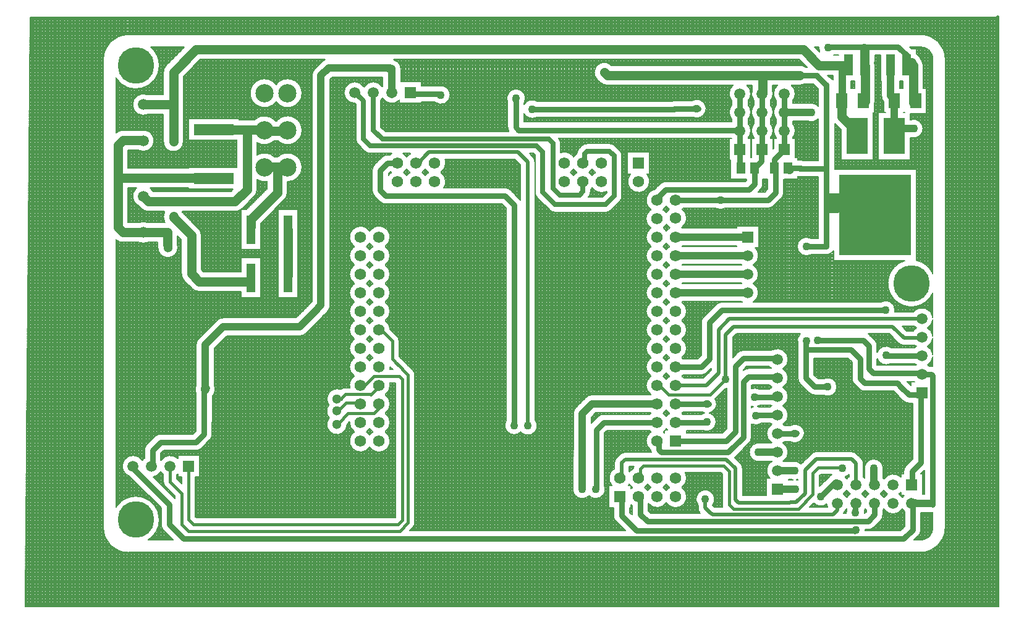
<source format=gbl>
%FSLAX44Y44*%
%MOMM*%
G71*
G01*
G75*
G04 Layer_Physical_Order=2*
G04 Layer_Color=16711680*
%ADD10C,0.2032*%
%ADD11R,2.1500X1.1000*%
%ADD12R,2.1500X1.1000*%
%ADD13R,2.1500X3.5000*%
%ADD14R,5.0000X4.0000*%
%ADD15R,1.3000X1.5000*%
%ADD16R,3.0000X3.5000*%
%ADD17C,1.0160*%
%ADD18C,1.2700*%
%ADD19C,0.7620*%
%ADD20C,0.8890*%
%ADD21C,0.0254*%
%ADD22C,0.5080*%
%ADD23C,0.3810*%
%ADD24C,0.4000*%
%ADD25C,0.7000*%
%ADD26C,2.5000*%
%ADD27C,1.5000*%
%ADD28R,1.5000X1.5000*%
%ADD29C,5.0000*%
%ADD30C,1.5748*%
%ADD31R,1.5748X1.5748*%
%ADD32R,1.5748X1.5748*%
%ADD33R,1.5000X1.5000*%
%ADD34C,1.1000*%
%ADD35C,1.3000*%
%ADD36R,9.9240X11.0700*%
%ADD37R,3.0000X5.0000*%
%ADD38R,1.5000X2.0000*%
%ADD39R,1.2000X3.0000*%
%ADD40R,5.5000X1.5000*%
%ADD41R,1.2000X4.0000*%
%ADD42C,0.6350*%
D10*
X1603936Y1186565D02*
G03*
X1571099Y1219701I-33654J-512D01*
G01*
X1586666Y1186302D02*
G03*
X1570033Y1202437I-16384J-249D01*
G01*
X1571099Y1219701D02*
G03*
X1569899Y1219785I-1197J-8532D01*
G01*
X1568490Y1202552D02*
G03*
X1570033Y1202437I1412J8520D01*
G01*
X1573530Y1177036D02*
G03*
X1570168Y1186032I-13716J0D01*
G01*
D02*
G03*
X1564290Y1193140I-12894J-4678D01*
G01*
X1558516Y1077976D02*
G03*
X1573442Y1090676I2060J12700D01*
G01*
D02*
G03*
X1556466Y1102868I-12866J0D01*
G01*
X1516380Y1135380D02*
G03*
X1519294Y1127377I12446J0D01*
G01*
X1516380Y1135380D02*
G03*
X1519294Y1127377I12446J0D01*
G01*
X1507490Y1176528D02*
G03*
X1507008Y1180133I-13716J0D01*
G01*
D02*
G03*
X1507236Y1182624I-13488J2491D01*
G01*
X1430408Y1202508D02*
G03*
X1431640Y1195829I12820J-1089D01*
G01*
X1450086Y1157300D02*
G03*
X1445106Y1161245I-9144J-6426D01*
G01*
X1412980Y1174496D02*
G03*
X1404547Y1177395I-8433J-10817D01*
G01*
Y1149963D02*
G03*
X1411969Y1152144I0J13716D01*
G01*
X1506354Y1122549D02*
G03*
X1507490Y1128014I-12580J5465D01*
G01*
X1429948Y1121412D02*
G03*
X1422321Y1125368I-9398J-8787D01*
G01*
X1415752Y1100687D02*
G03*
X1429948Y1103838I4798J11938D01*
G01*
X1422321Y1125368D02*
G03*
X1420042Y1125579I-2280J-12235D01*
G01*
X1398331Y1138533D02*
G03*
X1392971Y1149963I-14866J0D01*
G01*
X1394642Y1128730D02*
G03*
X1398331Y1138533I-11176J9803D01*
G01*
X1373960Y1149963D02*
G03*
X1372289Y1128730I9505J-11430D01*
G01*
Y1122935D02*
G03*
X1372289Y1103330I11176J-9803D01*
G01*
X1398331Y1087733D02*
G03*
X1394642Y1097535I-14866J0D01*
G01*
Y1077930D02*
G03*
X1398331Y1087733I-11176J9803D01*
G01*
X1372289Y1097535D02*
G03*
X1372289Y1077930I11176J-9803D01*
G01*
X1586685Y892096D02*
G03*
X1564492Y910137I-29411J-13510D01*
G01*
X1409134Y1046988D02*
G03*
X1406326Y1047347I-2808J-10817D01*
G01*
X1402157Y1024808D02*
G03*
X1404112Y1024636I1954J11004D01*
G01*
X1401304Y1024995D02*
G03*
X1402157Y1024808I2808J10817D01*
G01*
X1390323Y1021185D02*
G03*
X1392134Y1021305I0J13716D01*
G01*
X1387751D02*
G03*
X1389561Y1021185I1810J13596D01*
G01*
X1379176Y994994D02*
G03*
X1382449Y1002897I-7903J7903D01*
G01*
X1379176Y994994D02*
G03*
X1382449Y1002897I-7903J7903D01*
G01*
X1449026Y921334D02*
G03*
X1450520Y923187I-7903J7903D01*
G01*
X1449026Y921334D02*
G03*
X1450520Y923187I-7903J7903D01*
G01*
X1440869Y917807D02*
G03*
X1448772Y921080I0J11176D01*
G01*
X1440869Y917807D02*
G03*
X1448772Y921080I0J11176D01*
G01*
X1419812Y940159D02*
G03*
X1419812Y917807I-6374J-11176D01*
G01*
X1367852Y1138533D02*
G03*
X1366956Y1143616I-14866J0D01*
G01*
X1364162Y1128730D02*
G03*
X1367852Y1138533I-11176J9803D01*
G01*
X1339523Y1144839D02*
G03*
X1341810Y1128730I13462J-6307D01*
G01*
X1337372Y1138533D02*
G03*
X1332011Y1149963I-14866J0D01*
G01*
X1313000D02*
G03*
X1311329Y1128730I9505J-11430D01*
G01*
X1333681D02*
G03*
X1337372Y1138533I-11176J9803D01*
G01*
X1367852Y1113133D02*
G03*
X1364162Y1122935I-14866J0D01*
G01*
Y1103330D02*
G03*
X1367852Y1113133I-11176J9803D01*
G01*
X1341810Y1122935D02*
G03*
X1341810Y1103330I11176J-9803D01*
G01*
X1337372Y1113133D02*
G03*
X1333681Y1122935I-14866J0D01*
G01*
Y1103330D02*
G03*
X1337372Y1113133I-11176J9803D01*
G01*
X1311329Y1122935D02*
G03*
X1311329Y1103330I11176J-9803D01*
G01*
X1276350Y1117854D02*
G03*
X1275470Y1122201I-11176J0D01*
G01*
X1274914Y1112374D02*
G03*
X1276350Y1117854I-9740J5480D01*
G01*
X1275470Y1122201D02*
G03*
X1256358Y1128776I-12146J-4243D01*
G01*
X1257624Y1106424D02*
G03*
X1274914Y1112374I5700J11535D01*
G01*
X1146276Y1177441D02*
G03*
X1126879Y1158044I-9699J-9699D01*
G01*
X1130943Y1153980D02*
G03*
X1140641Y1149963I9699J9699D01*
G01*
X1130943Y1153980D02*
G03*
X1140641Y1149963I9699J9699D01*
G01*
X1232662Y1128776D02*
G03*
X1229331Y1128268I0J-11176D01*
G01*
X1232154Y1105916D02*
G03*
X1235485Y1106424I0J11176D01*
G01*
X1367852Y1087733D02*
G03*
X1364162Y1097535I-14866J0D01*
G01*
Y1077930D02*
G03*
X1367852Y1087733I-11176J9803D01*
G01*
X1341810Y1097535D02*
G03*
X1341810Y1077930I11176J-9803D01*
G01*
X1337372Y1087733D02*
G03*
X1333681Y1097535I-14866J0D01*
G01*
Y1077930D02*
G03*
X1337372Y1087733I-11176J9803D01*
G01*
X1361113Y981561D02*
G03*
X1369016Y984834I0J11176D01*
G01*
X1361113Y981561D02*
G03*
X1369016Y984834I0J11176D01*
G01*
X1350474Y1006932D02*
G03*
X1353748Y1014835I-7903J7903D01*
G01*
X1350474Y1006932D02*
G03*
X1353748Y1014835I-7903J7903D01*
G01*
X1288688Y981561D02*
G03*
X1302620Y981561I6966J10817D01*
G01*
X1243235Y980186D02*
G03*
X1244913Y981561I-8795J12446D01*
G01*
X1221740Y984208D02*
G03*
X1225645Y980186I12700J8424D01*
G01*
D02*
G03*
X1221369Y975576I8795J-12446D01*
G01*
X1348040Y916537D02*
G03*
X1343663Y927071I-14866J0D01*
G01*
X1340901Y903837D02*
G03*
X1348040Y916537I-7727J12700D01*
G01*
X1340901Y878437D02*
G03*
X1348040Y891137I-7727J12700D01*
G01*
D02*
G03*
X1340901Y903837I-14866J0D01*
G01*
X1348040Y865737D02*
G03*
X1340901Y878437I-14866J0D01*
G01*
X1340467Y852783D02*
G03*
X1348040Y865737I-7293J12954D01*
G01*
X1325044Y853291D02*
G03*
X1325880Y852783I8130J12446D01*
G01*
X1297614D02*
G03*
X1289711Y849509I0J-11176D01*
G01*
X1297614Y852783D02*
G03*
X1289711Y849509I0J-11176D01*
G01*
X1249680Y967740D02*
G03*
X1243235Y980186I-15240J0D01*
G01*
X1242468Y954786D02*
G03*
X1249680Y967740I-8028J12954D01*
G01*
X1221857Y959142D02*
G03*
X1226412Y954786I12583J8598D01*
G01*
X1226016Y929132D02*
G03*
X1221740Y924856I8424J-12700D01*
G01*
Y908008D02*
G03*
X1226016Y903732I12700J8424D01*
G01*
D02*
G03*
X1221740Y899456I8424J-12700D01*
G01*
X1226412Y954786D02*
G03*
X1221740Y950256I8028J-12954D01*
G01*
Y933408D02*
G03*
X1226016Y929132I12700J8424D01*
G01*
Y878332D02*
G03*
X1221740Y874056I8424J-12700D01*
G01*
Y882608D02*
G03*
X1226016Y878332I12700J8424D01*
G01*
X1221740Y857208D02*
G03*
X1226016Y852932I12700J8424D01*
G01*
X1160835Y1053189D02*
G03*
X1157736Y1060653I-10541J0D01*
G01*
X1160835Y1053189D02*
G03*
X1157747Y1060642I-10541J0D01*
G01*
X1151397Y1066992D02*
G03*
X1143943Y1070080I-7454J-7454D01*
G01*
X1151408Y1066981D02*
G03*
X1143943Y1070080I-7465J-7443D01*
G01*
X1115864Y1030732D02*
G03*
X1120140Y1035008I-8424J12700D01*
G01*
X1112955Y1070080D02*
G03*
X1105502Y1066992I0J-10541D01*
G01*
X1112955Y1070080D02*
G03*
X1105491Y1066981I0J-10541D01*
G01*
X1101957Y1063447D02*
G03*
X1098859Y1056026I7443J-7465D01*
G01*
X1120140Y1035008D02*
G03*
X1124416Y1030732I12700J8424D01*
G01*
D02*
G03*
X1120140Y1026456I8424J-12700D01*
G01*
D02*
G03*
X1115864Y1030732I-12700J-8424D01*
G01*
X1101946Y1063436D02*
G03*
X1098859Y1056026I7454J-7454D01*
G01*
D02*
G03*
X1094740Y1051856I8581J-12594D01*
G01*
Y1035008D02*
G03*
X1099016Y1030732I12700J8424D01*
G01*
X1090464D02*
G03*
X1094740Y1035008I-8424J12700D01*
G01*
X1099016Y1030732D02*
G03*
X1094740Y1026456I8424J-12700D01*
G01*
D02*
G03*
X1090464Y1030732I-12700J-8424D01*
G01*
X1220906Y1018137D02*
G03*
X1213003Y1014863I0J-11176D01*
G01*
X1220906Y1018137D02*
G03*
X1213003Y1014863I0J-11176D01*
G01*
X1217141Y979724D02*
G03*
X1221740Y984208I-8101J12909D01*
G01*
X1221369Y975576D02*
G03*
X1217141Y979724I-12583J-8598D01*
G01*
X1198880Y1018032D02*
G03*
X1194999Y1028192I-15240J0D01*
G01*
X1205624Y1007484D02*
G03*
X1200685Y979886I3416J-14852D01*
G01*
X1172281Y1028192D02*
G03*
X1198880Y1018032I11359J-10160D01*
G01*
X1200685Y979886D02*
G03*
X1200302Y954318I8101J-12909D01*
G01*
X1217524Y954492D02*
G03*
X1221857Y959142I-8738J12486D01*
G01*
X1221740Y950256D02*
G03*
X1217524Y954492I-12700J-8424D01*
G01*
X1217464Y929132D02*
G03*
X1221740Y933408I-8424J12700D01*
G01*
Y924856D02*
G03*
X1217464Y929132I-12700J-8424D01*
G01*
X1200302Y954318D02*
G03*
X1200616Y929132I8738J-12486D01*
G01*
X1217464Y903732D02*
G03*
X1221740Y908008I-8424J12700D01*
G01*
X1200616Y929132D02*
G03*
X1200616Y903732I8424J-12700D01*
G01*
X1217464Y878332D02*
G03*
X1221740Y882608I-8424J12700D01*
G01*
Y899456D02*
G03*
X1217464Y903732I-12700J-8424D01*
G01*
Y852932D02*
G03*
X1221740Y857208I-8424J12700D01*
G01*
Y874056D02*
G03*
X1217464Y878332I-12700J-8424D01*
G01*
X1200616Y903732D02*
G03*
X1200616Y878332I8424J-12700D01*
G01*
D02*
G03*
X1200616Y852932I8424J-12700D01*
G01*
X1120140Y1009608D02*
G03*
X1139753Y1004450I12700J8424D01*
G01*
X1117908Y1006956D02*
G03*
X1120140Y1009608I-10468J11076D01*
G01*
X1114929Y996823D02*
G03*
X1117908Y1004167I-7562J7344D01*
G01*
X1114929Y996823D02*
G03*
X1117908Y1004167I-7562J7344D01*
G01*
X1157747Y990871D02*
G03*
X1160835Y998325I-7454J7454D01*
G01*
X1157736Y990860D02*
G03*
X1160835Y998325I-7443J7465D01*
G01*
X1138251Y975741D02*
G03*
X1145704Y978828I0J10541D01*
G01*
X1138251Y975741D02*
G03*
X1145715Y978839I0J10541D01*
G01*
X1586685Y832014D02*
G03*
X1560415Y839575I-14752J-1838D01*
G01*
X1579661Y817477D02*
G03*
X1586685Y828339I-7727J12700D01*
G01*
Y806614D02*
G03*
X1579661Y817477I-14752J-1838D01*
G01*
Y792077D02*
G03*
X1586685Y802939I-7727J12700D01*
G01*
Y781214D02*
G03*
X1579661Y792077I-14752J-1838D01*
G01*
X1534762Y839575D02*
G03*
X1535016Y842115I-12613J2540D01*
G01*
X1561325Y819763D02*
G03*
X1564206Y817477I10609J10414D01*
G01*
X1562131Y793601D02*
G03*
X1564206Y792077I9803J11176D01*
G01*
Y817477D02*
G03*
X1559833Y813413I7727J-12700D01*
G01*
X1564206Y792077D02*
G03*
X1562131Y790553I7727J-12700D01*
G01*
X1540037Y796502D02*
G03*
X1547041Y793601I7005J7005D01*
G01*
X1540037Y796502D02*
G03*
X1547041Y793601I7005J7005D01*
G01*
X1581736Y765153D02*
G03*
X1579661Y766677I-9803J-11176D01*
G01*
X1562131Y768201D02*
G03*
X1564206Y766677I9803J11176D01*
G01*
X1579661D02*
G03*
X1586685Y777539I-7727J12700D01*
G01*
Y765010D02*
G03*
X1584907Y765153I-1778J-11034D01*
G01*
X1586685Y765010D02*
G03*
X1584907Y765153I-1778J-11034D01*
G01*
X1552669Y742564D02*
G03*
X1551489Y743966I-9111J-6472D01*
G01*
X1545997Y717626D02*
G03*
X1553900Y714353I7903J7903D01*
G01*
X1545997Y717626D02*
G03*
X1553900Y714353I7903J7903D01*
G01*
X1534336Y729509D02*
G03*
X1535544Y728078I9111J6472D01*
G01*
X1548004Y909596D02*
G03*
X1586685Y865076I9270J-31010D01*
G01*
X1535016Y842115D02*
G03*
X1514957Y852783I-12866J0D01*
G01*
X1529458Y790553D02*
G03*
X1510538Y783950I-6800J-10922D01*
G01*
X1499645Y808257D02*
G03*
X1498375Y809349I-7903J-7903D01*
G01*
X1499645Y808257D02*
G03*
X1498375Y809349I-7903J-7903D01*
G01*
X1510538Y792734D02*
G03*
X1507265Y800637I-11176J0D01*
G01*
X1510538Y792734D02*
G03*
X1507265Y800637I-11176J0D01*
G01*
X1510538Y775312D02*
G03*
X1528564Y768201I12119J4319D01*
G01*
X1405184Y809349D02*
G03*
X1401826Y794722I8507J-9652D01*
G01*
X1388680Y774297D02*
G03*
X1367073Y787546I-14866J0D01*
G01*
X1381541Y761597D02*
G03*
X1388680Y774297I-7727J12700D01*
G01*
Y748897D02*
G03*
X1381541Y761597I-14866J0D01*
G01*
X1485363Y734031D02*
G03*
X1493266Y730758I7903J7903D01*
G01*
X1485363Y734031D02*
G03*
X1493266Y730758I7903J7903D01*
G01*
X1475994Y748030D02*
G03*
X1479267Y740127I11176J0D01*
G01*
X1475994Y748030D02*
G03*
X1479267Y740127I11176J0D01*
G01*
X1455513Y736451D02*
G03*
X1436543Y747776I-12866J0D01*
G01*
X1436018Y725424D02*
G03*
X1455513Y736451I6629J11027D01*
G01*
X1401826Y748538D02*
G03*
X1405099Y740635I11176J0D01*
G01*
X1401826Y748538D02*
G03*
X1405099Y740635I11176J0D01*
G01*
X1381541Y736197D02*
G03*
X1388680Y748897I-7727J12700D01*
G01*
Y723497D02*
G03*
X1381541Y736197I-14866J0D01*
G01*
X1417037Y728697D02*
G03*
X1424940Y725424I7903J7903D01*
G01*
X1417037Y728697D02*
G03*
X1424940Y725424I7903J7903D01*
G01*
X1381541Y710797D02*
G03*
X1388680Y723497I-7727J12700D01*
G01*
X1381541Y685397D02*
G03*
X1388680Y698097I-7727J12700D01*
G01*
D02*
G03*
X1381541Y710797I-14866J0D01*
G01*
X1585272Y564448D02*
G03*
X1586685Y564391I1159J11116D01*
G01*
X1584049Y564388D02*
G03*
X1585272Y564448I0J12446D01*
G01*
X1559234Y683488D02*
G03*
X1559052Y681482I10994J-2006D01*
G01*
X1550133Y628679D02*
G03*
X1546860Y620776I7903J-7903D01*
G01*
X1550133Y628679D02*
G03*
X1546860Y620776I7903J-7903D01*
G01*
X1518340Y621684D02*
G03*
X1518759Y624945I-12446J3261D01*
G01*
X1542916Y612978D02*
G03*
X1519682Y610215I-10534J-10490D01*
G01*
D02*
G03*
X1518340Y612080I-12700J-7727D01*
G01*
X1540109Y589788D02*
G03*
X1542916Y591998I-7727J12700D01*
G01*
X1547292Y587622D02*
G03*
X1545082Y584815I10490J-10534D01*
G01*
Y569361D02*
G03*
X1548058Y565844I12700J7727D01*
G01*
X1519682Y594761D02*
G03*
X1524655Y589788I12700J7727D01*
G01*
X1514709D02*
G03*
X1519682Y594761I-7727J12700D01*
G01*
X1545082Y584815D02*
G03*
X1540109Y589788I-12700J-7727D01*
G01*
X1524655D02*
G03*
X1519682Y584815I7727J-12700D01*
G01*
X1518340Y567496D02*
G03*
X1519682Y569361I-11358J9592D01*
G01*
Y584815D02*
G03*
X1514709Y589788I-12700J-7727D01*
G01*
X1603729Y541874D02*
G03*
X1603917Y543665I-8428J1790D01*
G01*
X1586685Y545519D02*
G03*
X1586485Y543533I8435J-1855D01*
G01*
X1570350Y526900D02*
G03*
X1586487Y543284I-249J16384D01*
G01*
X1570614Y509630D02*
G03*
X1603729Y541874I-512J33654D01*
G01*
X1567136Y532714D02*
G03*
X1570410Y540617I-7903J7903D01*
G01*
X1567136Y532714D02*
G03*
X1570410Y540617I-7903J7903D01*
G01*
X1519682Y569361D02*
G03*
X1545082Y569361I12700J7727D01*
G01*
X1515066Y553288D02*
G03*
X1518340Y561191I-7903J7903D01*
G01*
X1515066Y553288D02*
G03*
X1518340Y561191I-7903J7903D01*
G01*
X1482418Y644903D02*
G03*
X1475414Y647805I-7005J-7005D01*
G01*
X1482418Y644903D02*
G03*
X1475414Y647805I-7005J-7005D01*
G01*
X1518759Y624945D02*
G03*
X1493448Y621684I-12866J0D01*
G01*
X1491669Y631549D02*
G03*
X1488768Y638553I-9906J0D01*
G01*
X1491669Y631549D02*
G03*
X1488768Y638553I-9906J0D01*
G01*
X1494282Y594761D02*
G03*
X1498925Y589994I12700J7727D01*
G01*
X1489309Y589788D02*
G03*
X1494282Y594761I-7727J12700D01*
G01*
X1493448Y611444D02*
G03*
X1491669Y613408I-11866J-8956D01*
G01*
X1466526Y613165D02*
G03*
X1471857Y616402I-3813J12288D01*
G01*
X1448413Y616436D02*
G03*
X1445921Y614559I5411J-9779D01*
G01*
X1448413Y616436D02*
G03*
X1445921Y614559I5411J-9779D01*
G01*
X1468882Y594761D02*
G03*
X1473525Y589994I12700J7727D01*
G01*
X1471857Y613732D02*
G03*
X1468882Y610215I9725J-11244D01*
G01*
D02*
G03*
X1466526Y613165I-12700J-7727D01*
G01*
X1463909Y589788D02*
G03*
X1468882Y594761I-7727J12700D01*
G01*
X1409527Y667656D02*
G03*
X1411151Y673459I-9551J5803D01*
G01*
D02*
G03*
X1404135Y683832I-11176J0D01*
G01*
X1427153Y647805D02*
G03*
X1420149Y644903I0J-9906D01*
G01*
X1427153Y647805D02*
G03*
X1420149Y644903I0J-9906D01*
G01*
X1391315Y661521D02*
G03*
X1409527Y667656I6374J11176D01*
G01*
X1404135Y683832D02*
G03*
X1391315Y683873I-6445J-11135D01*
G01*
X1383616D02*
G03*
X1381541Y685397I-9803J-11176D01*
G01*
Y659997D02*
G03*
X1383616Y661521I-7727J12700D01*
G01*
X1388680Y647297D02*
G03*
X1381541Y659997I-14866J0D01*
G01*
Y634597D02*
G03*
X1388680Y647297I-7727J12700D01*
G01*
X1406259Y631014D02*
G03*
X1393921Y634343I-9078J-9117D01*
G01*
X1399684Y609277D02*
G03*
X1401754Y609870I-2503J12620D01*
G01*
Y608862D02*
G03*
X1399684Y609277I-3556J-12365D01*
G01*
X1393921Y609451D02*
G03*
X1395694Y609117I3261J12446D01*
G01*
D02*
G03*
X1394937Y608943I2503J-12620D01*
G01*
X1498925Y589994D02*
G03*
X1497206Y588288I6968J-8738D01*
G01*
D02*
G03*
X1494282Y584815I9776J-11200D01*
G01*
Y569361D02*
G03*
X1495988Y567082I12700J7727D01*
G01*
X1498020Y540871D02*
G03*
X1505922Y544144I0J11176D01*
G01*
X1498020Y540871D02*
G03*
X1505922Y544144I0J11176D01*
G01*
X1473525Y589994D02*
G03*
X1471806Y588288I6968J-8738D01*
G01*
D02*
G03*
X1468882Y584815I9776J-11200D01*
G01*
D02*
G03*
X1463909Y589788I-12700J-7727D01*
G01*
X1494282Y584815D02*
G03*
X1489309Y589788I-12700J-7727D01*
G01*
X1493077Y567661D02*
G03*
X1494282Y569361I-11495J9427D01*
G01*
X1468984Y569196D02*
G03*
X1467904Y563223I11763J-5211D01*
G01*
X1493613Y563985D02*
G03*
X1493077Y567661I-12866J0D01*
G01*
X1493845Y539347D02*
G03*
X1493867Y540109I-12843J762D01*
G01*
D02*
G03*
X1493845Y540871I-12866J0D01*
G01*
X1465318Y565361D02*
G03*
X1468882Y569361I-9136J11727D01*
G01*
X1441350Y576087D02*
G03*
X1442266Y571859I14832J1001D01*
G01*
X1464635Y563223D02*
G03*
X1465318Y565361I-9034J4064D01*
G01*
X1464635Y563223D02*
G03*
X1465318Y565361I-9034J4064D01*
G01*
X1423732Y577425D02*
G03*
X1441350Y576087I9517J8658D01*
G01*
X1367073Y787546D02*
G03*
X1365385Y786743I3947J-10456D01*
G01*
X1327077D02*
G03*
X1319175Y783469I0J-11176D01*
G01*
X1362729Y764391D02*
G03*
X1365684Y761851I11085J9906D01*
G01*
X1327077Y786743D02*
G03*
X1319175Y783469I0J-11176D01*
G01*
X1334444Y761851D02*
G03*
X1327077Y759080I0J-11176D01*
G01*
X1334444Y761851D02*
G03*
X1327077Y759080I0J-11176D01*
G01*
X1272693Y832491D02*
G03*
X1269419Y824589I7903J-7903D01*
G01*
X1272693Y832491D02*
G03*
X1269419Y824589I7903J-7903D01*
G01*
Y752961D02*
G03*
X1277322Y756234I0J11176D01*
G01*
X1269419Y752961D02*
G03*
X1277322Y756234I0J11176D01*
G01*
X1362295Y739499D02*
G03*
X1366086Y736197I11518J9398D01*
G01*
D02*
G03*
X1362729Y733403I7727J-12700D01*
G01*
X1348946D02*
G03*
X1338253Y734346I-6374J-11176D01*
G01*
X1346035Y709836D02*
G03*
X1348946Y711051I-3464J12391D01*
G01*
X1366086Y710797D02*
G03*
X1364011Y709273I7727J-12700D01*
G01*
Y686921D02*
G03*
X1366086Y685397I9803J11176D01*
G01*
X1348459Y709273D02*
G03*
X1346035Y709836I-4110J-12192D01*
G01*
X1366086Y685397D02*
G03*
X1366086Y659997I7727J-12700D01*
G01*
X1338253Y710107D02*
G03*
X1340885Y709472I4318J12120D01*
G01*
D02*
G03*
X1338253Y708411I3464J-12391D01*
G01*
Y685751D02*
G03*
X1352243Y686921I6096J11330D01*
G01*
X1302941Y734001D02*
G03*
X1304725Y734160I-247J12864D01*
G01*
X1290755Y713337D02*
G03*
X1288715Y719775I-11176J0D01*
G01*
X1287323Y705278D02*
G03*
X1290755Y713337I-7744J8058D01*
G01*
X1280424Y700857D02*
G03*
X1287323Y705278I-3131J12479D01*
G01*
X1289906Y688445D02*
G03*
X1280424Y700857I-12866J0D01*
G01*
X1270919Y702161D02*
G03*
X1273908Y700924I6374J11176D01*
G01*
X1271653Y676761D02*
G03*
X1289906Y688445I5387J11684D01*
G01*
X1273908Y700924D02*
G03*
X1269847Y699113I3131J-12479D01*
G01*
X1242864Y827532D02*
G03*
X1249680Y840232I-8424J12700D01*
G01*
D02*
G03*
X1242864Y852932I-15240J0D01*
G01*
X1221740Y831808D02*
G03*
X1226016Y827532I12700J8424D01*
G01*
Y852932D02*
G03*
X1221740Y848656I8424J-12700D01*
G01*
X1242864Y802132D02*
G03*
X1249680Y814832I-8424J12700D01*
G01*
D02*
G03*
X1242864Y827532I-15240J0D01*
G01*
X1221740Y806408D02*
G03*
X1226016Y802132I12700J8424D01*
G01*
Y827532D02*
G03*
X1221740Y823256I8424J-12700D01*
G01*
X1249680Y789432D02*
G03*
X1242864Y802132I-15240J0D01*
G01*
Y776732D02*
G03*
X1249680Y789432I-8424J12700D01*
G01*
X1226016Y802132D02*
G03*
X1221740Y797856I8424J-12700D01*
G01*
X1244687Y775313D02*
G03*
X1242864Y776732I-10247J-11281D01*
G01*
X1221740Y781008D02*
G03*
X1226016Y776732I12700J8424D01*
G01*
X1242864Y751332D02*
G03*
X1244913Y752961I-8424J12700D01*
G01*
X1226016Y776732D02*
G03*
X1221740Y772456I8424J-12700D01*
G01*
X1245931Y748643D02*
G03*
X1242864Y751332I-11491J-10011D01*
G01*
X1221740Y755608D02*
G03*
X1226016Y751332I12700J8424D01*
G01*
D02*
G03*
X1221740Y747056I8424J-12700D01*
G01*
Y848656D02*
G03*
X1217464Y852932I-12700J-8424D01*
G01*
Y827532D02*
G03*
X1221740Y831808I-8424J12700D01*
G01*
X1200616Y852932D02*
G03*
X1200616Y827532I8424J-12700D01*
G01*
X1221740Y823256D02*
G03*
X1217464Y827532I-12700J-8424D01*
G01*
X1200616D02*
G03*
X1200616Y802132I8424J-12700D01*
G01*
X1217464Y776732D02*
G03*
X1221740Y781008I-8424J12700D01*
G01*
X1217464Y802132D02*
G03*
X1221740Y806408I-8424J12700D01*
G01*
Y797856D02*
G03*
X1217464Y802132I-12700J-8424D01*
G01*
X1221740Y772456D02*
G03*
X1217464Y776732I-12700J-8424D01*
G01*
X1200616Y802132D02*
G03*
X1200616Y776732I8424J-12700D01*
G01*
X1217464Y751332D02*
G03*
X1221740Y755608I-8424J12700D01*
G01*
X1200616Y776732D02*
G03*
X1200616Y751332I8424J-12700D01*
G01*
X1221740Y747056D02*
G03*
X1217464Y751332I-12700J-8424D01*
G01*
X1200616D02*
G03*
X1200616Y725932I8424J-12700D01*
G01*
X1242864Y700532D02*
G03*
X1244913Y702161I-8424J12700D01*
G01*
X1221740Y704808D02*
G03*
X1226016Y700532I12700J8424D01*
G01*
X1217464D02*
G03*
X1221740Y704808I-8424J12700D01*
G01*
X1244687Y699113D02*
G03*
X1242864Y700532I-10247J-11281D01*
G01*
X1226016D02*
G03*
X1221740Y696256I8424J-12700D01*
G01*
X1200616Y700532D02*
G03*
X1198793Y699113I8424J-12700D01*
G01*
X1221740Y696256D02*
G03*
X1217464Y700532I-12700J-8424D01*
G01*
X1221740Y679408D02*
G03*
X1223081Y677672I12700J8424D01*
G01*
X1220399D02*
G03*
X1221740Y679408I-11359J10160D01*
G01*
X1219200Y676473D02*
G03*
X1220399Y677672I-10160J11359D01*
G01*
X1198567Y676761D02*
G03*
X1200616Y675132I10473J11071D01*
G01*
X1120068Y725783D02*
G03*
X1111267Y722137I0J-12446D01*
G01*
X1120068Y725783D02*
G03*
X1111255Y722125I0J-12446D01*
G01*
X1097805Y708675D02*
G03*
X1094159Y699905I8801J-8801D01*
G01*
X1097817Y708687D02*
G03*
X1094159Y699905I8789J-8813D01*
G01*
X1135816Y699113D02*
G03*
X1127913Y695839I0J-11176D01*
G01*
X1135816Y699113D02*
G03*
X1127913Y695839I0J-11176D01*
G01*
X1366086Y659997D02*
G03*
X1365307Y659489I7727J-12700D01*
G01*
X1334980Y659460D02*
G03*
X1338253Y667363I-7903J7903D01*
G01*
X1334980Y659460D02*
G03*
X1338253Y667363I-7903J7903D01*
G01*
X1351166Y659489D02*
G03*
X1351166Y634597I-3261J-12446D01*
G01*
X1366086D02*
G03*
X1363324Y611363I7727J-12700D01*
G01*
X1326062Y624945D02*
G03*
X1323160Y631949I-9906J0D01*
G01*
X1326062Y624945D02*
G03*
X1323160Y631949I-9906J0D01*
G01*
X1249680Y611632D02*
G03*
X1247502Y619484I-15240J0D01*
G01*
X1242864Y598932D02*
G03*
X1249680Y611632I-8424J12700D01*
G01*
X1226016Y598932D02*
G03*
X1221740Y594656I8424J-12700D01*
G01*
X1298248Y575161D02*
G03*
X1298856Y571859I9271J0D01*
G01*
X1298248Y575161D02*
G03*
X1298856Y571859I9271J0D01*
G01*
X1284968Y574637D02*
G03*
X1287874Y582781I-9961J8144D01*
G01*
D02*
G03*
X1265101Y574571I-12866J0D01*
G01*
X1249680Y586232D02*
G03*
X1242864Y598932I-15240J0D01*
G01*
X1221740Y577808D02*
G03*
X1249680Y586232I12700J8424D01*
G01*
X1265101Y570589D02*
G03*
X1268003Y563584I9906J0D01*
G01*
X1265101Y570589D02*
G03*
X1268003Y563584I9906J0D01*
G01*
X1217464Y675132D02*
G03*
X1219200Y676473I-8424J12700D01*
G01*
Y673791D02*
G03*
X1217464Y675132I-10160J-11359D01*
G01*
X1200616D02*
G03*
X1200340Y649920I8424J-12700D01*
G01*
D02*
G03*
X1200830Y647043I11168J425D01*
G01*
X1200340Y649920D02*
G03*
X1200830Y647043I11168J425D01*
G01*
X1177013Y627231D02*
G03*
X1176610Y625154I8840J-2794D01*
G01*
X1221740Y603208D02*
G03*
X1226016Y598932I12700J8424D01*
G01*
X1217464D02*
G03*
X1221740Y603208I-8424J12700D01*
G01*
X1196340D02*
G03*
X1200616Y598932I12700J8424D01*
G01*
X1221740Y594656D02*
G03*
X1217464Y598932I-12700J-8424D01*
G01*
X1192064D02*
G03*
X1196340Y603208I-8424J12700D01*
G01*
X1177013Y627231D02*
G03*
X1176610Y625154I8840J-2794D01*
G01*
D02*
G03*
X1170940Y620056I7030J-13522D01*
G01*
X1173480Y600273D02*
G03*
X1175216Y598932I10160J11359D01*
G01*
X1200616D02*
G03*
X1196340Y594656I8424J-12700D01*
G01*
D02*
G03*
X1192064Y598932I-12700J-8424D01*
G01*
X1175216D02*
G03*
X1173480Y597591I8424J-12700D01*
G01*
Y574873D02*
G03*
X1174931Y573725I10160J11359D01*
G01*
X1165279Y647043D02*
G03*
X1158275Y644141I0J-9906D01*
G01*
X1165279Y647043D02*
G03*
X1158275Y644141I0J-9906D01*
G01*
X1153449Y639315D02*
G03*
X1150547Y632311I7005J-7005D01*
G01*
X1170940Y620056D02*
G03*
X1170359Y620872I-12700J-8424D01*
G01*
X1153449Y639315D02*
G03*
X1150547Y632311I7005J-7005D01*
G01*
Y624788D02*
G03*
X1146881Y601472I7692J-13156D01*
G01*
X1170940Y603208D02*
G03*
X1172281Y601472I12700J8424D01*
G01*
X1169599D02*
G03*
X1170940Y603208I-11359J10160D01*
G01*
X1172281Y601472D02*
G03*
X1173480Y600273I11359J10160D01*
G01*
X1138014Y596243D02*
G03*
X1136832Y601629I-12866J0D01*
G01*
X1093913Y599534D02*
G03*
X1115750Y587456I12438J-3291D01*
G01*
D02*
G03*
X1138014Y596243I9398J8787D01*
G01*
X1197283Y576535D02*
G03*
X1221740Y577808I11757J9697D01*
G01*
X1149277Y559921D02*
G03*
X1152551Y552018I11176J0D01*
G01*
X1149277Y559921D02*
G03*
X1152551Y552018I11176J0D01*
G01*
X1044644Y1128268D02*
G03*
X1026596Y1123591I-6800J-10922D01*
G01*
X1028793Y1132183D02*
G03*
X1003246Y1130009I-12866J0D01*
G01*
D02*
G03*
X1004243Y1126003I11157J649D01*
G01*
X1026596Y1111101D02*
G03*
X1043751Y1105916I11249J6245D01*
G01*
X1026596Y1124990D02*
G03*
X1028793Y1132183I-10668J7192D01*
G01*
X925669Y1136755D02*
G03*
X909772Y1149259I-12866J0D01*
G01*
X904524Y1126907D02*
G03*
X925669Y1136755I8280J9848D01*
G01*
X854113Y1181773D02*
G03*
X848086Y1185105I-8801J-8801D01*
G01*
X858012Y1172718D02*
G03*
X854367Y1181519I-12446J0D01*
G01*
X858012Y1172718D02*
G03*
X854355Y1181531I-12446J0D01*
G01*
X754277Y1185269D02*
G03*
X750151Y1182535I4675J-11535D01*
G01*
X754277Y1185269D02*
G03*
X750139Y1182523I4675J-11535D01*
G01*
X739737Y1172121D02*
G03*
X736092Y1163320I8801J-8801D01*
G01*
X739749Y1172133D02*
G03*
X736092Y1163320I8789J-8813D01*
G01*
X832794Y1132329D02*
G03*
X856027Y1129567I12700J7727D01*
G01*
X830635Y1129574D02*
G03*
X832794Y1132329I-10541J10483D01*
G01*
Y1147784D02*
G03*
X807393Y1147784I-12700J-7727D01*
G01*
D02*
G03*
X795122Y1125197I-12700J-7727D01*
G01*
X1076760Y1070207D02*
G03*
X1073882Y1077446I-10541J0D01*
G01*
X1076760Y1070207D02*
G03*
X1073882Y1077446I-10541J0D01*
G01*
X1094740Y1051856D02*
G03*
X1076760Y1057728I-12700J-8424D01*
G01*
X1041581Y1045061D02*
G03*
X1038680Y1052065I-9906J0D01*
G01*
X1041581Y1045061D02*
G03*
X1038680Y1052065I-9906J0D01*
G01*
X1004243Y1092559D02*
G03*
X1005925Y1086663I11176J0D01*
G01*
X1004243Y1092559D02*
G03*
X1005925Y1086663I11176J0D01*
G01*
X919480Y1043432D02*
G03*
X918660Y1048363I-15240J0D01*
G01*
X912664Y1030732D02*
G03*
X919480Y1043432I-8424J12700D01*
G01*
X891540Y1035008D02*
G03*
X895816Y1030732I12700J8424D01*
G01*
X887264D02*
G03*
X891540Y1035008I-8424J12700D01*
G01*
X845798Y1056618D02*
G03*
X843193Y1054713I7642J-13186D01*
G01*
X871198Y1056618D02*
G03*
X866140Y1051856I7642J-13186D01*
G01*
Y1035008D02*
G03*
X870416Y1030732I12700J8424D01*
G01*
X866140Y1051856D02*
G03*
X861082Y1056618I-12700J-8424D01*
G01*
X861864Y1030732D02*
G03*
X866140Y1035008I-8424J12700D01*
G01*
X919480Y1018032D02*
G03*
X912664Y1030732I-15240J0D01*
G01*
X891540Y1026456D02*
G03*
X887264Y1030732I-12700J-8424D01*
G01*
X916868Y1009501D02*
G03*
X919480Y1018032I-12628J8531D01*
G01*
X895816Y1030732D02*
G03*
X891540Y1026456I8424J-12700D01*
G01*
X843801Y1031627D02*
G03*
X845016Y1030732I9639J11805D01*
G01*
X870416D02*
G03*
X866140Y1026456I8424J-12700D01*
G01*
D02*
G03*
X861864Y1030732I-12700J-8424D01*
G01*
X845016D02*
G03*
X840921Y1026724I8424J-12700D01*
G01*
X1041709Y1003405D02*
G03*
X1044796Y995951I10541J0D01*
G01*
X1041709Y1003405D02*
G03*
X1044807Y995940I10541J0D01*
G01*
X1061918Y978828D02*
G03*
X1069372Y975741I7454J7454D01*
G01*
X1061908Y978839D02*
G03*
X1069372Y975741I7465J7443D01*
G01*
X1008590Y1006227D02*
G03*
X1000687Y1009501I-7903J-7903D01*
G01*
X1008590Y1006227D02*
G03*
X1000687Y1009501I-7903J-7903D01*
G01*
X1021769Y992972D02*
G03*
X1021036Y993781I-8636J-7094D01*
G01*
X1021769Y992972D02*
G03*
X1021036Y993781I-8636J-7094D01*
G01*
X839905Y1054713D02*
G03*
X832003Y1051439I0J-11176D01*
G01*
X839905Y1054713D02*
G03*
X832003Y1051439I0J-11176D01*
G01*
X796345Y1076303D02*
G03*
X799443Y1068838I10541J0D01*
G01*
X808576Y1059705D02*
G03*
X816030Y1056618I7454J7454D01*
G01*
X808565Y1059716D02*
G03*
X816030Y1056618I7465J7443D01*
G01*
X821843Y1041279D02*
G03*
X818569Y1033377I7903J-7903D01*
G01*
X821843Y1041279D02*
G03*
X818569Y1033377I7903J-7903D01*
G01*
Y1005945D02*
G03*
X821843Y998042I11176J0D01*
G01*
X818569Y1005945D02*
G03*
X821843Y998042I11176J0D01*
G01*
X796345Y1076303D02*
G03*
X799432Y1068849I10541J0D01*
G01*
X829463Y990422D02*
G03*
X837365Y987149I7903J7903D01*
G01*
X829463Y990422D02*
G03*
X837365Y987149I7903J7903D01*
G01*
X843280Y941832D02*
G03*
X815340Y950256I-15240J0D01*
G01*
X836464Y929132D02*
G03*
X843280Y941832I-8424J12700D01*
G01*
X815340Y933408D02*
G03*
X819616Y929132I12700J8424D01*
G01*
X843280Y916432D02*
G03*
X836464Y929132I-15240J0D01*
G01*
X819616D02*
G03*
X815340Y924856I8424J-12700D01*
G01*
X811064Y929132D02*
G03*
X815340Y933408I-8424J12700D01*
G01*
Y950256D02*
G03*
X794216Y929132I-12700J-8424D01*
G01*
X815340Y924856D02*
G03*
X811064Y929132I-12700J-8424D01*
G01*
X686943Y1127247D02*
G03*
X722684Y1139190I15875J11943D01*
G01*
D02*
G03*
X686943Y1151133I-19866J0D01*
G01*
D02*
G03*
X686943Y1127247I-15875J-11943D01*
G01*
X689215Y1073912D02*
G03*
X722684Y1088390I13603J14478D01*
G01*
D02*
G03*
X687756Y1101344I-19866J0D01*
G01*
X686130D02*
G03*
X657577Y1102973I-15062J-12954D01*
G01*
X560505Y1124563D02*
G03*
X559997Y1128261I-13716J0D01*
G01*
Y1120864D02*
G03*
X560505Y1124563I-13208J3698D01*
G01*
X536583Y1177695D02*
G03*
X532565Y1167997I9699J-9699D01*
G01*
X536583Y1177695D02*
G03*
X532565Y1167997I9699J-9699D01*
G01*
X527158Y1177290D02*
G03*
X515434Y1202219I-32366J0D01*
G01*
X483412Y1219460D02*
G03*
X450271Y1185294I512J-33654D01*
G01*
X467521Y1159858D02*
G03*
X527158Y1177290I27271J17432D01*
G01*
X510216Y1137517D02*
G03*
X511440Y1110085I-5083J-13970D01*
G01*
X520000Y1074017D02*
G03*
X501759Y1088495I-14866J0D01*
G01*
X477193D02*
G03*
X467521Y1084504I0J-13716D01*
G01*
X477193Y1088495D02*
G03*
X467521Y1084504I0J-13716D01*
G01*
X660835Y1071362D02*
G03*
X684671Y1073912I10232J17028D01*
G01*
X722684Y1037590D02*
G03*
X688950Y1051814I-19866J0D01*
G01*
X702310Y1017730D02*
G03*
X722684Y1037590I508J19859D01*
G01*
X684937Y1051814D02*
G03*
X660835Y1054618I-13868J-14224D01*
G01*
Y1020562D02*
G03*
X674878Y1018093I10232J17028D01*
G01*
X656818Y997262D02*
G03*
X660835Y1006961I-9699J9699D01*
G01*
X656818Y997262D02*
G03*
X660835Y1006961I-9699J9699D01*
G01*
X698293Y993093D02*
G03*
X702310Y1002792I-9699J9699D01*
G01*
X698293Y993093D02*
G03*
X702310Y1002792I-9699J9699D01*
G01*
X716970Y952097D02*
G03*
X716619Y955175I-13716J0D01*
G01*
X689887D02*
G03*
X689538Y952097I13366J-3079D01*
G01*
X665819Y954166D02*
G03*
X665988Y956310I-13548J2144D01*
G01*
X639087Y970251D02*
G03*
X638556Y966470I13185J-3781D01*
G01*
X630863Y976989D02*
G03*
X640562Y981006I0J13716D01*
G01*
X630863Y976989D02*
G03*
X640562Y981006I0J13716D01*
G01*
X639087Y970251D02*
G03*
X638556Y966470I13185J-3781D01*
G01*
Y956310D02*
G03*
X639087Y952529I13716J0D01*
G01*
X584636Y944223D02*
G03*
X580618Y953921I-13716J0D01*
G01*
X584636Y944223D02*
G03*
X580618Y953921I-13716J0D01*
G01*
X532565Y1072747D02*
G03*
X559997Y1072747I13716J0D01*
G01*
X497840Y1061063D02*
G03*
X520000Y1074017I7293J12954D01*
G01*
X518452Y1004421D02*
G03*
X514639Y1009247I-13319J-6604D01*
G01*
X558986Y975553D02*
G03*
X558303Y976989I-12705J-5168D01*
G01*
X534260D02*
G03*
X532565Y970385I12021J-6604D01*
G01*
Y968861D02*
G03*
X534403Y962003I13716J0D01*
G01*
X532565Y968861D02*
G03*
X534403Y962003I13716J0D01*
G01*
X502547Y981006D02*
G03*
X512245Y976989I9699J9699D01*
G01*
X502547Y981006D02*
G03*
X512245Y976989I9699J9699D01*
G01*
X510867Y962003D02*
G03*
X499400Y962003I-5733J-13716D01*
G01*
X552528Y927459D02*
G03*
X551870Y931679I-13866J0D01*
G01*
X524437Y931269D02*
G03*
X524810Y928094I13716J0D01*
G01*
X499400Y934571D02*
G03*
X510867Y934571I5733J13716D01*
G01*
X524810Y928094D02*
G03*
X552528Y927459I13851J-635D01*
G01*
X495628Y1009247D02*
G03*
X499489Y984064I9505J-11430D01*
G01*
X467521Y938315D02*
G03*
X476940Y934571I9418J9971D01*
G01*
X467521Y938315D02*
G03*
X476940Y934571I9418J9971D01*
G01*
X855345Y799846D02*
G03*
X852630Y806402I-9271J0D01*
G01*
X855345Y799846D02*
G03*
X852630Y806402I-9271J0D01*
G01*
X842854Y760454D02*
G03*
X843280Y764032I-14814J3578D01*
G01*
X877116Y752961D02*
G03*
X874401Y759516I-9271J0D01*
G01*
X877116Y752961D02*
G03*
X874401Y759516I-9271J0D01*
G01*
X843280Y738632D02*
G03*
X842923Y741912I-15240J0D01*
G01*
X815340Y908008D02*
G03*
X819616Y903732I12700J8424D01*
G01*
X836464D02*
G03*
X843280Y916432I-8424J12700D01*
G01*
Y891032D02*
G03*
X836464Y903732I-15240J0D01*
G01*
X819616D02*
G03*
X815340Y899456I8424J-12700D01*
G01*
X836464Y878332D02*
G03*
X843280Y891032I-8424J12700D01*
G01*
Y865632D02*
G03*
X836464Y878332I-15240J0D01*
G01*
X815340Y882608D02*
G03*
X819616Y878332I12700J8424D01*
G01*
D02*
G03*
X815340Y874056I8424J-12700D01*
G01*
X836464Y852932D02*
G03*
X843280Y865632I-8424J12700D01*
G01*
X815340Y857208D02*
G03*
X819616Y852932I12700J8424D01*
G01*
X843280Y840232D02*
G03*
X836464Y852932I-15240J0D01*
G01*
X819616D02*
G03*
X815340Y848656I8424J-12700D01*
G01*
X836464Y827532D02*
G03*
X843280Y840232I-8424J12700D01*
G01*
X815340Y831808D02*
G03*
X819616Y827532I12700J8424D01*
G01*
X811064Y903732D02*
G03*
X815340Y908008I-8424J12700D01*
G01*
Y899456D02*
G03*
X811064Y903732I-12700J-8424D01*
G01*
X794216Y929132D02*
G03*
X794216Y903732I8424J-12700D01*
G01*
X811064Y878332D02*
G03*
X815340Y882608I-8424J12700D01*
G01*
Y874056D02*
G03*
X811064Y878332I-12700J-8424D01*
G01*
X794216D02*
G03*
X794216Y852932I8424J-12700D01*
G01*
Y903732D02*
G03*
X794216Y878332I8424J-12700D01*
G01*
X811064Y852932D02*
G03*
X815340Y857208I-8424J12700D01*
G01*
X811064Y827532D02*
G03*
X815340Y831808I-8424J12700D01*
G01*
Y848656D02*
G03*
X811064Y852932I-12700J-8424D01*
G01*
X757339Y839559D02*
G03*
X760984Y848360I-8801J8801D01*
G01*
X757327Y839547D02*
G03*
X760984Y848360I-8789J8813D01*
G01*
X819616Y827532D02*
G03*
X815340Y823256I8424J-12700D01*
G01*
X843250Y815781D02*
G03*
X836464Y827532I-15210J-949D01*
G01*
X815340Y806408D02*
G03*
X819616Y802132I12700J8424D01*
G01*
D02*
G03*
X815340Y797856I8424J-12700D01*
G01*
Y823256D02*
G03*
X811064Y827532I-12700J-8424D01*
G01*
X794216Y852932D02*
G03*
X794216Y827532I8424J-12700D01*
G01*
X811064Y802132D02*
G03*
X815340Y806408I-8424J12700D01*
G01*
Y797856D02*
G03*
X811064Y802132I-12700J-8424D01*
G01*
X794216Y827532D02*
G03*
X794216Y802132I8424J-12700D01*
G01*
D02*
G03*
X794216Y776732I8424J-12700D01*
G01*
X815340Y781008D02*
G03*
X819616Y776732I12700J8424D01*
G01*
D02*
G03*
X815340Y772456I8424J-12700D01*
G01*
X836464Y725932D02*
G03*
X843280Y738632I-8424J12700D01*
G01*
Y713232D02*
G03*
X836464Y725932I-15240J0D01*
G01*
X811064Y776732D02*
G03*
X815340Y781008I-8424J12700D01*
G01*
Y772456D02*
G03*
X811064Y776732I-12700J-8424D01*
G01*
X794216D02*
G03*
X794216Y751332I8424J-12700D01*
G01*
D02*
G03*
X787712Y735562I8424J-12700D01*
G01*
X781740D02*
G03*
X777120Y734329I0J-9271D01*
G01*
D02*
G03*
X775319Y733220I3930J-8397D01*
G01*
D02*
G03*
X759272Y712147I-4756J-13025D01*
G01*
X1044796Y683111D02*
G03*
X1041581Y691618I-12866J0D01*
G01*
X1001957Y690247D02*
G03*
X1022176Y674720I11176J-6374D01*
G01*
D02*
G03*
X1044796Y683111I9754J8391D01*
G01*
X874401Y543967D02*
G03*
X877116Y550523I-6556J6556D01*
G01*
X874401Y543967D02*
G03*
X877116Y550523I-6556J6556D01*
G01*
X836464Y700532D02*
G03*
X843280Y713232I-8424J12700D01*
G01*
X836464Y675132D02*
G03*
X843280Y687832I-8424J12700D01*
G01*
D02*
G03*
X836464Y700532I-15240J0D01*
G01*
X843280Y662432D02*
G03*
X836464Y675132I-15240J0D01*
G01*
X815340Y654008D02*
G03*
X843280Y662432I12700J8424D01*
G01*
X759272Y712147D02*
G03*
X759873Y694018I10784J-8716D01*
G01*
X787438Y688906D02*
G03*
X794216Y675132I15202J-1074D01*
G01*
X811064D02*
G03*
X815340Y679408I-8424J12700D01*
G01*
D02*
G03*
X819616Y675132I12700J8424D01*
G01*
X759873Y694018D02*
G03*
X784175Y684889I10436J-9130D01*
G01*
X819616Y675132D02*
G03*
X815340Y670856I8424J-12700D01*
G01*
D02*
G03*
X811064Y675132I-12700J-8424D01*
G01*
X794216D02*
G03*
X815340Y654008I8424J-12700D01*
G01*
X716619Y886534D02*
G03*
X716970Y889613I-13366J3079D01*
G01*
X689538D02*
G03*
X689887Y886534I13716J0D01*
G01*
X731113Y848537D02*
G03*
X729739Y846908I8789J-8813D01*
G01*
X731101Y848525D02*
G03*
X729739Y846908I8801J-8801D01*
G01*
X571889Y871278D02*
G03*
X581587Y867261I9699J9699D01*
G01*
X571889Y871278D02*
G03*
X581587Y867261I9699J9699D01*
G01*
X748703Y830669D02*
G03*
X750065Y832286I-8801J8801D01*
G01*
X748691Y830657D02*
G03*
X750065Y832286I-8789J8813D01*
G01*
X719328Y806450D02*
G03*
X728129Y810095I0J12446D01*
G01*
X719328Y806450D02*
G03*
X728141Y810107I0J12446D01*
G01*
X614426Y831342D02*
G03*
X605625Y827697I0J-12446D01*
G01*
X614426Y831342D02*
G03*
X605613Y827685I0J-12446D01*
G01*
X603095Y736789D02*
G03*
X602234Y739929I-11094J-1354D01*
G01*
X580987Y803059D02*
G03*
X577342Y794258I8801J-8801D01*
G01*
X580999Y803071D02*
G03*
X577342Y794258I8789J-8813D01*
G01*
X603582Y733149D02*
G03*
X603095Y736789I-13866J0D01*
G01*
X577342Y739407D02*
G03*
X577342Y726890I12373J-6258D01*
G01*
X557203Y891645D02*
G03*
X561221Y881946I13716J0D01*
G01*
X557203Y891645D02*
G03*
X561221Y881946I13716J0D01*
G01*
X599694Y723521D02*
G03*
X603582Y733149I-9979J9628D01*
G01*
X599440Y687495D02*
G03*
X599694Y689864I-10922J2369D01*
G01*
X596167Y663673D02*
G03*
X599440Y671576I-7903J7903D01*
G01*
X596167Y663673D02*
G03*
X599440Y671576I-7903J7903D01*
G01*
X577342Y693503D02*
G03*
X577088Y691134I10922J-2369D01*
G01*
X577342Y649478D02*
G03*
X585245Y652751I0J11176D01*
G01*
X577342Y649478D02*
G03*
X585245Y652751I0J11176D01*
G01*
X552316Y638378D02*
G03*
X529082Y635615I-10534J-10490D01*
G01*
X551053Y616267D02*
G03*
X552316Y617398I-9271J11621D01*
G01*
X529082Y620161D02*
G03*
X532511Y616267I12700J7727D01*
G01*
Y606552D02*
G03*
X535226Y599996I9271J0D01*
G01*
X532511Y606552D02*
G03*
X535226Y599996I9271J0D01*
G01*
X528574Y671830D02*
G03*
X520671Y668557I0J-11176D01*
G01*
X528574Y671830D02*
G03*
X520671Y668557I0J-11176D01*
G01*
X529590Y547729D02*
G03*
X532863Y539826I11176J0D01*
G01*
X529590Y547729D02*
G03*
X532863Y539826I11176J0D01*
G01*
X509749Y657635D02*
G03*
X506476Y649732I7903J-7903D01*
G01*
X509749Y657635D02*
G03*
X506476Y649732I7903J-7903D01*
G01*
X518899Y613237D02*
G03*
X529082Y620161I-2517J14651D01*
G01*
X503682Y635615D02*
G03*
X486944Y613581I-12700J-7727D01*
G01*
X506476Y638973D02*
G03*
X503682Y635615I9906J-11085D01*
G01*
X527158Y554482D02*
G03*
X467521Y571914I-32366J0D01*
G01*
X511695Y526881D02*
G03*
X527158Y554482I-16903J27601D01*
G01*
X484437Y509525D02*
G03*
X485768Y509649I-132J8635D01*
G01*
X450271Y542667D02*
G03*
X484437Y509525I33654J512D01*
G01*
X1675892Y1245362D02*
X1677162Y1244092D01*
X1674114Y1243584D02*
X1677162D01*
X1594868Y1209040D02*
X1677162D01*
X1598117Y1204976D02*
X1677162D01*
X1596621Y1207008D02*
X1677162D01*
X1673352Y1242822D02*
X1675892Y1245362D01*
X1597152Y1206323D02*
Y1242822D01*
X1595120Y1208767D02*
Y1242822D01*
X1593088Y1210807D02*
Y1242822D01*
X1600483Y1200912D02*
X1677162D01*
X1601400Y1198880D02*
X1677162D01*
X1599395Y1202944D02*
X1677162D01*
X1603260Y1192784D02*
X1677162D01*
X1602162Y1196848D02*
X1677162D01*
X1601216Y1199318D02*
Y1242822D01*
X1599184Y1203303D02*
Y1242822D01*
X1603248Y1192845D02*
Y1242822D01*
X1602780Y1194816D02*
X1677162D01*
X1583116Y1217168D02*
X1677162D01*
X1589024Y1214010D02*
Y1242822D01*
X1576125Y1219200D02*
X1677162D01*
X1590310Y1213104D02*
X1677162D01*
X1587224Y1215136D02*
X1677162D01*
X1582928Y1217245D02*
Y1242822D01*
X1580896Y1217994D02*
Y1242822D01*
X1586992Y1215270D02*
Y1242822D01*
X1584960Y1216342D02*
Y1242822D01*
X1591056Y1212535D02*
Y1242822D01*
X1592797Y1211072D02*
X1677162D01*
X1567264Y1190752D02*
X1585980D01*
X1564290Y1196848D02*
X1582610D01*
X1564290Y1198880D02*
X1580479D01*
X1564856Y1192784D02*
X1585222D01*
X1564290Y1194816D02*
X1584128D01*
X1603917Y1180592D02*
X1677162D01*
X1603917Y1178560D02*
X1677162D01*
X1603917Y1182624D02*
X1677162D01*
X1603917Y1174496D02*
X1677162D01*
X1603917Y1176528D02*
X1677162D01*
X1603835Y1188720D02*
X1677162D01*
X1603611Y1190752D02*
X1677162D01*
X1603934Y1186688D02*
X1677162D01*
X1603917Y1184656D02*
X1677162D01*
X1603917Y1162304D02*
X1677162D01*
X1603917Y1160272D02*
X1677162D01*
X1603917Y1164336D02*
X1677162D01*
X1603917Y1156208D02*
X1677162D01*
X1603917Y1158240D02*
X1677162D01*
X1603917Y1170432D02*
X1677162D01*
X1603917Y1172464D02*
X1677162D01*
X1603917Y1166368D02*
X1677162D01*
X1603917Y1168400D02*
X1677162D01*
X1573445Y1178560D02*
X1586685D01*
X1573530Y1176528D02*
X1586685D01*
X1573061Y1180592D02*
X1586685D01*
X1573530Y1172464D02*
X1586685D01*
X1573530Y1174496D02*
X1586685D01*
X1569910Y1186688D02*
X1586656D01*
X1568844Y1188720D02*
X1586450D01*
X1572340Y1182624D02*
X1586685D01*
X1571219Y1184656D02*
X1586685D01*
X1573530Y1160272D02*
X1586685D01*
X1573530Y1162304D02*
X1586685D01*
X1573530Y1156208D02*
X1586685D01*
X1573530Y1158240D02*
X1586685D01*
X1573530Y1168400D02*
X1586685D01*
X1573530Y1170432D02*
X1586685D01*
X1573530Y1164336D02*
X1586685D01*
X1573530Y1166368D02*
X1586685D01*
X1564640Y1219783D02*
Y1242822D01*
X1562608Y1219782D02*
Y1242822D01*
X1560576Y1219782D02*
Y1242822D01*
X1568704Y1219784D02*
Y1242822D01*
X1566672Y1219784D02*
Y1242822D01*
X1554480Y1219780D02*
Y1242822D01*
X1552448Y1219779D02*
Y1242822D01*
X1558544Y1219781D02*
Y1242822D01*
X1556512Y1219780D02*
Y1242822D01*
X1572768Y1219619D02*
Y1242822D01*
X1574800Y1219406D02*
Y1242822D01*
X1570736Y1219744D02*
Y1242822D01*
X1578864Y1218598D02*
Y1242822D01*
X1576832Y1219068D02*
Y1242822D01*
X1546352Y1219777D02*
Y1242822D01*
X1544320Y1219777D02*
Y1242822D01*
X1550416Y1219779D02*
Y1242822D01*
X1548384Y1219778D02*
Y1242822D01*
X1538224Y1219775D02*
Y1242822D01*
X1536192Y1219774D02*
Y1242822D01*
X1534160Y1219773D02*
Y1242822D01*
X1542288Y1219776D02*
Y1242822D01*
X1540256Y1219775D02*
Y1242822D01*
X1528064Y1219771D02*
Y1242822D01*
X1526032Y1219771D02*
Y1242822D01*
X1532128Y1219773D02*
Y1242822D01*
X1530096Y1219772D02*
Y1242822D01*
X1517904Y1219768D02*
Y1242822D01*
X1515872Y1219768D02*
Y1242822D01*
X1524000Y1219770D02*
Y1242822D01*
X1521968Y1219770D02*
Y1242822D01*
X1509776Y1219766D02*
Y1242822D01*
X1507744Y1219765D02*
Y1242822D01*
X1513840Y1219767D02*
Y1242822D01*
X1511808Y1219766D02*
Y1242822D01*
X1555187Y1202548D02*
X1568490Y1202552D01*
X1557317Y1200418D02*
X1564290D01*
X1556823Y1200912D02*
X1577189D01*
X1562608Y1200418D02*
Y1202550D01*
X1560576Y1200418D02*
Y1202550D01*
X1556512Y1201223D02*
Y1202548D01*
X1555187Y1202548D02*
X1557317Y1200418D01*
X1570736Y1185333D02*
Y1202433D01*
X1572768Y1181544D02*
Y1202249D01*
X1568704Y1188936D02*
Y1202519D01*
X1566672Y1191344D02*
Y1202552D01*
X1564640Y1192924D02*
Y1202551D01*
X1564290Y1193140D02*
Y1200418D01*
X1558544D02*
Y1202549D01*
X1519936Y1219769D02*
Y1242822D01*
X1507236Y1191514D02*
X1515460D01*
X1507236Y1190752D02*
X1515460D01*
X1507236Y1182624D02*
X1515460D01*
X1507236Y1184656D02*
X1515460D01*
X1507490Y1176528D02*
X1515460D01*
X1507339Y1178560D02*
X1515460D01*
X1507490Y1172464D02*
X1515460D01*
X1507490Y1174496D02*
X1515460D01*
X1507490Y1160272D02*
X1515460D01*
X1507490Y1162304D02*
X1515460D01*
X1507490Y1156208D02*
X1515460D01*
X1507490Y1158240D02*
X1515460D01*
X1507490Y1168400D02*
X1515460D01*
X1507490Y1170432D02*
X1515460D01*
X1507490Y1164336D02*
X1515460D01*
X1507490Y1166368D02*
X1515460D01*
X1603917Y1144016D02*
X1677162D01*
X1603917Y1141984D02*
X1677162D01*
X1603917Y1146048D02*
X1677162D01*
X1603917Y1137920D02*
X1677162D01*
X1603917Y1139952D02*
X1677162D01*
X1603917Y1152144D02*
X1677162D01*
X1603917Y1154176D02*
X1677162D01*
X1603917Y1148080D02*
X1677162D01*
X1603917Y1150112D02*
X1677162D01*
X1603917Y1133856D02*
X1677162D01*
X1603917Y1131824D02*
X1677162D01*
X1603917Y1135888D02*
X1677162D01*
X1603917Y1127760D02*
X1677162D01*
X1603917Y1129792D02*
X1677162D01*
X1603917Y1125728D02*
X1677162D01*
X1586685Y892096D02*
Y1185846D01*
X1603917Y1121664D02*
X1677162D01*
X1603917Y1123696D02*
X1677162D01*
X1578236Y1144016D02*
X1586685D01*
X1578236Y1141984D02*
X1586685D01*
X1578236Y1146048D02*
X1586685D01*
X1578236Y1137920D02*
X1586685D01*
X1578236Y1139952D02*
X1586685D01*
X1573530Y1152144D02*
X1586685D01*
X1573530Y1154176D02*
X1586685D01*
X1573530Y1148080D02*
X1586685D01*
X1573530Y1150112D02*
X1586685D01*
X1578236Y1125728D02*
X1586685D01*
X1578236Y1123696D02*
X1586685D01*
X1578236Y1127760D02*
X1586685D01*
X1578236Y1119632D02*
X1586685D01*
X1578236Y1121664D02*
X1586685D01*
X1578236Y1133856D02*
X1586685D01*
X1578236Y1135888D02*
X1586685D01*
X1578236Y1129792D02*
X1586685D01*
X1578236Y1131824D02*
X1586685D01*
X1603917Y1109472D02*
X1677162D01*
X1603917Y1107440D02*
X1677162D01*
X1603917Y1111504D02*
X1677162D01*
X1603917Y1103376D02*
X1677162D01*
X1603917Y1105408D02*
X1677162D01*
X1603917Y1117600D02*
X1677162D01*
X1603917Y1119632D02*
X1677162D01*
X1603917Y1113536D02*
X1677162D01*
X1603917Y1115568D02*
X1677162D01*
X1603917Y1091184D02*
X1677162D01*
X1603917Y1089152D02*
X1677162D01*
X1603917Y1093216D02*
X1677162D01*
X1603917Y1085088D02*
X1677162D01*
X1603917Y1087120D02*
X1677162D01*
X1603917Y1099312D02*
X1677162D01*
X1603917Y1101344D02*
X1677162D01*
X1603917Y1095248D02*
X1677162D01*
X1603917Y1097280D02*
X1677162D01*
X1556272Y1107440D02*
X1586685D01*
X1556272Y1105408D02*
X1586685D01*
X1556272Y1109472D02*
X1586685D01*
X1567768Y1101344D02*
X1586685D01*
X1562636Y1103376D02*
X1586685D01*
X1578236Y1115568D02*
X1586685D01*
X1578236Y1117600D02*
X1586685D01*
X1578236Y1111504D02*
X1586685D01*
X1578236Y1113536D02*
X1586685D01*
X1573432Y1091184D02*
X1586685D01*
X1573351Y1089152D02*
X1586685D01*
X1572941Y1087120D02*
X1586685D01*
X1572165Y1085088D02*
X1586685D01*
X1571618Y1097280D02*
X1586685D01*
X1570113Y1099312D02*
X1586685D01*
X1573189Y1093216D02*
X1586685D01*
X1572602Y1095248D02*
X1586685D01*
X1574800Y1146142D02*
Y1201804D01*
X1576832Y1146142D02*
Y1201073D01*
X1573530Y1146142D02*
Y1177036D01*
Y1146142D02*
X1578236D01*
X1542192Y1155686D02*
X1546098D01*
X1541272D02*
X1542192D01*
X1541272D02*
X1542192D01*
X1541272Y1150112D02*
X1546098D01*
X1541272Y1152144D02*
X1546098D01*
X1580896Y900712D02*
Y1198537D01*
X1582928Y898320D02*
Y1196474D01*
X1578864Y902699D02*
Y1200012D01*
X1584960Y895350D02*
Y1193338D01*
X1578236Y1111410D02*
Y1146142D01*
X1542288D02*
Y1155686D01*
X1541272Y1146142D02*
Y1155686D01*
X1546098Y1146142D02*
Y1155686D01*
X1544320Y1146142D02*
Y1155686D01*
X1515460D02*
X1516380D01*
X1541272Y1154176D02*
X1546098D01*
X1507490D02*
X1516380D01*
X1541272Y1146142D02*
X1546098D01*
X1541272Y1148080D02*
X1546098D01*
X1515460Y1155686D02*
Y1191514D01*
X1507490Y1152144D02*
X1516380D01*
X1507490Y1148080D02*
X1516380D01*
X1507490Y1150112D02*
X1516380D01*
Y1135380D02*
Y1155686D01*
X1513840Y1112628D02*
Y1191514D01*
X1515872Y1112628D02*
Y1155686D01*
X1507490Y1146048D02*
X1516380D01*
X1511808Y1112628D02*
Y1191514D01*
X1509776Y1035028D02*
Y1191514D01*
X1507744Y1035028D02*
Y1191514D01*
X1507490Y1128776D02*
Y1176528D01*
X1560576Y1103542D02*
Y1111410D01*
X1562608Y1103381D02*
Y1111410D01*
X1558544Y1103381D02*
Y1111410D01*
X1564640Y1102883D02*
Y1111410D01*
X1556272D02*
X1578236D01*
X1556272Y1102868D02*
Y1111410D01*
X1546606Y1112628D02*
X1548504D01*
X1556512Y1102883D02*
Y1111410D01*
X1556272Y1103376D02*
X1558516D01*
X1574800Y905796D02*
Y1111410D01*
X1576832Y904374D02*
Y1111410D01*
X1572768Y1094786D02*
Y1111410D01*
X1568704Y1100649D02*
Y1111410D01*
X1566672Y1102006D02*
Y1111410D01*
X1572768Y907002D02*
Y1086566D01*
X1570736Y1098570D02*
Y1111410D01*
X1507490Y1133856D02*
X1516474D01*
X1507490Y1131824D02*
X1516899D01*
X1507490Y1135888D02*
X1516380D01*
X1507490Y1129792D02*
X1517705D01*
X1507488Y1127760D02*
X1518985D01*
X1507490Y1141984D02*
X1516380D01*
X1507490Y1144016D02*
X1516380D01*
X1507490Y1137920D02*
X1516380D01*
X1507490Y1139952D02*
X1516380D01*
X1519294Y1112628D02*
X1521714D01*
X1507298Y1125728D02*
X1519294D01*
Y1112628D02*
Y1127377D01*
X1517904Y1112628D02*
Y1129412D01*
X1511540Y1047896D02*
Y1112628D01*
X1519294D01*
X1501648Y1219763D02*
Y1242822D01*
X1499616Y1219762D02*
Y1242822D01*
X1497584Y1219762D02*
Y1242822D01*
X1505712Y1219764D02*
Y1242822D01*
X1503680Y1219764D02*
Y1242822D01*
X1491488Y1219760D02*
Y1242822D01*
X1489456Y1219759D02*
Y1242822D01*
X1495552Y1219761D02*
Y1242822D01*
X1493520Y1219761D02*
Y1242822D01*
X1483360Y1219757D02*
Y1242822D01*
X1481328Y1219757D02*
Y1242822D01*
X1479296Y1219756D02*
Y1242822D01*
X1487424Y1219759D02*
Y1242822D01*
X1485392Y1219758D02*
Y1242822D01*
X1473200Y1219754D02*
Y1242822D01*
X1471168Y1219753D02*
Y1242822D01*
X1477264Y1219755D02*
Y1242822D01*
X1475232Y1219755D02*
Y1242822D01*
X1465072Y1219752D02*
Y1242822D01*
X1463040Y1219751D02*
Y1242822D01*
X1461008Y1219750D02*
Y1242822D01*
X1469136Y1219753D02*
Y1242822D01*
X1467104Y1219752D02*
Y1242822D01*
X1454912Y1219748D02*
Y1242822D01*
X1452880Y1219748D02*
Y1242822D01*
X1458976Y1219750D02*
Y1242822D01*
X1456944Y1219749D02*
Y1242822D01*
X1442720Y1219744D02*
Y1242822D01*
X1440688Y1219744D02*
Y1242822D01*
X1438656Y1219743D02*
Y1242822D01*
X1450848Y1219747D02*
Y1242822D01*
X1444752Y1219745D02*
Y1242822D01*
X1430528Y1219741D02*
Y1242822D01*
X1428496Y1219740D02*
Y1242822D01*
X1436624Y1219743D02*
Y1242822D01*
X1432560Y1219741D02*
Y1242822D01*
X1507236Y1188720D02*
X1515460D01*
X1507236Y1186688D02*
X1515460D01*
X1507236Y1182624D02*
Y1191514D01*
X1507085Y1180592D02*
X1515460D01*
X1451438Y1191514D02*
X1458056D01*
X1448816Y1219746D02*
Y1242822D01*
X1451122Y1191260D02*
X1458056D01*
X1474978Y1154176D02*
X1480058D01*
X1474978Y1152144D02*
X1480058D01*
X1474978Y1155686D02*
X1480058D01*
X1477144Y1146142D02*
X1480058D01*
X1474978Y1150112D02*
X1480058D01*
X1475232Y1146142D02*
Y1155686D01*
X1450086Y1157300D02*
Y1163828D01*
X1474978Y1146142D02*
X1476622D01*
X1474978Y1148080D02*
X1480058D01*
X1446784Y1219746D02*
Y1242822D01*
X1434592Y1219742D02*
Y1242822D01*
X1428589Y1198880D02*
X1430615D01*
X1424962Y1202507D02*
X1431640Y1195829D01*
X1428496Y1198973D02*
Y1202508D01*
X1424962Y1202507D02*
X1430408Y1202508D01*
X1430528Y1196941D02*
Y1199360D01*
X1426557Y1200912D02*
X1430372D01*
X1444047Y1162304D02*
X1450086D01*
X1442523Y1163828D02*
X1450086D01*
X1446990Y1160272D02*
X1450086D01*
X1444752Y1161599D02*
Y1163828D01*
X1442523D02*
X1445106Y1161245D01*
X1448816Y1158805D02*
Y1163828D01*
X1446784Y1160402D02*
Y1163828D01*
X1422400Y1219738D02*
Y1242822D01*
X1420368Y1219737D02*
Y1242822D01*
X1418336Y1219737D02*
Y1242822D01*
X1426464Y1219739D02*
Y1242822D01*
X1424432Y1219739D02*
Y1242822D01*
X1412240Y1219735D02*
Y1242822D01*
X1410208Y1219734D02*
Y1242822D01*
X1416304Y1219736D02*
Y1242822D01*
X1414272Y1219735D02*
Y1242822D01*
X1408176Y1219734D02*
Y1242822D01*
X1406144Y1219733D02*
Y1242822D01*
X1404112Y1219732D02*
Y1242822D01*
X1426464Y1201005D02*
Y1202507D01*
X1403406Y1185269D02*
X1414179Y1174496D01*
X1402080Y1219732D02*
Y1242822D01*
X1400048Y1219731D02*
Y1242822D01*
X1402080Y1177395D02*
Y1185269D01*
X1400048Y1177395D02*
Y1185269D01*
X1393952Y1219729D02*
Y1242822D01*
X1391920Y1219728D02*
Y1242822D01*
X1389888Y1219728D02*
Y1242822D01*
X1398016Y1219730D02*
Y1242822D01*
X1395984Y1219730D02*
Y1242822D01*
X1383792Y1219726D02*
Y1242822D01*
X1381760Y1219725D02*
Y1242822D01*
X1387856Y1219727D02*
Y1242822D01*
X1385824Y1219726D02*
Y1242822D01*
X1379728Y1219725D02*
Y1242822D01*
X1377696Y1219724D02*
Y1242822D01*
X1389888Y1177395D02*
Y1185269D01*
X1383792Y1177395D02*
Y1185269D01*
X1371600Y1219722D02*
Y1242822D01*
X1369568Y1219721D02*
Y1242822D01*
X1375664Y1219723D02*
Y1242822D01*
X1373632Y1219723D02*
Y1242822D01*
X1408176Y1176906D02*
Y1180499D01*
X1410208Y1176172D02*
Y1178467D01*
X1406144Y1177301D02*
Y1182531D01*
X1412240Y1175034D02*
Y1176435D01*
X1409346Y1176528D02*
X1412147D01*
X1395984Y1177395D02*
Y1185269D01*
X1393952Y1177395D02*
Y1185269D01*
X1404112Y1177395D02*
Y1184563D01*
X1398016Y1177395D02*
Y1185269D01*
X1412980Y1174496D02*
X1414179D01*
X1411969Y1152144D02*
X1422597D01*
X1411969D02*
X1422597D01*
X1406566Y1150112D02*
X1424629D01*
X1394861Y1148080D02*
X1426661D01*
X1412980Y1174496D02*
X1414179D01*
X1395984Y1146550D02*
Y1149963D01*
X1387856Y1177395D02*
Y1185269D01*
X1391920Y1177395D02*
Y1185269D01*
X1385824Y1177395D02*
Y1185269D01*
X1145010Y1178560D02*
X1410115D01*
X1141376Y1180592D02*
X1408083D01*
X1377696Y1177395D02*
Y1185269D01*
X1375664Y1177395D02*
Y1185269D01*
X1381760Y1177395D02*
Y1185269D01*
X1379728Y1177395D02*
Y1185269D01*
X1392971Y1149963D02*
X1404547D01*
X1146323Y1177395D02*
X1404547D01*
X1393952Y1149070D02*
Y1149963D01*
X1366956D02*
X1373960D01*
X1373632Y1177395D02*
Y1185269D01*
X1371600Y1177395D02*
Y1185269D01*
Y1147489D02*
Y1149963D01*
X1366956Y1148080D02*
X1372070D01*
X1506793Y1123696D02*
X1519294D01*
X1506354Y1121664D02*
X1519294D01*
X1506354Y1119632D02*
X1519294D01*
X1506354Y1113536D02*
X1519294D01*
X1506354Y1115568D02*
X1519294D01*
X1480058Y1146142D02*
Y1155686D01*
X1479296Y1146142D02*
Y1155686D01*
X1506354Y1117600D02*
X1519294D01*
X1505472Y1111504D02*
X1506354D01*
X1511540D01*
X1505472Y1111410D02*
X1506354D01*
X1505472Y1107440D02*
X1511540D01*
X1505472Y1109472D02*
X1511540D01*
X1506354Y1111410D02*
Y1122549D01*
X1505472Y1111410D02*
Y1112628D01*
X1505712Y1035028D02*
Y1111410D01*
X1505472Y1047896D02*
Y1111410D01*
X1474978Y1146142D02*
Y1155686D01*
X1477264Y1146142D02*
Y1155686D01*
X1422597Y1152144D02*
X1429948Y1144793D01*
X1398094Y1135888D02*
X1429948D01*
X1397283Y1144016D02*
X1429948D01*
X1397925Y1141984D02*
X1429948D01*
X1396292Y1146048D02*
X1428693D01*
X1398319Y1137920D02*
X1429948D01*
X1398264Y1139952D02*
X1429948D01*
Y1121412D02*
Y1144793D01*
X1394642Y1125728D02*
X1429948D01*
X1427104Y1123696D02*
X1429948D01*
X1397577Y1133856D02*
X1429948D01*
X1396732Y1131824D02*
X1429948D01*
X1395490Y1129792D02*
X1429948D01*
X1394642Y1127760D02*
X1429948D01*
X1505472Y1103376D02*
X1511540D01*
X1505472Y1101344D02*
X1511540D01*
X1505472Y1105408D02*
X1511540D01*
X1505472Y1097280D02*
X1511540D01*
X1505472Y1099312D02*
X1511540D01*
X1505472Y1095248D02*
X1511540D01*
X1452299D02*
X1454819D01*
X1505472Y1091184D02*
X1511540D01*
X1505472Y1093216D02*
X1511540D01*
X1505472Y1089152D02*
X1511540D01*
X1460740Y1047896D02*
Y1089327D01*
X1452579Y1097487D02*
X1460740Y1089327D01*
X1505472Y1085088D02*
X1511540D01*
X1505472Y1087120D02*
X1511540D01*
X1454912Y1035028D02*
Y1095155D01*
X1452880Y1035028D02*
Y1097187D01*
X1458976Y1035028D02*
Y1091091D01*
X1456944Y1035028D02*
Y1093123D01*
X1426737Y1101344D02*
X1429948D01*
X1394642Y1099312D02*
X1429948D01*
X1452299Y1091184D02*
X1458883D01*
X1452299Y1093216D02*
X1456851D01*
X1396292Y1095248D02*
X1429948D01*
X1394861Y1097280D02*
X1429948D01*
X1397925Y1091184D02*
X1429948D01*
X1397283Y1093216D02*
X1429948D01*
X1452299Y1089152D02*
X1460740D01*
X1452299Y1035028D02*
Y1097775D01*
Y1085088D02*
X1460740D01*
X1452299Y1087120D02*
X1460740D01*
X1429948Y1046988D02*
Y1103838D01*
X1398264Y1089152D02*
X1429948D01*
X1398319Y1087120D02*
X1429948D01*
X1398094Y1085088D02*
X1429948D01*
X1416304Y1125579D02*
Y1152144D01*
X1418336Y1125579D02*
Y1152144D01*
X1414272Y1125579D02*
Y1152144D01*
X1412240Y1125579D02*
Y1152144D01*
X1410208Y1125579D02*
Y1151185D01*
X1408176Y1125579D02*
Y1150451D01*
X1400048Y1125579D02*
Y1149963D01*
X1398016Y1125579D02*
Y1135486D01*
Y1141579D02*
Y1149963D01*
X1424432Y1124891D02*
Y1150309D01*
X1426464Y1124051D02*
Y1148277D01*
X1422400Y1125357D02*
Y1152144D01*
X1428496Y1122743D02*
Y1146245D01*
X1420368Y1125574D02*
Y1152144D01*
X1406144Y1125579D02*
Y1150056D01*
X1404112Y1125579D02*
Y1149963D01*
X1402080Y1125579D02*
Y1149963D01*
X1365010Y1129792D02*
X1371440D01*
X1364162Y1127760D02*
X1372289D01*
X1369568Y1143811D02*
Y1149963D01*
X1366956Y1146048D02*
X1370639D01*
X1366956Y1144016D02*
X1369648D01*
X1366252Y1131824D02*
X1370199D01*
X1395984Y1125579D02*
Y1130515D01*
X1394642Y1125579D02*
Y1128730D01*
Y1125579D02*
X1420042D01*
X1364162Y1125728D02*
X1372289D01*
X1371600Y1122089D02*
Y1129577D01*
X1369568Y1118411D02*
Y1133254D01*
X1372289Y1122935D02*
Y1128730D01*
X1364162Y1123696D02*
X1372289D01*
X1406144Y1047347D02*
Y1100687D01*
X1408176Y1047192D02*
Y1100687D01*
X1404112Y1047347D02*
Y1100687D01*
X1410208Y1046988D02*
Y1100687D01*
X1394642D02*
X1415752D01*
X1398016Y1090779D02*
Y1100687D01*
X1395984Y1095750D02*
Y1100687D01*
X1402080Y1051037D02*
Y1100687D01*
X1400048Y1051037D02*
Y1100687D01*
X1426464Y1046988D02*
Y1101199D01*
X1428496Y1046988D02*
Y1102506D01*
X1424432Y1046988D02*
Y1100358D01*
X1422400Y1046988D02*
Y1099892D01*
X1420368Y1046988D02*
Y1099760D01*
X1414272Y1046988D02*
Y1100687D01*
X1412240Y1046988D02*
Y1100687D01*
X1418336Y1046988D02*
Y1099950D01*
X1416304Y1046988D02*
Y1100479D01*
X1372289Y1097535D02*
Y1103330D01*
X1364202Y1103376D02*
X1372249D01*
X1364162Y1099312D02*
X1372289D01*
X1364162Y1101344D02*
X1372289D01*
X1366355Y1119632D02*
X1370096D01*
X1365160Y1121664D02*
X1371291D01*
X1366718Y1107440D02*
X1369733D01*
X1365687Y1105408D02*
X1370764D01*
X1394642Y1097535D02*
Y1100687D01*
X1371600Y1096689D02*
Y1104177D01*
X1364380Y1097280D02*
X1372070D01*
X1366803Y1093216D02*
X1369648D01*
X1365812Y1095248D02*
X1370639D01*
X1603917Y1072896D02*
X1677162D01*
X1603917Y1070864D02*
X1677162D01*
X1603917Y1074928D02*
X1677162D01*
X1603917Y1066800D02*
X1677162D01*
X1603917Y1068832D02*
X1677162D01*
X1603917Y1081024D02*
X1677162D01*
X1603917Y1083056D02*
X1677162D01*
X1603917Y1076960D02*
X1677162D01*
X1603917Y1078992D02*
X1677162D01*
X1603917Y1052576D02*
X1677162D01*
X1603917Y1050544D02*
X1677162D01*
X1603917Y1054608D02*
X1677162D01*
X1603917Y1044448D02*
X1677162D01*
X1603917Y1048512D02*
X1677162D01*
X1603917Y1062736D02*
X1677162D01*
X1603917Y1064768D02*
X1677162D01*
X1603917Y1058672D02*
X1677162D01*
X1603917Y1060704D02*
X1677162D01*
X1556272Y1066800D02*
X1586685D01*
X1556272Y1064768D02*
X1586685D01*
X1556272Y1068832D02*
X1586685D01*
X1556272Y1060704D02*
X1586685D01*
X1556272Y1062736D02*
X1586685D01*
X1556272Y1074928D02*
X1586685D01*
X1556272Y1076960D02*
X1586685D01*
X1556272Y1070864D02*
X1586685D01*
X1556272Y1072896D02*
X1586685D01*
X1556272Y1058672D02*
X1586685D01*
X1603917Y1056640D02*
X1677162D01*
X1556272D02*
X1586685D01*
X1603917Y1042416D02*
X1677162D01*
X1603917Y1046480D02*
X1677162D01*
X1556272Y1052576D02*
X1586685D01*
X1556272Y1054608D02*
X1586685D01*
X1556272Y1048512D02*
X1586685D01*
X1556272Y1050544D02*
X1586685D01*
X1603917Y1030224D02*
X1677162D01*
X1603917Y1028192D02*
X1677162D01*
X1603917Y1032256D02*
X1677162D01*
X1603917Y1024128D02*
X1677162D01*
X1603917Y1026160D02*
X1677162D01*
X1603917Y1038352D02*
X1677162D01*
X1603917Y1040384D02*
X1677162D01*
X1603917Y1034288D02*
X1677162D01*
X1603917Y1036320D02*
X1677162D01*
X1603917Y1011936D02*
X1677162D01*
X1603917Y1009904D02*
X1677162D01*
X1603917Y1013968D02*
X1677162D01*
X1603917Y1005840D02*
X1677162D01*
X1603917Y1007872D02*
X1677162D01*
X1603917Y1020064D02*
X1677162D01*
X1603917Y1022096D02*
X1677162D01*
X1603917Y1016000D02*
X1677162D01*
X1603917Y1018032D02*
X1677162D01*
X1603917Y1001776D02*
X1677162D01*
X1603917Y999744D02*
X1677162D01*
X1603917Y1003808D02*
X1677162D01*
X1603917Y991616D02*
X1677162D01*
X1603917Y997712D02*
X1677162D01*
X1603917Y995680D02*
X1677162D01*
X1564492Y1003808D02*
X1586685D01*
X1603917Y989584D02*
X1677162D01*
X1603917Y993648D02*
X1677162D01*
X1603917Y977392D02*
X1677162D01*
X1603917Y979424D02*
X1677162D01*
X1603917Y973328D02*
X1677162D01*
X1603917Y975360D02*
X1677162D01*
X1603917Y985520D02*
X1677162D01*
X1603917Y987552D02*
X1677162D01*
X1603917Y981456D02*
X1677162D01*
X1603917Y983488D02*
X1677162D01*
X1570943Y1083056D02*
X1586685D01*
X1569083Y1081024D02*
X1586685D01*
X1565963Y1078992D02*
X1586685D01*
X1562608Y1035028D02*
Y1077971D01*
X1560576Y1035028D02*
Y1077810D01*
X1556272Y1047896D02*
Y1077976D01*
X1558516D01*
X1558544Y1035028D02*
Y1077971D01*
X1526032Y1035028D02*
Y1047896D01*
X1554480Y1035028D02*
Y1047896D01*
X1556512Y1035028D02*
Y1077976D01*
X1552448Y1035028D02*
Y1047896D01*
X1550416Y1035028D02*
Y1047896D01*
X1548384Y1035028D02*
Y1047896D01*
X1538224Y1035028D02*
Y1047896D01*
X1536192Y1035028D02*
Y1047896D01*
X1546352Y1035028D02*
Y1047896D01*
X1544320Y1035028D02*
Y1047896D01*
X1505472Y1058672D02*
X1511540D01*
X1505472Y1056640D02*
X1511540D01*
X1505472Y1062736D02*
X1511540D01*
X1505472Y1050544D02*
X1511540D01*
X1505472Y1052576D02*
X1511540D01*
X1505472Y1076960D02*
X1511540D01*
X1505472Y1081024D02*
X1511540D01*
X1505472Y1068832D02*
X1511540D01*
X1505472Y1072896D02*
X1511540D01*
X1521968Y1035028D02*
Y1047896D01*
X1519936Y1035028D02*
Y1047896D01*
X1524000Y1035028D02*
Y1047896D01*
X1511540D02*
X1556272D01*
X1513840Y1035028D02*
Y1047896D01*
X1511808Y1035028D02*
Y1047896D01*
X1517904Y1035028D02*
Y1047896D01*
X1515872Y1035028D02*
Y1047896D01*
X1564492Y1024128D02*
X1586685D01*
X1564492Y1022096D02*
X1586685D01*
X1564492Y1026160D02*
X1586685D01*
X1564492Y1018032D02*
X1586685D01*
X1564492Y1020064D02*
X1586685D01*
X1564492Y1032256D02*
X1586685D01*
X1564492Y1034288D02*
X1586685D01*
X1564492Y1028192D02*
X1586685D01*
X1564492Y1030224D02*
X1586685D01*
X1564492Y1005840D02*
X1586685D01*
X1564492Y987552D02*
X1586685D01*
X1564492Y1007872D02*
X1586685D01*
X1564492Y983488D02*
X1586685D01*
X1564492Y985520D02*
X1586685D01*
X1564492Y1013968D02*
X1586685D01*
X1564492Y1016000D02*
X1586685D01*
X1564492Y1009904D02*
X1586685D01*
X1564492Y1011936D02*
X1586685D01*
X1542288Y1035028D02*
Y1047896D01*
X1564492Y1001776D02*
X1586685D01*
X1540256Y1035028D02*
Y1047896D01*
X1564492Y997712D02*
X1586685D01*
X1564492Y999744D02*
X1586685D01*
X1530096Y1035028D02*
Y1047896D01*
X1528064Y1035028D02*
Y1047896D01*
X1534160Y1035028D02*
Y1047896D01*
X1532128Y1035028D02*
Y1047896D01*
X1564492Y979424D02*
X1586685D01*
X1564492Y981456D02*
X1586685D01*
X1564492Y975360D02*
X1586685D01*
X1564492Y977392D02*
X1586685D01*
X1564492Y993648D02*
X1586685D01*
X1564492Y995680D02*
X1586685D01*
X1564492Y989584D02*
X1586685D01*
X1564492Y991616D02*
X1586685D01*
X1603917Y961136D02*
X1677162D01*
X1603917Y959104D02*
X1677162D01*
X1603917Y963168D02*
X1677162D01*
X1603917Y955040D02*
X1677162D01*
X1603917Y957072D02*
X1677162D01*
X1603917Y969264D02*
X1677162D01*
X1603917Y971296D02*
X1677162D01*
X1603917Y965200D02*
X1677162D01*
X1603917Y967232D02*
X1677162D01*
X1603917Y942848D02*
X1677162D01*
X1603917Y940816D02*
X1677162D01*
X1603917Y944880D02*
X1677162D01*
X1603917Y922528D02*
X1677162D01*
X1603917Y938784D02*
X1677162D01*
X1603917Y950976D02*
X1677162D01*
X1603917Y953008D02*
X1677162D01*
X1603917Y946912D02*
X1677162D01*
X1603917Y948944D02*
X1677162D01*
X1603917Y934720D02*
X1677162D01*
X1603917Y932688D02*
X1677162D01*
X1603917Y936752D02*
X1677162D01*
X1603917Y928624D02*
X1677162D01*
X1603917Y930656D02*
X1677162D01*
X1564492Y967232D02*
X1586685D01*
X1564492Y973328D02*
X1586685D01*
X1564492Y938784D02*
X1586685D01*
X1564492Y965200D02*
X1586685D01*
X1603917Y924560D02*
X1677162D01*
X1603917Y920496D02*
X1677162D01*
X1603917Y926592D02*
X1677162D01*
X1603917Y916432D02*
X1677162D01*
X1603917Y918464D02*
X1677162D01*
X1564492Y920496D02*
X1586685D01*
X1564492Y922528D02*
X1586685D01*
X1564492Y916432D02*
X1586685D01*
X1564492Y918464D02*
X1586685D01*
X1603917Y904240D02*
X1677162D01*
X1603917Y902208D02*
X1677162D01*
X1603917Y906272D02*
X1677162D01*
X1603917Y898144D02*
X1677162D01*
X1603917Y900176D02*
X1677162D01*
X1603917Y912368D02*
X1677162D01*
X1603917Y914400D02*
X1677162D01*
X1603917Y908304D02*
X1677162D01*
X1603917Y910336D02*
X1677162D01*
X1603917Y885952D02*
X1677162D01*
X1603917Y883920D02*
X1677162D01*
X1603917Y887984D02*
X1677162D01*
X1603917Y859536D02*
X1677162D01*
X1603917Y881888D02*
X1677162D01*
X1603917Y894080D02*
X1677162D01*
X1603917Y896112D02*
X1677162D01*
X1603917Y890016D02*
X1677162D01*
X1603917Y892048D02*
X1677162D01*
X1603917Y871728D02*
X1677162D01*
X1603917Y869696D02*
X1677162D01*
X1603917Y873760D02*
X1677162D01*
X1603917Y865632D02*
X1677162D01*
X1603917Y867664D02*
X1677162D01*
X1603917Y879856D02*
X1677162D01*
X1564492Y914400D02*
X1586685D01*
X1603917Y875792D02*
X1677162D01*
X1603917Y877824D02*
X1677162D01*
X1603917Y861568D02*
X1677162D01*
X1603917Y863600D02*
X1677162D01*
X1603917Y855472D02*
X1677162D01*
X1603917Y857504D02*
X1677162D01*
X1603917Y851408D02*
X1677162D01*
X1603917Y853440D02*
X1677162D01*
X1603917Y849376D02*
X1677162D01*
X1574850Y851408D02*
X1586685D01*
X1564492Y957072D02*
X1586685D01*
X1564492Y955040D02*
X1586685D01*
X1564492Y959104D02*
X1586685D01*
X1564492Y950976D02*
X1586685D01*
X1564492Y953008D02*
X1586685D01*
X1564492Y969264D02*
X1586685D01*
X1564492Y971296D02*
X1586685D01*
X1564492Y961136D02*
X1586685D01*
X1564492Y963168D02*
X1586685D01*
X1564492Y948944D02*
X1586685D01*
X1570736Y908019D02*
Y1082782D01*
X1564492Y946912D02*
X1586685D01*
X1564492Y942848D02*
X1586685D01*
X1564492Y944880D02*
X1586685D01*
X1568704Y908867D02*
Y1080703D01*
X1566672Y909557D02*
Y1079346D01*
X1564640Y910103D02*
Y1078469D01*
X1564492Y910137D02*
Y1035028D01*
Y928624D02*
X1586685D01*
X1564492Y926592D02*
X1586685D01*
X1564492Y930656D02*
X1586685D01*
X1564492Y912368D02*
X1586685D01*
X1564492Y924560D02*
X1586685D01*
X1564492Y936752D02*
X1586685D01*
X1564492Y940816D02*
X1586685D01*
X1564492Y932688D02*
X1586685D01*
X1564492Y934720D02*
X1586685D01*
X1564492Y910336D02*
X1586685D01*
X1534160Y901242D02*
Y909596D01*
X1532128Y898963D02*
Y909596D01*
X1511808Y852783D02*
Y909596D01*
X1509776Y852783D02*
Y909596D01*
X1515872Y853345D02*
Y909596D01*
X1513840Y852783D02*
Y909596D01*
X1574038Y906272D02*
X1586685D01*
X1577008Y904240D02*
X1586685D01*
X1570096Y908304D02*
X1586685D01*
X1581387Y900176D02*
X1586685D01*
X1579400Y902208D02*
X1586685D01*
X1540256Y906117D02*
Y909596D01*
X1538224Y904752D02*
Y909596D01*
X1544320Y908247D02*
Y909596D01*
X1542288Y907274D02*
Y909596D01*
X1583440Y859536D02*
X1586685D01*
X1581832Y857504D02*
X1586685D01*
X1579930Y855472D02*
X1586685D01*
X1577651Y853440D02*
X1586685D01*
X1571214Y849376D02*
X1586685D01*
X1584484Y896112D02*
X1586685D01*
X1583062Y898144D02*
X1586685D01*
X1585690Y894080D02*
X1586685D01*
X1584805Y861568D02*
X1586685D01*
X1536192Y903144D02*
Y909596D01*
X1530096Y896162D02*
Y909596D01*
X1528064Y892526D02*
Y909596D01*
X1526032Y854381D02*
Y870130D01*
Y887041D02*
Y909596D01*
X1519936Y854789D02*
Y909596D01*
X1517904Y854260D02*
Y909596D01*
X1524000Y854847D02*
Y909596D01*
X1521968Y854979D02*
Y909596D01*
X1532128Y850236D02*
Y858209D01*
X1528254Y853440D02*
X1536897D01*
X1532771Y849376D02*
X1543334D01*
X1531047Y851408D02*
X1539698D01*
X1507744Y852783D02*
Y909596D01*
X1505712Y852783D02*
Y909596D01*
X1530096Y852233D02*
Y861010D01*
X1528064Y853541D02*
Y864646D01*
X1505472Y1083056D02*
X1511540D01*
X1505472Y1078992D02*
X1511540D01*
X1452299Y1081024D02*
X1460740D01*
X1505472Y1070864D02*
X1511540D01*
X1505472Y1074928D02*
X1511540D01*
X1452299Y1076960D02*
X1460740D01*
X1452299Y1078992D02*
X1460740D01*
X1452299Y1072896D02*
X1460740D01*
X1452299Y1074928D02*
X1460740D01*
X1505472Y1064768D02*
X1511540D01*
X1505472Y1060704D02*
X1511540D01*
X1505472Y1066800D02*
X1511540D01*
X1505472Y1048512D02*
X1511540D01*
X1505472Y1054608D02*
X1511540D01*
X1452299Y1066800D02*
X1460740D01*
X1452299Y1068832D02*
X1460740D01*
X1493520Y1035028D02*
Y1047896D01*
X1452299Y1048512D02*
X1460740D01*
X1452299Y1083056D02*
X1460740D01*
X1452299Y1070864D02*
X1460740D01*
X1398331Y1072896D02*
X1429948D01*
X1452299Y1062736D02*
X1460740D01*
X1452299Y1064768D02*
X1460740D01*
X1398331Y1070864D02*
X1429948D01*
X1398331Y1074928D02*
X1429948D01*
X1398331Y1064768D02*
X1429948D01*
X1398331Y1066800D02*
X1429948D01*
X1452299Y1058672D02*
X1460740D01*
X1452299Y1056640D02*
X1460740D01*
X1452299Y1060704D02*
X1460740D01*
X1452299Y1050544D02*
X1460740D01*
X1452299Y1054608D02*
X1460740D01*
X1452299Y1052576D02*
X1460740D01*
X1398331Y1062736D02*
X1429948D01*
X1402157Y1048512D02*
X1429948D01*
X1402157Y1050544D02*
X1429948D01*
X1477264Y1035028D02*
Y1047896D01*
X1479296Y1035028D02*
Y1047896D01*
X1475232Y1035028D02*
Y1047896D01*
X1483360Y1035028D02*
Y1047896D01*
X1481328Y1035028D02*
Y1047896D01*
X1469136Y1035028D02*
Y1047896D01*
X1467104Y1035028D02*
Y1047896D01*
X1473200Y1035028D02*
Y1047896D01*
X1471168Y1035028D02*
Y1047896D01*
X1497584Y1035028D02*
Y1047896D01*
X1499616Y1035028D02*
Y1047896D01*
X1495552Y1035028D02*
Y1047896D01*
X1503680Y1035028D02*
Y1047896D01*
X1501648Y1035028D02*
Y1047896D01*
X1487424Y1035028D02*
Y1047896D01*
X1485392Y1035028D02*
Y1047896D01*
X1491488Y1035028D02*
Y1047896D01*
X1489456Y1035028D02*
Y1047896D01*
X1452299Y1044448D02*
X1586685D01*
X1452299Y1042416D02*
X1586685D01*
X1452299Y1046480D02*
X1586685D01*
X1452299Y1036320D02*
X1586685D01*
X1452299Y1040384D02*
X1586685D01*
X1465072Y1035028D02*
Y1047896D01*
X1460740D02*
X1505472D01*
X1452299Y1038352D02*
X1586685D01*
X1409134Y1046988D02*
X1429948D01*
X1463040Y1035028D02*
Y1047896D01*
X1461008Y1035028D02*
Y1047896D01*
X1452299Y1035028D02*
X1564492D01*
X1249671Y967232D02*
X1429948D01*
X1249467Y965200D02*
X1429948D01*
X1248978Y963168D02*
X1429948D01*
X1348040Y953008D02*
X1429948D01*
X1245323Y957072D02*
X1429948D01*
X1398331Y1068832D02*
X1429948D01*
X1398331Y1060704D02*
X1429948D01*
X1398331Y1076960D02*
X1429948D01*
X1398331Y1056640D02*
X1429948D01*
X1398331Y1058672D02*
X1429948D01*
X1398331Y1054608D02*
X1429948D01*
X1398331Y1051037D02*
Y1077199D01*
X1402157Y1047347D02*
X1406326D01*
X1398331Y1051037D02*
X1402157D01*
X1404112Y1024636D02*
X1429948D01*
X1402157Y1022096D02*
X1429948D01*
X1402157Y1024128D02*
X1429948D01*
X1402157Y1047347D02*
Y1051037D01*
Y1021305D02*
Y1024808D01*
X1402080Y1021305D02*
Y1024822D01*
X1397577Y1083056D02*
X1429948D01*
X1398016Y1077199D02*
Y1084686D01*
X1396732Y1081024D02*
X1429948D01*
X1395490Y1078992D02*
X1429948D01*
X1394642Y1077199D02*
X1398331D01*
X1395984D02*
Y1079715D01*
X1366252Y1081024D02*
X1370199D01*
X1371600Y1077199D02*
Y1078777D01*
X1365010Y1078992D02*
X1371440D01*
X1398331Y1052576D02*
X1429948D01*
X1392134Y1021305D02*
X1402157D01*
X1369568Y1077199D02*
Y1082455D01*
X1368599Y1077199D02*
X1372289D01*
X1383157Y1021305D02*
X1387751D01*
X1382449Y1002897D02*
Y1021305D01*
Y1009904D02*
X1429948D01*
X1382449Y1007872D02*
X1429948D01*
X1382449Y1011936D02*
X1429948D01*
X1382449Y1003808D02*
X1429948D01*
X1382449Y1005840D02*
X1429948D01*
X1382449Y1018032D02*
X1429948D01*
X1382449Y1020064D02*
X1429948D01*
X1382449Y1013968D02*
X1429948D01*
X1382449Y1016000D02*
X1429948D01*
X1382393Y1001776D02*
X1429948D01*
X1381996Y999744D02*
X1429948D01*
X1381174Y997712D02*
X1429948D01*
X1379807Y995680D02*
X1429948D01*
X1373766Y989584D02*
X1429948D01*
X1377830Y993648D02*
X1429948D01*
X1375798Y991616D02*
X1429948D01*
X1371734Y987552D02*
X1429948D01*
X1369702Y985520D02*
X1429948D01*
X1367388Y983488D02*
X1429948D01*
X1302454Y981456D02*
X1429948D01*
X1248619Y973328D02*
X1429948D01*
X1369016Y984834D02*
X1379176Y994994D01*
X1244225Y979424D02*
X1429948D01*
X1247638Y975360D02*
X1429948D01*
X1246234Y977392D02*
X1429948D01*
X1348040Y950976D02*
X1429948D01*
X1348040Y955040D02*
X1429948D01*
X1348040Y946912D02*
X1429948D01*
X1348040Y948944D02*
X1429948D01*
X1249604Y969264D02*
X1429948D01*
X1249259Y971296D02*
X1429948D01*
X1248175Y961136D02*
X1429948D01*
X1246997Y959104D02*
X1429948D01*
X1479296Y852783D02*
Y909596D01*
X1481328Y852783D02*
Y909596D01*
X1473200Y852783D02*
Y909596D01*
X1485392Y852783D02*
Y909596D01*
X1483360Y852783D02*
Y909596D01*
X1458976Y852783D02*
Y909596D01*
X1456944Y852783D02*
Y909596D01*
X1463040Y852783D02*
Y909596D01*
X1461008Y852783D02*
Y909596D01*
X1497584Y852783D02*
Y909596D01*
X1499616Y852783D02*
Y909596D01*
X1495552Y852783D02*
Y909596D01*
X1503680Y852783D02*
Y909596D01*
X1501648Y852783D02*
Y909596D01*
X1489456Y852783D02*
Y909596D01*
X1487424Y852783D02*
Y909596D01*
X1493520Y852783D02*
Y909596D01*
X1491488Y852783D02*
Y909596D01*
X1448141Y920496D02*
X1450520D01*
X1444646Y918464D02*
X1450520D01*
X1347443Y912368D02*
X1450520D01*
X1416269Y916432D02*
X1450520D01*
X1347885Y914400D02*
X1450520D01*
X1452880Y852783D02*
Y909596D01*
X1450848Y852783D02*
Y909596D01*
X1454912Y852783D02*
Y909596D01*
X1450520D02*
X1548004D01*
X1450520D02*
Y923187D01*
X1446784Y852783D02*
Y919500D01*
X1444752Y852783D02*
Y918503D01*
X1346685Y910336D02*
X1450520D01*
X1347745Y894080D02*
X1528858D01*
X1348011Y892048D02*
X1527841D01*
X1347182Y896112D02*
X1530064D01*
X1347997Y890016D02*
X1526993D01*
X1347914Y867664D02*
X1526806D01*
X1347701Y887984D02*
X1526302D01*
X1347106Y885952D02*
X1525757D01*
X1347502Y869696D02*
X1526153D01*
X1346779Y871728D02*
X1525643D01*
X1475232Y852783D02*
Y909596D01*
X1477264Y852783D02*
Y909596D01*
X1348039Y865632D02*
X1527613D01*
X1347885Y863600D02*
X1528586D01*
X1347443Y861568D02*
X1529743D01*
X1467104Y852783D02*
Y909596D01*
X1465072Y852783D02*
Y909596D01*
X1471168Y852783D02*
Y909596D01*
X1469136Y852783D02*
Y909596D01*
X1345552Y908304D02*
X1544452D01*
X1343927Y906272D02*
X1540510D01*
X1341528Y904240D02*
X1537540D01*
X1344975Y900176D02*
X1533161D01*
X1343094Y902208D02*
X1535148D01*
X1346284Y898144D02*
X1531486D01*
X1346170Y883920D02*
X1525350D01*
X1344812Y881888D02*
X1525077D01*
X1342856Y879856D02*
X1524933D01*
X1346685Y859536D02*
X1531108D01*
X1345688Y873760D02*
X1525270D01*
X1345552Y857504D02*
X1532716D01*
X1343927Y855472D02*
X1534618D01*
X1344123Y875792D02*
X1525029D01*
X1341828Y877824D02*
X1524917D01*
X1341528Y853440D02*
X1516044D01*
X1340467Y852783D02*
X1514957D01*
X1418336Y940880D02*
Y1024636D01*
X1422400Y940159D02*
Y1024636D01*
X1416304Y941525D02*
Y1024636D01*
X1424432Y940159D02*
Y1024636D01*
X1418488Y940816D02*
X1429948D01*
X1410208Y941437D02*
Y1024636D01*
X1408176Y940724D02*
Y1024636D01*
X1414272Y941822D02*
Y1024636D01*
X1412240Y941793D02*
Y1024636D01*
X1428496Y940159D02*
Y1024636D01*
X1429948Y940159D02*
Y1024636D01*
X1426464Y940159D02*
Y1024636D01*
X1420368Y940159D02*
Y1024636D01*
X1406144Y939582D02*
Y1024636D01*
X1404112Y937847D02*
Y1024636D01*
X1402080Y935028D02*
Y1021305D01*
X1400048Y852783D02*
Y1021305D01*
X1377696Y852783D02*
Y993514D01*
X1379728Y852783D02*
Y995587D01*
X1348040Y944880D02*
X1429948D01*
X1348040Y940816D02*
X1408387D01*
X1348040Y942848D02*
X1429948D01*
X1375664Y852783D02*
Y991482D01*
X1373632Y852783D02*
Y989450D01*
X1371600Y852783D02*
Y987418D01*
X1369568Y852783D02*
Y985386D01*
X1398016Y852783D02*
Y1021305D01*
X1395984Y852783D02*
Y1021305D01*
X1393952Y852783D02*
Y1021305D01*
X1391920Y852783D02*
Y1021278D01*
X1385824Y852783D02*
Y1021305D01*
X1383792Y852783D02*
Y1021305D01*
X1387856Y852783D02*
Y1021291D01*
X1381760Y852783D02*
Y999032D01*
X1440688Y852783D02*
Y917807D01*
X1442720Y852783D02*
Y917961D01*
X1419812Y917807D02*
X1440869D01*
X1438656Y852783D02*
Y917807D01*
X1434592Y852783D02*
Y917807D01*
X1432560Y852783D02*
Y917807D01*
X1419812Y940159D02*
X1429948D01*
X1430528Y852783D02*
Y917807D01*
X1428496Y852783D02*
Y917807D01*
X1422400Y852783D02*
Y917807D01*
X1424432Y852783D02*
Y917807D01*
X1420368Y852783D02*
Y917807D01*
X1436624Y852783D02*
Y917807D01*
X1426464Y852783D02*
Y917807D01*
X1418336Y852783D02*
Y917086D01*
X1416304Y852783D02*
Y916440D01*
X1414272Y852783D02*
Y916144D01*
X1412240Y852783D02*
Y916172D01*
X1348040Y936752D02*
X1403182D01*
X1348040Y934720D02*
X1401922D01*
X1348040Y938784D02*
X1405103D01*
X1346779Y922528D02*
X1402308D01*
X1345688Y924560D02*
X1401355D01*
X1348040Y930656D02*
X1400681D01*
X1348040Y932688D02*
X1401117D01*
X1348040Y928624D02*
X1400576D01*
X1344123Y926592D02*
X1400795D01*
X1408176Y852783D02*
Y917242D01*
X1406144Y852783D02*
Y918384D01*
X1410208Y852783D02*
Y916528D01*
X1348039Y916432D02*
X1410606D01*
X1402080Y852783D02*
Y922938D01*
X1347502Y920496D02*
X1403767D01*
X1404112Y852783D02*
Y920119D01*
X1347914Y918464D02*
X1406028D01*
X1363472Y1219719D02*
Y1242822D01*
X1361440Y1219719D02*
Y1242822D01*
X1359408Y1219718D02*
Y1242822D01*
X1367536Y1219721D02*
Y1242822D01*
X1365504Y1219720D02*
Y1242822D01*
X1353312Y1219716D02*
Y1242822D01*
X1351280Y1219715D02*
Y1242822D01*
X1357376Y1219717D02*
Y1242822D01*
X1355344Y1219717D02*
Y1242822D01*
X1349248Y1219715D02*
Y1242822D01*
X1353312Y1177395D02*
Y1185269D01*
X1347216Y1219714D02*
Y1242822D01*
X1351280Y1177395D02*
Y1185269D01*
X1349248Y1177395D02*
Y1185269D01*
X1343152Y1219713D02*
Y1242822D01*
X1341120Y1219712D02*
Y1242822D01*
X1347216Y1177395D02*
Y1185269D01*
X1345184Y1219714D02*
Y1242822D01*
X1335024Y1219710D02*
Y1242822D01*
X1332992Y1219710D02*
Y1242822D01*
X1330960Y1219709D02*
Y1242822D01*
X1339088Y1219712D02*
Y1242822D01*
X1337056Y1219711D02*
Y1242822D01*
X1324864Y1219707D02*
Y1242822D01*
X1322832Y1219706D02*
Y1242822D01*
X1328928Y1219708D02*
Y1242822D01*
X1326896Y1219708D02*
Y1242822D01*
X1320800Y1219706D02*
Y1242822D01*
X1318768Y1219705D02*
Y1242822D01*
X1316736Y1219705D02*
Y1242822D01*
Y1177395D02*
Y1185269D01*
X1314704Y1219704D02*
Y1242822D01*
X1310640Y1219703D02*
Y1242822D01*
X1308608Y1219702D02*
Y1242822D01*
X1312672Y1177395D02*
Y1185269D01*
Y1219703D02*
Y1242822D01*
X1363472Y1177395D02*
Y1185269D01*
X1365504Y1177395D02*
Y1185269D01*
X1361440Y1177395D02*
Y1185269D01*
X1369568Y1177395D02*
Y1185269D01*
X1367536Y1177395D02*
Y1185269D01*
X1355344Y1177395D02*
Y1185269D01*
X1345184Y1177395D02*
Y1185269D01*
X1359408Y1177395D02*
Y1185269D01*
X1357376Y1177395D02*
Y1185269D01*
X1341120Y1177395D02*
Y1185269D01*
X1343152Y1177395D02*
Y1185269D01*
X1339523Y1144839D02*
Y1149963D01*
X1336323Y1144016D02*
X1339168D01*
X1335332Y1146048D02*
X1339523D01*
X1339088Y1177395D02*
Y1185269D01*
X1337056Y1177395D02*
Y1185269D01*
X1339088Y1143811D02*
Y1149963D01*
X1335024Y1177395D02*
Y1185269D01*
X1326896Y1177395D02*
Y1185269D01*
X1328928Y1177395D02*
Y1185269D01*
X1324864Y1177395D02*
Y1185269D01*
X1332992Y1177395D02*
Y1185269D01*
X1330960Y1177395D02*
Y1185269D01*
X1310640Y1177395D02*
Y1185269D01*
X1308608Y1177395D02*
Y1185269D01*
X1322832Y1177395D02*
Y1185269D01*
X1320800Y1177395D02*
Y1185269D01*
X1335024Y1146550D02*
Y1149963D01*
X1332992Y1149070D02*
Y1149963D01*
X1333900Y1148080D02*
X1339523D01*
X1332011Y1149963D02*
X1339523D01*
X1318768Y1177395D02*
Y1185269D01*
X1314704Y1177395D02*
Y1185269D01*
X1310640Y1147489D02*
Y1149963D01*
X1306576Y1177395D02*
Y1185269D01*
X1302512Y1219700D02*
Y1242822D01*
X1300480Y1219699D02*
Y1242822D01*
X1298448Y1219699D02*
Y1242822D01*
X1306576Y1219701D02*
Y1242822D01*
X1304544Y1219701D02*
Y1242822D01*
X1292352Y1219697D02*
Y1242822D01*
X1290320Y1219696D02*
Y1242822D01*
X1296416Y1219698D02*
Y1242822D01*
X1294384Y1219697D02*
Y1242822D01*
X1284224Y1219694D02*
Y1242822D01*
X1282192Y1219694D02*
Y1242822D01*
X1280160Y1219693D02*
Y1242822D01*
X1288288Y1219696D02*
Y1242822D01*
X1286256Y1219695D02*
Y1242822D01*
X1274064Y1219691D02*
Y1242822D01*
X1272032Y1219690D02*
Y1242822D01*
X1278128Y1219692D02*
Y1242822D01*
X1276096Y1219692D02*
Y1242822D01*
X1265936Y1219688D02*
Y1242822D01*
X1263904Y1219688D02*
Y1242822D01*
X1261872Y1219687D02*
Y1242822D01*
X1270000Y1219690D02*
Y1242822D01*
X1267968Y1219689D02*
Y1242822D01*
X1255776Y1219685D02*
Y1242822D01*
X1253744Y1219685D02*
Y1242822D01*
X1259840Y1219687D02*
Y1242822D01*
X1257808Y1219686D02*
Y1242822D01*
X1247648Y1219683D02*
Y1242822D01*
X1245616Y1219682D02*
Y1242822D01*
X1251712Y1219684D02*
Y1242822D01*
X1249680Y1219683D02*
Y1242822D01*
X1239520Y1219680D02*
Y1242822D01*
X1237488Y1219680D02*
Y1242822D01*
X1243584Y1219681D02*
Y1242822D01*
X1241552Y1219681D02*
Y1242822D01*
X1280160Y1177395D02*
Y1185269D01*
X1282192Y1177395D02*
Y1185269D01*
X1278128Y1177395D02*
Y1185269D01*
X1286256Y1177395D02*
Y1185269D01*
X1284224Y1177395D02*
Y1185269D01*
X1272032Y1177395D02*
Y1185269D01*
X1270000Y1177395D02*
Y1185269D01*
X1276096Y1177395D02*
Y1185269D01*
X1274064Y1177395D02*
Y1185269D01*
X1298448Y1177395D02*
Y1185269D01*
X1300480Y1177395D02*
Y1185269D01*
X1296416Y1177395D02*
Y1185269D01*
X1304544Y1177395D02*
Y1185269D01*
X1302512Y1177395D02*
Y1185269D01*
X1290320Y1177395D02*
Y1185269D01*
X1288288Y1177395D02*
Y1185269D01*
X1294384Y1177395D02*
Y1185269D01*
X1292352Y1177395D02*
Y1185269D01*
X1245616Y1177395D02*
Y1185269D01*
X1247648Y1177395D02*
Y1185269D01*
X1243584Y1177395D02*
Y1185269D01*
X1251712Y1177395D02*
Y1185269D01*
X1249680Y1177395D02*
Y1185269D01*
X1237488Y1177395D02*
Y1185269D01*
X1235456Y1177395D02*
Y1185269D01*
X1241552Y1177395D02*
Y1185269D01*
X1239520Y1177395D02*
Y1185269D01*
X1263904Y1177395D02*
Y1185269D01*
X1261872Y1177395D02*
Y1185269D01*
X1267968Y1177395D02*
Y1185269D01*
X1265936Y1177395D02*
Y1185269D01*
X1255776Y1177395D02*
Y1185269D01*
X1253744Y1177395D02*
Y1185269D01*
X1259840Y1177395D02*
Y1185269D01*
X1257808Y1177395D02*
Y1185269D01*
X1367445Y1141984D02*
X1369006D01*
X1367784Y1139952D02*
X1368667D01*
X1367839Y1137920D02*
X1368612D01*
X1367614Y1135888D02*
X1368837D01*
X1367536Y1141579D02*
Y1149963D01*
X1366956Y1143616D02*
Y1149963D01*
X1337359Y1137920D02*
X1338132D01*
X1337303Y1139952D02*
X1338187D01*
X1367097Y1133856D02*
X1369354D01*
X1367536Y1116179D02*
Y1135486D01*
X1365504Y1121150D02*
Y1130515D01*
X1364162Y1122935D02*
Y1128730D01*
X1339088Y1118411D02*
Y1133254D01*
X1341810Y1122935D02*
Y1128730D01*
X1341120Y1122089D02*
Y1129577D01*
X1336965Y1141984D02*
X1338526D01*
X1337134Y1135888D02*
X1338357D01*
X1336617Y1133856D02*
X1338874D01*
X1335772Y1131824D02*
X1339719D01*
X1334530Y1129792D02*
X1340961D01*
X1337056Y1141579D02*
Y1149963D01*
X1268374Y1129792D02*
X1310480D01*
X1335024Y1121150D02*
Y1130515D01*
X1337056Y1116179D02*
Y1135486D01*
X1333681Y1125728D02*
X1341810D01*
X1333681Y1127760D02*
X1341810D01*
X1333681Y1122935D02*
Y1128730D01*
X1310640Y1122089D02*
Y1129577D01*
X1311329Y1122935D02*
Y1128730D01*
X1271658Y1127760D02*
X1311329D01*
X1367164Y1117600D02*
X1369287D01*
X1367651Y1115568D02*
X1368800D01*
X1367762Y1111504D02*
X1368689D01*
X1367394Y1109472D02*
X1369057D01*
X1337171Y1115568D02*
X1338320D01*
X1336684Y1117600D02*
X1338807D01*
X1337282Y1111504D02*
X1338209D01*
X1336914Y1109472D02*
X1338577D01*
X1369568Y1093011D02*
Y1107855D01*
X1367536Y1090779D02*
Y1110086D01*
X1365504Y1095750D02*
Y1105115D01*
X1341810Y1097535D02*
Y1103330D01*
X1337056Y1090779D02*
Y1110086D01*
X1341120Y1096689D02*
Y1104177D01*
X1339088Y1093011D02*
Y1107855D01*
X1334680Y1121664D02*
X1340811D01*
X1333681Y1123696D02*
X1341810D01*
X1336238Y1107440D02*
X1339253D01*
X1335876Y1119632D02*
X1339615D01*
X1274839Y1123696D02*
X1311329D01*
X1273579Y1125728D02*
X1311329D01*
X1276208Y1119632D02*
X1309135D01*
X1275680Y1121664D02*
X1310331D01*
X1335207Y1105408D02*
X1340284D01*
X1335024Y1095750D02*
Y1105115D01*
X1333722Y1103376D02*
X1341769D01*
X1266155Y1105408D02*
X1309804D01*
X1333681Y1097535D02*
Y1103330D01*
X1310640Y1099798D02*
Y1104177D01*
X1300480Y1099798D02*
Y1149963D01*
X1304544Y1099798D02*
Y1149963D01*
X1298448Y1099798D02*
Y1149963D01*
X1308608Y1143811D02*
Y1149963D01*
X1306576Y1099798D02*
Y1149963D01*
X1276096Y1120223D02*
Y1149963D01*
X1274064Y1125042D02*
Y1149963D01*
X1296416Y1099798D02*
Y1149963D01*
X1294384Y1099798D02*
Y1149963D01*
X1288288Y1099798D02*
Y1149963D01*
X1290320Y1099798D02*
Y1149963D01*
X1286256Y1099798D02*
Y1149963D01*
X1302512Y1099798D02*
Y1149963D01*
X1292352Y1099798D02*
Y1149963D01*
X1280160Y1099798D02*
Y1149963D01*
X1278128Y1099798D02*
Y1149963D01*
X1284224Y1099798D02*
Y1149963D01*
X1282192Y1099798D02*
Y1149963D01*
X1263904Y1130812D02*
Y1149963D01*
X1265936Y1130557D02*
Y1149963D01*
X1261872Y1130742D02*
Y1149963D01*
X1270000Y1128957D02*
Y1149963D01*
X1267968Y1129957D02*
Y1149963D01*
X1255776Y1128776D02*
Y1149963D01*
X1241552Y1128776D02*
Y1149963D01*
X1259840Y1130344D02*
Y1149963D01*
X1257808Y1129583D02*
Y1149963D01*
X1249680Y1128776D02*
Y1149963D01*
X1247648Y1128776D02*
Y1149963D01*
X1272032Y1127429D02*
Y1149963D01*
X1251712Y1128776D02*
Y1149963D01*
X1239520Y1128776D02*
Y1149963D01*
X1237488Y1128776D02*
Y1149963D01*
X1245616Y1128776D02*
Y1149963D01*
X1243584Y1128776D02*
Y1149963D01*
X1308608Y1118411D02*
Y1133254D01*
X1276347Y1117600D02*
X1308327D01*
X1276114Y1115568D02*
X1307840D01*
X1272994Y1109472D02*
X1308097D01*
X1270732Y1107440D02*
X1308773D01*
X1275482Y1113536D02*
X1307645D01*
X1274453Y1111504D02*
X1307729D01*
X1274064Y1099798D02*
Y1110875D01*
X1276096Y1099798D02*
Y1115485D01*
X1272032Y1099798D02*
Y1108488D01*
X1308608Y1099798D02*
Y1107855D01*
X1270000Y1099798D02*
Y1106961D01*
X1267968Y1099798D02*
Y1105960D01*
X1265936Y1099798D02*
Y1105361D01*
X1263904Y1099798D02*
Y1105106D01*
X1261872Y1099798D02*
Y1105175D01*
X1235485Y1106424D02*
X1257624D01*
X1259840Y1099798D02*
Y1105573D01*
X1257808Y1099798D02*
Y1106335D01*
X1255776Y1099798D02*
Y1106424D01*
X1253744Y1128776D02*
Y1149963D01*
Y1099798D02*
Y1106424D01*
X1251712Y1099798D02*
Y1106424D01*
X1245616Y1099798D02*
Y1106424D01*
X1243584Y1099798D02*
Y1106424D01*
X1249680Y1099798D02*
Y1106424D01*
X1247648Y1099798D02*
Y1106424D01*
X1241552Y1099798D02*
Y1106424D01*
X1239520Y1099798D02*
Y1106424D01*
X1237488Y1099798D02*
Y1106424D01*
X1235456Y1099798D02*
Y1106415D01*
X1231392Y1219678D02*
Y1242822D01*
X1229360Y1219677D02*
Y1242822D01*
X1227328Y1219676D02*
Y1242822D01*
X1235456Y1219679D02*
Y1242822D01*
X1233424Y1219678D02*
Y1242822D01*
X1221232Y1219674D02*
Y1242822D01*
X1219200Y1219674D02*
Y1242822D01*
X1225296Y1219676D02*
Y1242822D01*
X1223264Y1219675D02*
Y1242822D01*
X1217168Y1219673D02*
Y1242822D01*
X1229360Y1177395D02*
Y1185269D01*
X1215136Y1219672D02*
Y1242822D01*
X1227328Y1177395D02*
Y1185269D01*
X1215136Y1177395D02*
Y1185269D01*
X1213104Y1219672D02*
Y1242822D01*
X1211072Y1219671D02*
Y1242822D01*
X1213104Y1177395D02*
Y1185269D01*
X1209040Y1219671D02*
Y1242822D01*
X1202944Y1219669D02*
Y1242822D01*
X1200912Y1219668D02*
Y1242822D01*
X1198880Y1219667D02*
Y1242822D01*
X1207008Y1219670D02*
Y1242822D01*
X1204976Y1219669D02*
Y1242822D01*
X1192784Y1219665D02*
Y1242822D01*
X1190752Y1219665D02*
Y1242822D01*
X1196848Y1219667D02*
Y1242822D01*
X1194816Y1219666D02*
Y1242822D01*
X1184656Y1219663D02*
Y1242822D01*
X1182624Y1219662D02*
Y1242822D01*
X1180592Y1219662D02*
Y1242822D01*
X1188720Y1219664D02*
Y1242822D01*
X1186688Y1219663D02*
Y1242822D01*
X1174496Y1219660D02*
Y1242822D01*
X1172464Y1219659D02*
Y1242822D01*
X1178560Y1219661D02*
Y1242822D01*
X1176528Y1219660D02*
Y1242822D01*
X1223264Y1177395D02*
Y1185269D01*
X1225296Y1177395D02*
Y1185269D01*
X1221232Y1177395D02*
Y1185269D01*
X1233424Y1177395D02*
Y1185269D01*
X1231392Y1177395D02*
Y1185269D01*
X1204976Y1177395D02*
Y1185269D01*
X1200912Y1177395D02*
Y1185269D01*
X1219200Y1177395D02*
Y1185269D01*
X1217168Y1177395D02*
Y1185269D01*
X1233424Y1128776D02*
Y1149963D01*
X1231392Y1128704D02*
Y1149963D01*
X1229360Y1128277D02*
Y1149963D01*
X1235456Y1128776D02*
Y1149963D01*
X1232662Y1128776D02*
X1256358D01*
X1207008Y1177395D02*
Y1185269D01*
X1202944Y1177395D02*
Y1185269D01*
X1211072Y1177395D02*
Y1185269D01*
X1209040Y1177395D02*
Y1185269D01*
X1192784Y1177395D02*
Y1185269D01*
X1194816Y1177395D02*
Y1185269D01*
X1190752Y1177395D02*
Y1185269D01*
X1198880Y1177395D02*
Y1185269D01*
X1196848Y1177395D02*
Y1185269D01*
X1184656Y1177395D02*
Y1185269D01*
X1176528Y1177395D02*
Y1185269D01*
X1188720Y1177395D02*
Y1185269D01*
X1186688Y1177395D02*
Y1185269D01*
Y1128268D02*
Y1149963D01*
X1182624Y1177395D02*
Y1185269D01*
X1188720Y1128268D02*
Y1149963D01*
X1140641D02*
X1313000D01*
X1174496Y1177395D02*
Y1185269D01*
X1172464Y1177395D02*
Y1185269D01*
X1180592Y1177395D02*
Y1185269D01*
X1178560Y1177395D02*
Y1185269D01*
X1166368Y1219657D02*
Y1242822D01*
X1164336Y1219656D02*
Y1242822D01*
X1162304Y1219656D02*
Y1242822D01*
X1170432Y1219658D02*
Y1242822D01*
X1168400Y1219658D02*
Y1242822D01*
X1156208Y1219654D02*
Y1242822D01*
X1154176Y1219653D02*
Y1242822D01*
X1160272Y1219655D02*
Y1242822D01*
X1158240Y1219654D02*
Y1242822D01*
X1148080Y1219651D02*
Y1242822D01*
X1146048Y1219651D02*
Y1242822D01*
X1144016Y1219650D02*
Y1242822D01*
X1152144Y1219653D02*
Y1242822D01*
X1150112Y1219652D02*
Y1242822D01*
X1137920Y1219648D02*
Y1242822D01*
X1135888Y1219647D02*
Y1242822D01*
X1141984Y1219649D02*
Y1242822D01*
X1139952Y1219649D02*
Y1242822D01*
X1129792Y1219645D02*
Y1242822D01*
X1127760Y1219645D02*
Y1242822D01*
X1121664Y1219643D02*
Y1242822D01*
X1133856Y1219647D02*
Y1242822D01*
X1131824Y1219646D02*
Y1242822D01*
X1115568Y1219641D02*
Y1242822D01*
X1113536Y1219640D02*
Y1242822D01*
X1119632Y1219642D02*
Y1242822D01*
X1117600Y1219642D02*
Y1242822D01*
X1101344Y1219637D02*
Y1242822D01*
X1099312Y1219636D02*
Y1242822D01*
X1111504Y1219640D02*
Y1242822D01*
X1105408Y1219638D02*
Y1242822D01*
X1091184Y1219633D02*
Y1242822D01*
X1089152Y1219633D02*
Y1242822D01*
X1097280Y1219635D02*
Y1242822D01*
X1095248Y1219635D02*
Y1242822D01*
X1146048Y1177664D02*
Y1185269D01*
X1148080Y1177395D02*
Y1185269D01*
X1144016Y1179266D02*
Y1185269D01*
X1152144Y1177395D02*
Y1185269D01*
X1150112Y1177395D02*
Y1185269D01*
X1137920Y1181393D02*
Y1185269D01*
X1135888Y1181441D02*
Y1185269D01*
X1141984Y1180348D02*
Y1185269D01*
X1139952Y1181037D02*
Y1185269D01*
X1164336Y1177395D02*
Y1185269D01*
X1166368Y1177395D02*
Y1185269D01*
X1162304Y1177395D02*
Y1185269D01*
X1170432Y1177395D02*
Y1185269D01*
X1168400Y1177395D02*
Y1185269D01*
X1156208Y1177395D02*
Y1185269D01*
X1154176Y1177395D02*
Y1185269D01*
X1160272Y1177395D02*
Y1185269D01*
X1158240Y1177395D02*
Y1185269D01*
X1125728Y1219644D02*
Y1242822D01*
X1129792Y1179663D02*
Y1185269D01*
X1123696Y1219644D02*
Y1242822D01*
X1133856Y1181186D02*
Y1185269D01*
X1131824Y1180609D02*
Y1185269D01*
X1103376Y1219637D02*
Y1242822D01*
X1093216Y1219634D02*
Y1242822D01*
X1109472Y1219639D02*
Y1242822D01*
X1107440Y1219639D02*
Y1242822D01*
X1126879Y1158044D02*
X1130943Y1153980D01*
X1123696Y1172454D02*
Y1185269D01*
X1097280Y1128268D02*
Y1185269D01*
X1127760Y1178249D02*
Y1185269D01*
X1125728Y1176134D02*
Y1185269D01*
X1209040Y1128268D02*
Y1149963D01*
X1211072Y1128268D02*
Y1149963D01*
X1207008Y1128268D02*
Y1149963D01*
X1215136Y1128268D02*
Y1149963D01*
X1213104Y1128268D02*
Y1149963D01*
X1200912Y1128268D02*
Y1149963D01*
X1198880Y1128268D02*
Y1149963D01*
X1204976Y1128268D02*
Y1149963D01*
X1202944Y1128268D02*
Y1149963D01*
X1227328Y1128268D02*
Y1149963D01*
X1225296Y1128268D02*
Y1149963D01*
X1233424Y1099798D02*
Y1105988D01*
X1219200Y1128268D02*
Y1149963D01*
X1217168Y1128268D02*
Y1149963D01*
X1223264Y1128268D02*
Y1149963D01*
X1221232Y1128268D02*
Y1149963D01*
X1170432Y1128268D02*
Y1149963D01*
X1172464Y1128268D02*
Y1149963D01*
X1168400Y1128268D02*
Y1149963D01*
X1176528Y1128268D02*
Y1149963D01*
X1174496Y1128268D02*
Y1149963D01*
X1162304Y1128268D02*
Y1149963D01*
X1160272Y1128268D02*
Y1149963D01*
X1166368Y1128268D02*
Y1149963D01*
X1164336Y1128268D02*
Y1149963D01*
X1192784Y1128268D02*
Y1149963D01*
X1190752Y1128268D02*
Y1149963D01*
X1196848Y1128268D02*
Y1149963D01*
X1194816Y1128268D02*
Y1149963D01*
X1180592Y1128268D02*
Y1149963D01*
X1178560Y1128268D02*
Y1149963D01*
X1184656Y1128268D02*
Y1149963D01*
X1182624Y1128268D02*
Y1149963D01*
X1207008Y1099798D02*
Y1105916D01*
X1209040Y1099798D02*
Y1105916D01*
X1204976Y1099798D02*
Y1105916D01*
X1213104Y1099798D02*
Y1105916D01*
X1211072Y1099798D02*
Y1105916D01*
X1198880Y1099798D02*
Y1105916D01*
X1196848Y1099798D02*
Y1105916D01*
X1202944Y1099798D02*
Y1105916D01*
X1200912Y1099798D02*
Y1105916D01*
X1225296Y1099798D02*
Y1105916D01*
X1227328Y1099798D02*
Y1105916D01*
X1223264Y1099798D02*
Y1105916D01*
X1231392Y1099798D02*
Y1105916D01*
X1229360Y1099798D02*
Y1105916D01*
X1217168Y1099798D02*
Y1105916D01*
X1215136Y1099798D02*
Y1105916D01*
X1221232Y1099798D02*
Y1105916D01*
X1219200Y1099798D02*
Y1105916D01*
X1172464Y1099798D02*
Y1105916D01*
X1174496Y1099798D02*
Y1105916D01*
X1170432Y1099798D02*
Y1105916D01*
X1178560Y1099798D02*
Y1105916D01*
X1176528Y1099798D02*
Y1105916D01*
X1164336Y1099798D02*
Y1105916D01*
X1162304Y1099798D02*
Y1105916D01*
X1168400Y1099798D02*
Y1105916D01*
X1166368Y1099798D02*
Y1105916D01*
X1190752Y1099798D02*
Y1105916D01*
X1188720Y1099798D02*
Y1105916D01*
X1194816Y1099798D02*
Y1105916D01*
X1192784Y1099798D02*
Y1105916D01*
X1182624Y1099798D02*
Y1105916D01*
X1180592Y1099798D02*
Y1105916D01*
X1186688Y1099798D02*
Y1105916D01*
X1184656Y1099798D02*
Y1105916D01*
X1152144Y1128268D02*
Y1149963D01*
X1154176Y1128268D02*
Y1149963D01*
X1150112Y1128268D02*
Y1149963D01*
X1158240Y1128268D02*
Y1149963D01*
X1156208Y1128268D02*
Y1149963D01*
X1144016Y1128268D02*
Y1149963D01*
X1141984Y1128268D02*
Y1149963D01*
X1148080Y1128268D02*
Y1149963D01*
X1146048Y1128268D02*
Y1149963D01*
X1135888Y1128268D02*
Y1150813D01*
X1137920Y1128268D02*
Y1150235D01*
X1133856Y1128268D02*
Y1151759D01*
X1141984Y1099798D02*
Y1105916D01*
X1139952Y1128268D02*
Y1149980D01*
X1127760Y1128268D02*
Y1157163D01*
X1125728Y1128268D02*
Y1159351D01*
X1131824Y1128268D02*
Y1153172D01*
X1129792Y1128268D02*
Y1155131D01*
X1101344Y1128268D02*
Y1185269D01*
X1103376Y1128268D02*
Y1185269D01*
X1099312Y1128268D02*
Y1185269D01*
X1107440Y1128268D02*
Y1185269D01*
X1105408Y1128268D02*
Y1185269D01*
X1091184Y1128268D02*
Y1185269D01*
X1089152Y1128268D02*
Y1185269D01*
X1095248Y1128268D02*
Y1185269D01*
X1093216Y1128268D02*
Y1185269D01*
X1119632Y1128268D02*
Y1185269D01*
X1117600Y1128268D02*
Y1185269D01*
X1123696Y1128268D02*
Y1163031D01*
X1121664Y1128268D02*
Y1185269D01*
X1111504Y1128268D02*
Y1185269D01*
X1109472Y1128268D02*
Y1185269D01*
X1115568Y1128268D02*
Y1185269D01*
X1113536Y1128268D02*
Y1185269D01*
X1133856Y1099798D02*
Y1105916D01*
X1135888Y1099798D02*
Y1105916D01*
X1131824Y1099798D02*
Y1105916D01*
X1139952Y1099798D02*
Y1105916D01*
X1137920Y1099798D02*
Y1105916D01*
X1125728Y1099798D02*
Y1105916D01*
X1123696Y1099798D02*
Y1105916D01*
X1129792Y1099798D02*
Y1105916D01*
X1127760Y1099798D02*
Y1105916D01*
X1154176Y1099798D02*
Y1105916D01*
X1156208Y1099798D02*
Y1105916D01*
X1152144Y1099798D02*
Y1105916D01*
X1160272Y1099798D02*
Y1105916D01*
X1158240Y1099798D02*
Y1105916D01*
X1146048Y1099798D02*
Y1105916D01*
X1144016Y1099798D02*
Y1105916D01*
X1150112Y1099798D02*
Y1105916D01*
X1148080Y1099798D02*
Y1105916D01*
X1099312Y1099798D02*
Y1105916D01*
X1101344Y1099798D02*
Y1105916D01*
X1097280Y1099798D02*
Y1105916D01*
X1105408Y1099798D02*
Y1105916D01*
X1103376Y1099798D02*
Y1105916D01*
X1091184Y1099798D02*
Y1105916D01*
X1089152Y1099798D02*
Y1105916D01*
X1095248Y1099798D02*
Y1105916D01*
X1093216Y1099798D02*
Y1105916D01*
X1117600Y1099798D02*
Y1105916D01*
X1115568Y1099798D02*
Y1105916D01*
X1121664Y1099798D02*
Y1105916D01*
X1119632Y1099798D02*
Y1105916D01*
X1109472Y1099798D02*
Y1105916D01*
X1107440Y1099798D02*
Y1105916D01*
X1113536Y1099798D02*
Y1105916D01*
X1111504Y1099798D02*
Y1105916D01*
X1367784Y1089152D02*
X1368667D01*
X1367839Y1087120D02*
X1368612D01*
X1367445Y1091184D02*
X1369006D01*
X1367614Y1085088D02*
X1368837D01*
X1367097Y1083056D02*
X1369354D01*
X1364162Y1097535D02*
Y1103330D01*
X1367536Y1077199D02*
Y1084686D01*
X1368599Y1063272D02*
Y1077199D01*
X1365504D02*
Y1079715D01*
X1367852Y1062524D02*
Y1077199D01*
X1364162D02*
X1367852D01*
X1341120D02*
Y1078777D01*
X1339088Y1077199D02*
Y1082455D01*
X1338119Y1051037D02*
Y1077199D01*
X1341810D01*
X1333681Y1099312D02*
X1341810D01*
X1333900Y1097280D02*
X1341590D01*
X1333681Y1101344D02*
X1341810D01*
X1336323Y1093216D02*
X1339168D01*
X1335332Y1095248D02*
X1340159D01*
X1336965Y1091184D02*
X1338526D01*
X1337359Y1087120D02*
X1338132D01*
X1337303Y1089152D02*
X1338187D01*
X1337134Y1085088D02*
X1338357D01*
X1336617Y1083056D02*
X1338874D01*
X1335772Y1081024D02*
X1339719D01*
X1334530Y1078992D02*
X1340961D01*
X1337056Y1077199D02*
Y1084686D01*
X1335024Y1077199D02*
Y1079715D01*
X1337372Y1051037D02*
Y1077199D01*
X1333681D02*
X1337372D01*
X1367852Y1062524D02*
X1368599Y1063272D01*
X1356438Y1021305D02*
X1360098D01*
X1353748Y1020064D02*
X1360098D01*
X1353748Y1016000D02*
X1360098D01*
X1353748Y1018032D02*
X1360098D01*
X1353748Y1021305D02*
X1355425D01*
X1353748Y1014835D02*
Y1021305D01*
X1355425D02*
X1356438D01*
X1355425D02*
X1356438D01*
X1360098Y1007526D02*
Y1021305D01*
X1356484Y1003913D02*
X1360098Y1007526D01*
X1353365Y1011936D02*
X1360098D01*
X1357376Y1004804D02*
Y1021305D01*
X1355344Y1003913D02*
Y1021305D01*
X1359408Y1006836D02*
Y1021305D01*
X1353714Y1013968D02*
X1360098D01*
X1331396Y1019464D02*
Y1021305D01*
X1328705D02*
X1331396D01*
X1352601Y1009904D02*
X1360098D01*
X1351314Y1007872D02*
X1360098D01*
X1330960Y1019028D02*
Y1021305D01*
X1328705D02*
X1331396D01*
X1330068Y1018137D02*
X1331396Y1019464D01*
X1220906Y1018137D02*
X1330068D01*
X1349382Y1005840D02*
X1358412D01*
X1347455Y1003913D02*
X1356484D01*
X1302620Y981561D02*
X1361113D01*
X1353312Y1003913D02*
Y1011745D01*
X1351280Y1003913D02*
Y1007830D01*
X1349248Y1003913D02*
Y1005706D01*
X1347455Y1003913D02*
X1350474Y1006932D01*
X1311329Y1099798D02*
Y1103330D01*
X1306576Y1018137D02*
Y1077446D01*
X1304544Y1018137D02*
Y1077446D01*
X1302512Y1018137D02*
Y1077446D01*
X1300480Y1018137D02*
Y1077446D01*
X1294384Y1018137D02*
Y1077446D01*
X1292352Y1018137D02*
Y1077446D01*
X1298448Y1018137D02*
Y1077446D01*
X1296416Y1018137D02*
Y1077446D01*
X1284224Y1018137D02*
Y1077446D01*
X1286256Y1018137D02*
Y1077446D01*
X1282192Y1018137D02*
Y1077446D01*
X1290320Y1018137D02*
Y1077446D01*
X1288288Y1018137D02*
Y1077446D01*
X1276096Y1018137D02*
Y1077446D01*
X1274064Y1018137D02*
Y1077446D01*
X1280160Y1018137D02*
Y1077446D01*
X1278128Y1018137D02*
Y1077446D01*
X1233424Y1018137D02*
Y1077446D01*
X1235456Y1018137D02*
Y1077446D01*
X1231392Y1018137D02*
Y1077446D01*
X1239520Y1018137D02*
Y1077446D01*
X1237488Y1018137D02*
Y1077446D01*
X1223264Y1018137D02*
Y1077446D01*
X1221232Y1018137D02*
Y1077446D01*
X1229360Y1018137D02*
Y1077446D01*
X1225296Y1018137D02*
Y1077446D01*
X1267968Y1018137D02*
Y1077446D01*
X1265936Y1018137D02*
Y1077446D01*
X1272032Y1018137D02*
Y1077446D01*
X1270000Y1018137D02*
Y1077446D01*
X1259840Y1018137D02*
Y1077446D01*
X1257808Y1018137D02*
Y1077446D01*
X1263904Y1018137D02*
Y1077446D01*
X1261872Y1018137D02*
Y1077446D01*
X1320800Y1018137D02*
Y1021305D01*
X1322832Y1018137D02*
Y1021305D01*
X1318768Y1018137D02*
Y1021305D01*
X1328928Y1018137D02*
Y1021305D01*
X1309705D02*
X1328705D01*
X1307639Y1047467D02*
Y1077199D01*
X1311329D01*
X1309705Y1021305D02*
Y1047467D01*
X1307639D02*
X1309705D01*
X1314704Y1018137D02*
Y1021305D01*
X1316736Y1018137D02*
Y1021305D01*
X1312672Y1018137D02*
Y1021305D01*
X1326896Y1018137D02*
Y1021305D01*
X1324864Y1018137D02*
Y1021305D01*
X1308608Y1018137D02*
Y1047467D01*
X1255776Y1018137D02*
Y1077446D01*
X1310640Y1018137D02*
Y1021305D01*
X1247648Y1018137D02*
Y1077446D01*
X1249680Y1018137D02*
Y1077446D01*
X1245616Y1018137D02*
Y1077446D01*
X1253744Y1018137D02*
Y1077446D01*
X1251712Y1018137D02*
Y1077446D01*
X1243584Y1018137D02*
Y1077446D01*
X1241552Y1018137D02*
Y1077446D01*
X1227328Y1018137D02*
Y1077446D01*
X1221232Y983488D02*
X1222248D01*
X1245616Y978101D02*
Y981561D01*
X1244913D02*
X1288688D01*
X1244801Y981456D02*
X1288854D01*
X1221232Y975773D02*
Y983488D01*
X1223264Y978101D02*
Y982271D01*
X1343152Y956803D02*
Y981561D01*
X1345184Y956803D02*
Y981561D01*
X1341120Y956803D02*
Y981561D01*
X1349248Y852783D02*
Y981561D01*
X1347216Y956803D02*
Y981561D01*
X1335024Y956803D02*
Y981561D01*
X1332992Y956803D02*
Y981561D01*
X1339088Y956803D02*
Y981561D01*
X1337056Y956803D02*
Y981561D01*
X1365504Y852783D02*
Y982459D01*
X1367536Y852783D02*
Y983590D01*
X1363472Y852783D02*
Y981812D01*
X1361440Y852783D02*
Y981565D01*
X1359408Y852783D02*
Y981561D01*
X1353312Y852783D02*
Y981561D01*
X1351280Y852783D02*
Y981561D01*
X1357376Y852783D02*
Y981561D01*
X1355344Y852783D02*
Y981561D01*
X1324864Y956803D02*
Y981561D01*
X1326896Y956803D02*
Y981561D01*
X1322832Y956803D02*
Y981561D01*
X1330960Y956803D02*
Y981561D01*
X1328928Y956803D02*
Y981561D01*
X1316736Y954383D02*
Y981561D01*
X1314704Y954383D02*
Y981561D01*
X1320800Y956803D02*
Y981561D01*
X1318768Y956803D02*
Y981561D01*
X1308608Y954383D02*
Y981561D01*
X1306576Y954383D02*
Y981561D01*
X1312672Y954383D02*
Y981561D01*
X1310640Y954383D02*
Y981561D01*
X1304544Y954383D02*
Y981561D01*
X1302512Y954383D02*
Y981492D01*
X1300480Y954383D02*
Y980451D01*
X1298448Y954383D02*
Y979819D01*
X1343663Y927071D02*
X1348040D01*
Y956803D01*
X1347216Y921416D02*
Y927071D01*
Y896016D02*
Y911658D01*
X1345184Y925297D02*
Y927071D01*
Y899897D02*
Y907776D01*
X1343152Y902156D02*
Y905517D01*
X1347216Y870616D02*
Y886258D01*
Y852783D02*
Y860858D01*
X1345184Y874497D02*
Y882376D01*
X1343152Y876756D02*
Y880117D01*
X1345184Y852783D02*
Y856976D01*
X1343152Y852783D02*
Y854717D01*
X1318307Y956803D02*
X1348040D01*
X1318307Y954383D02*
Y956803D01*
X1242864Y955040D02*
X1318307D01*
X1243381Y904091D02*
X1325044D01*
X1243085Y903583D02*
X1325044D01*
X1296416Y954383D02*
Y979535D01*
X1243085Y954383D02*
X1318307D01*
X1243381Y929491D02*
X1318307D01*
X1243085Y928983D02*
X1318307D01*
X1243085Y878183D02*
X1325044D01*
X1297614Y852783D02*
X1325880D01*
X1243381Y853291D02*
X1325044D01*
X1243381Y878691D02*
X1325044D01*
X1270000Y954383D02*
Y981561D01*
X1272032Y954383D02*
Y981561D01*
X1267968Y954383D02*
Y981561D01*
X1276096Y954383D02*
Y981561D01*
X1274064Y954383D02*
Y981561D01*
X1261872Y954383D02*
Y981561D01*
X1259840Y954383D02*
Y981561D01*
X1265936Y954383D02*
Y981561D01*
X1263904Y954383D02*
Y981561D01*
X1288288Y954383D02*
Y981561D01*
X1290320Y954383D02*
Y980670D01*
X1286256Y954383D02*
Y981561D01*
X1294384Y954383D02*
Y979575D01*
X1292352Y954383D02*
Y979943D01*
X1280160Y954383D02*
Y981561D01*
X1278128Y954383D02*
Y981561D01*
X1284224Y954383D02*
Y981561D01*
X1282192Y954383D02*
Y981561D01*
X1253744Y954383D02*
Y981561D01*
X1257808Y954383D02*
Y981561D01*
X1249680Y967740D02*
Y981561D01*
Y954383D02*
Y967740D01*
X1247648Y975343D02*
Y981561D01*
X1220367Y957072D02*
X1223557D01*
X1255776Y954383D02*
Y981561D01*
X1251712Y954383D02*
Y981561D01*
X1247648Y954383D02*
Y960137D01*
X1245616Y954383D02*
Y957379D01*
X1223264Y952193D02*
Y957379D01*
X1221232Y950976D02*
Y958183D01*
X1243584Y954383D02*
Y955548D01*
X1225296Y954024D02*
Y955548D01*
Y928624D02*
Y929640D01*
Y903224D02*
Y904240D01*
X1223264Y901393D02*
Y906071D01*
Y926793D02*
Y931471D01*
X1225296Y877824D02*
Y878840D01*
X1223264Y875993D02*
Y880671D01*
X1294384Y852306D02*
Y853291D01*
X1292352Y851467D02*
Y853291D01*
X1290320Y850075D02*
Y853291D01*
X1246632Y849376D02*
X1289578D01*
X1244801Y851408D02*
X1292243D01*
X1225296Y852424D02*
Y853440D01*
X1223264Y850593D02*
Y855271D01*
X1245616Y850593D02*
Y853291D01*
X1243584Y852424D02*
Y853291D01*
X1220399Y926592D02*
X1223081D01*
X1221232Y900176D02*
X1222248D01*
X1220399Y906272D02*
X1223081D01*
X1221232Y932688D02*
X1222248D01*
X1221232Y950976D02*
X1222248D01*
X1221232Y900176D02*
Y907288D01*
Y925576D02*
Y932688D01*
X1220399Y875792D02*
X1223081D01*
X1221232Y874776D02*
Y881888D01*
X1222248D01*
X1221232Y849376D02*
Y856488D01*
X1220399Y855472D02*
X1223081D01*
X1194816Y1058672D02*
Y1077446D01*
X1196848Y1058672D02*
Y1077446D01*
X1192784Y1058672D02*
Y1077446D01*
X1198880Y1058672D02*
X1307639D01*
X1198880D02*
Y1077446D01*
X1186688Y1058672D02*
Y1077446D01*
X1176528Y1058672D02*
Y1077446D01*
X1190752Y1058672D02*
Y1077446D01*
X1188720Y1058672D02*
Y1077446D01*
X1184656Y1058672D02*
Y1077446D01*
X1198880Y1028192D02*
Y1058672D01*
X1182624D02*
Y1077446D01*
X1198880Y1056640D02*
X1307639D01*
X1198880Y1028192D02*
Y1058672D01*
X1174496D02*
Y1077446D01*
X1172464Y1058672D02*
Y1077446D01*
X1180592Y1058672D02*
Y1077446D01*
X1178560Y1058672D02*
Y1077446D01*
X1151589Y1066800D02*
X1307639D01*
X1153621Y1064768D02*
X1307639D01*
X1148918Y1068832D02*
X1307639D01*
X1157685Y1060704D02*
X1307639D01*
X1155653Y1062736D02*
X1307639D01*
X1168400Y1058672D02*
Y1077446D01*
X1158240Y1060114D02*
Y1077446D01*
X1168400Y1058672D02*
X1198880D01*
X1159296D02*
X1168400D01*
X1198880D01*
X1170432D02*
Y1077446D01*
X1168400Y1028192D02*
Y1058672D01*
X1160739Y1054608D02*
X1168400D01*
X1160253Y1056640D02*
X1168400D01*
X1160272Y1056586D02*
Y1077446D01*
X1168400Y1028192D02*
Y1058672D01*
X1198880Y1044448D02*
X1309705D01*
X1198880Y1042416D02*
X1309705D01*
X1198880Y1046480D02*
X1309705D01*
X1198880Y1038352D02*
X1309705D01*
X1198880Y1040384D02*
X1309705D01*
X1198880Y1052576D02*
X1307639D01*
X1198880Y1054608D02*
X1307639D01*
X1198880Y1048512D02*
X1307639D01*
X1198880Y1050544D02*
X1307639D01*
X1198880Y1032256D02*
X1309705D01*
X1198880Y1030224D02*
X1309705D01*
X1198880Y1036320D02*
X1309705D01*
X1198880Y1028192D02*
X1309705D01*
X1196532Y1026160D02*
X1309705D01*
X1198880Y1034288D02*
X1309705D01*
X1194999Y1028192D02*
X1198880D01*
X1196848Y1025635D02*
Y1028192D01*
X1194999D02*
X1198880D01*
X1160835Y1042416D02*
X1168400D01*
X1160835Y1040384D02*
X1168400D01*
X1160835Y1044448D02*
X1168400D01*
X1160835Y1036320D02*
X1168400D01*
X1160835Y1038352D02*
X1168400D01*
X1160835Y1050544D02*
X1168400D01*
X1160835Y1052576D02*
X1168400D01*
X1160835Y1046480D02*
X1168400D01*
X1160835Y1048512D02*
X1168400D01*
Y1028192D02*
X1172281D01*
X1168400D02*
X1172281D01*
X1170432Y1025635D02*
Y1028192D01*
X1160835Y1026160D02*
X1170748D01*
X1160835Y1032256D02*
X1168400D01*
X1160835Y1034288D02*
X1168400D01*
X1160835Y1028192D02*
X1168400D01*
X1160835Y1030224D02*
X1168400D01*
X1135888Y1070080D02*
Y1077446D01*
X1137920Y1070080D02*
Y1077446D01*
X1133856Y1070080D02*
Y1077446D01*
X1141984Y1070080D02*
Y1077446D01*
X1139952Y1070080D02*
Y1077446D01*
X1125728Y1070080D02*
Y1077446D01*
X1123696Y1070080D02*
Y1077446D01*
X1131824Y1070080D02*
Y1077446D01*
X1127760Y1070080D02*
Y1077446D01*
X1154176Y1064213D02*
Y1077446D01*
X1156208Y1062181D02*
Y1077446D01*
X1152144Y1066245D02*
Y1077446D01*
X1150112Y1068086D02*
Y1077446D01*
X1144016Y1070079D02*
Y1077446D01*
X1129792Y1070080D02*
Y1077446D01*
X1148080Y1069234D02*
Y1077446D01*
X1146048Y1069867D02*
Y1077446D01*
X1117600Y1070080D02*
Y1077446D01*
X1119632Y1070080D02*
Y1077446D01*
X1115568Y1070080D02*
Y1077446D01*
X1121664Y1070080D02*
Y1077446D01*
X1112955Y1070080D02*
X1143943D01*
X1109472Y1069487D02*
Y1077446D01*
X1107440Y1068521D02*
Y1077446D01*
X1113536Y1070080D02*
Y1077446D01*
X1111504Y1069979D02*
Y1077446D01*
X1101344Y1062781D02*
Y1077446D01*
X1099312Y1059041D02*
Y1077446D01*
X1105408Y1066898D02*
Y1077446D01*
X1103376Y1064866D02*
Y1077446D01*
X1093216Y1053793D02*
Y1077446D01*
X1091184Y1055624D02*
Y1077446D01*
X1097280Y1054791D02*
Y1077446D01*
X1095248Y1052576D02*
Y1077446D01*
X1151408Y1066981D02*
X1157736Y1060653D01*
X1119632Y1034288D02*
X1120648D01*
X1117801Y1032256D02*
X1122479D01*
X1101957Y1063447D02*
X1105491Y1066981D01*
X1123696Y1030224D02*
Y1031240D01*
X1121664Y1028393D02*
Y1033071D01*
X1116584Y1030224D02*
X1123696D01*
X1119632Y1027176D02*
Y1034288D01*
X1117600Y1029391D02*
Y1032073D01*
X1118799Y1028192D02*
X1121481D01*
X1089643Y1056640D02*
X1098879D01*
X1092401Y1054608D02*
X1097079D01*
X1094232Y1052576D02*
X1095248D01*
X1094232Y1034288D02*
X1095248D01*
X1092401Y1032256D02*
X1097079D01*
X1097280Y1029391D02*
Y1032073D01*
X1093399Y1028192D02*
X1096081D01*
X1091184Y1030224D02*
X1098296D01*
X1095248Y1027176D02*
Y1034288D01*
X1093216Y1028393D02*
Y1033071D01*
X1091184Y1030224D02*
Y1031240D01*
X1219200Y1018006D02*
Y1077446D01*
X1217168Y1017493D02*
Y1077446D01*
X1215136Y1016532D02*
Y1077446D01*
X1209040Y1010900D02*
Y1077446D01*
X1207008Y1008868D02*
Y1077446D01*
X1213104Y1014963D02*
Y1077446D01*
X1211072Y1012932D02*
Y1077446D01*
X1219401Y981456D02*
X1224079D01*
X1219200Y978105D02*
Y981273D01*
X1217581Y979424D02*
X1224655D01*
X1202944Y1006600D02*
Y1077446D01*
X1200912Y1005524D02*
Y1077446D01*
X1205624Y1007484D02*
X1213003Y1014863D01*
X1204976Y1007320D02*
Y1077446D01*
X1198328Y1022096D02*
X1309705D01*
X1198744Y1020064D02*
X1331396D01*
X1197608Y1024128D02*
X1309705D01*
X1198880Y1018032D02*
X1219380D01*
X1198744Y1016000D02*
X1214333D01*
X1198880Y1018032D02*
Y1028192D01*
X1198328Y1013968D02*
X1212108D01*
X1197608Y1011936D02*
X1210076D01*
X1196532Y1009904D02*
X1208044D01*
X1194999Y1007872D02*
X1206012D01*
X1192784Y1005840D02*
X1201437D01*
X1198880Y1003991D02*
Y1018032D01*
Y978559D02*
Y981273D01*
X1219913Y977392D02*
X1222646D01*
X1219401Y953008D02*
X1224079D01*
X1218259Y955040D02*
X1226016D01*
X1219401Y930656D02*
X1224079D01*
X1218184Y928624D02*
X1225296D01*
X1219200Y953191D02*
Y955851D01*
Y927791D02*
Y930473D01*
X1218184Y904240D02*
X1225296D01*
X1219401Y902208D02*
X1224079D01*
X1218184Y877824D02*
X1225296D01*
X1219401Y851408D02*
X1224079D01*
X1218184Y853440D02*
X1225296D01*
X1219401Y879856D02*
X1224079D01*
X1219200Y902391D02*
Y905073D01*
Y851591D02*
Y854273D01*
Y876991D02*
Y879673D01*
X1198880Y953191D02*
Y955397D01*
X1146300Y979424D02*
X1199991D01*
X1198880Y902391D02*
Y905073D01*
Y927791D02*
Y930473D01*
Y876991D02*
Y879673D01*
Y851591D02*
Y854273D01*
X1160835Y1022096D02*
X1168952D01*
X1160835Y1013968D02*
X1168952D01*
X1160835Y1024128D02*
X1169672D01*
X1160835Y1009904D02*
X1170748D01*
X1160835Y1011936D02*
X1169672D01*
X1168400Y1018032D02*
Y1028192D01*
X1160835Y1020064D02*
X1168536D01*
X1160835Y1016000D02*
X1168536D01*
X1160835Y1018032D02*
X1168400D01*
X1196848Y1001776D02*
Y1010429D01*
X1194816Y998103D02*
Y1007671D01*
X1160835Y1005840D02*
X1174496D01*
X1189111Y1003808D02*
X1198679D01*
X1160835D02*
X1178169D01*
X1160835Y1007872D02*
X1172281D01*
X1160835Y998325D02*
Y1053189D01*
X1139753Y1002691D02*
Y1004450D01*
X1138311Y1003808D02*
X1139753D01*
X1137920Y1000858D02*
Y1003664D01*
X1117902Y1003808D02*
X1127369D01*
X1135888Y998826D02*
Y1003100D01*
X1127760Y996823D02*
Y1003664D01*
X1118799Y1007872D02*
X1121481D01*
X1117908Y1005840D02*
X1123696D01*
X1117908Y1004167D02*
Y1006956D01*
X1125728Y996823D02*
Y1004553D01*
X1123696Y996823D02*
Y1005840D01*
X1131824Y996823D02*
Y1002826D01*
X1129792Y996823D02*
Y1003100D01*
X1121664Y996823D02*
Y1007671D01*
X1119632Y996823D02*
Y1008888D01*
X1160835Y1001776D02*
X1196848D01*
X1160835Y999744D02*
X1195561D01*
X1160817Y997712D02*
X1194672D01*
X1196848Y976451D02*
Y983488D01*
X1194816Y973069D02*
Y987161D01*
X1160497Y995680D02*
X1194108D01*
X1159740Y993648D02*
X1193834D01*
X1158424Y991616D02*
X1193834D01*
X1196848Y925576D02*
Y932688D01*
Y900176D02*
Y907288D01*
Y950976D02*
Y957505D01*
Y849376D02*
Y856488D01*
Y874776D02*
Y881888D01*
X1194816Y921903D02*
Y936361D01*
Y947303D02*
Y960887D01*
Y871103D02*
Y885561D01*
Y896503D02*
Y910961D01*
X1117634Y1001776D02*
X1138838D01*
X1133885Y996823D02*
X1139753Y1002691D01*
X1116936Y999744D02*
X1136806D01*
X1156460Y989584D02*
X1194108D01*
X1133856Y996823D02*
Y1002826D01*
X1117600Y996823D02*
Y1001635D01*
X1115701Y997712D02*
X1134774D01*
X1114929Y996823D02*
X1133885D01*
X1152396Y985520D02*
X1195561D01*
X1150364Y983488D02*
X1196848D01*
X1148332Y981456D02*
X1198679D01*
X1143915Y977392D02*
X1197659D01*
X1154428Y987552D02*
X1194672D01*
X1145715Y978839D02*
X1157736Y990860D01*
X1603917Y845312D02*
X1677162D01*
X1603917Y843280D02*
X1677162D01*
X1603917Y847344D02*
X1677162D01*
X1603917Y839216D02*
X1677162D01*
X1603917Y841248D02*
X1677162D01*
X1603917Y837184D02*
X1677162D01*
X1586685Y832014D02*
Y865076D01*
X1603917Y833120D02*
X1677162D01*
X1603917Y835152D02*
X1677162D01*
X1603917Y829056D02*
X1677162D01*
X1603917Y827024D02*
X1677162D01*
X1603917Y831088D02*
X1677162D01*
X1603917Y822960D02*
X1677162D01*
X1603917Y824992D02*
X1677162D01*
X1603917Y820928D02*
X1677162D01*
X1586685Y806614D02*
Y828339D01*
X1603917Y816864D02*
X1677162D01*
X1603917Y818896D02*
X1677162D01*
X1565730Y847344D02*
X1586685D01*
X1578955Y843280D02*
X1586685D01*
X1534612Y845312D02*
X1586685D01*
X1585044Y837184D02*
X1586685D01*
X1581854Y841248D02*
X1586685D01*
X1584960Y837340D02*
Y861822D01*
X1582928Y840183D02*
Y858852D01*
X1583736Y839216D02*
X1586685D01*
X1585866Y824992D02*
X1586685D01*
X1584930Y822960D02*
X1586685D01*
X1583572Y820928D02*
X1586685D01*
X1581616Y818896D02*
X1586685D01*
X1584960Y811940D02*
Y823014D01*
X1582883Y814832D02*
X1586685D01*
X1580588Y816864D02*
X1586685D01*
X1603917Y804672D02*
X1677162D01*
X1603917Y802640D02*
X1677162D01*
X1603917Y806704D02*
X1677162D01*
X1603917Y798576D02*
X1677162D01*
X1603917Y800608D02*
X1677162D01*
X1603917Y812800D02*
X1677162D01*
X1603917Y814832D02*
X1677162D01*
X1603917Y808736D02*
X1677162D01*
X1603917Y810768D02*
X1677162D01*
X1603917Y784352D02*
X1677162D01*
X1603917Y782320D02*
X1677162D01*
X1603917Y786384D02*
X1677162D01*
X1603917Y774192D02*
X1677162D01*
X1603917Y780288D02*
X1677162D01*
X1603917Y794512D02*
X1677162D01*
X1603917Y796544D02*
X1677162D01*
X1603917Y790448D02*
X1677162D01*
X1603917Y792480D02*
X1677162D01*
X1582687Y794512D02*
X1586685D01*
X1580287Y792480D02*
X1586685D01*
X1603917Y788416D02*
X1677162D01*
X1581854Y790448D02*
X1586685D01*
X1585539Y810768D02*
X1586685D01*
X1584448Y812800D02*
X1586685D01*
X1585445Y798576D02*
X1586685D01*
X1584312Y796544D02*
X1586685D01*
X1585044Y786384D02*
X1586685D01*
X1583736Y788416D02*
X1586685D01*
X1603917Y776224D02*
X1677162D01*
X1603917Y778256D02*
X1677162D01*
X1586685Y781214D02*
Y802939D01*
X1584960Y786540D02*
Y797614D01*
X1585866Y774192D02*
X1586685D01*
X1578864Y843328D02*
Y854473D01*
X1580896Y842037D02*
Y856460D01*
X1576832Y844212D02*
Y852798D01*
X1574800Y844764D02*
Y851376D01*
X1572768Y845019D02*
Y850170D01*
X1570736Y844994D02*
Y849153D01*
X1568704Y844688D02*
Y848305D01*
X1566672Y844080D02*
Y847615D01*
X1564640Y843130D02*
Y847069D01*
X1562608Y841754D02*
Y846663D01*
X1560576Y839769D02*
Y846389D01*
X1558544Y839575D02*
Y846245D01*
X1582928Y814783D02*
Y820171D01*
X1560576Y814369D02*
Y819763D01*
X1554480Y839575D02*
Y846341D01*
X1552448Y839575D02*
Y846582D01*
X1558544Y813413D02*
Y819763D01*
X1556512Y839575D02*
Y846229D01*
X1548384Y839575D02*
Y847465D01*
X1550416Y839575D02*
Y846955D01*
X1533905Y847344D02*
X1548819D01*
X1534986Y841248D02*
X1562013D01*
X1534963Y843280D02*
X1564912D01*
X1542288Y839575D02*
Y849898D01*
X1534160Y846728D02*
Y855930D01*
X1546352Y839575D02*
Y848119D01*
X1544320Y839575D02*
Y848925D01*
X1544795Y819763D02*
X1561325D01*
X1534762Y839575D02*
X1560415D01*
X1550416Y814141D02*
Y819763D01*
X1546352Y818205D02*
Y819763D01*
X1538224Y839575D02*
Y852420D01*
X1536192Y839575D02*
Y854028D01*
X1540256Y839575D02*
Y851055D01*
X1580896Y816637D02*
Y818316D01*
X1562608Y816354D02*
Y818599D01*
X1554480Y813413D02*
Y819763D01*
X1552448Y813413D02*
Y819763D01*
X1556512Y813413D02*
Y819763D01*
X1551145Y813413D02*
X1559833D01*
X1562608Y790954D02*
Y793199D01*
X1582928Y789383D02*
Y794771D01*
X1560576Y790553D02*
Y793601D01*
X1580896Y791237D02*
Y792916D01*
X1554480Y790553D02*
Y793601D01*
X1552448Y790553D02*
Y793601D01*
X1558544Y790553D02*
Y793601D01*
X1556512Y790553D02*
Y793601D01*
X1545661Y818896D02*
X1562251D01*
X1547693Y816864D02*
X1563279D01*
X1544795Y819763D02*
X1551145Y813413D01*
X1549725Y814832D02*
X1560984D01*
X1547041Y793601D02*
X1562131D01*
X1548384Y816173D02*
Y819763D01*
Y790553D02*
Y793601D01*
X1544320Y790553D02*
Y793982D01*
X1542288Y790553D02*
Y794816D01*
X1550416Y790553D02*
Y793601D01*
X1546352Y790553D02*
Y793625D01*
X1536192Y790553D02*
Y800347D01*
X1534160Y790553D02*
Y802379D01*
X1540256Y790553D02*
Y796290D01*
X1538224Y790553D02*
Y798315D01*
X1654048Y435610D02*
Y1242822D01*
X1656080Y435610D02*
Y1242822D01*
X1652016Y435610D02*
Y1242822D01*
X1660144Y435610D02*
Y1242822D01*
X1658112Y435610D02*
Y1242822D01*
X1645920Y435610D02*
Y1242822D01*
X1643888Y435610D02*
Y1242822D01*
X1649984Y435610D02*
Y1242822D01*
X1647952Y435610D02*
Y1242822D01*
X1676400Y435610D02*
Y1244854D01*
X1677162Y435610D02*
Y1244092D01*
X1674368Y435610D02*
Y1243838D01*
X1672336Y435610D02*
Y1242822D01*
X1670304Y435610D02*
Y1242822D01*
X1664208Y435610D02*
Y1242822D01*
X1662176Y435610D02*
Y1242822D01*
X1668272Y435610D02*
Y1242822D01*
X1666240Y435610D02*
Y1242822D01*
X1603917Y770128D02*
X1677162D01*
X1603917Y768096D02*
X1677162D01*
X1603917Y772160D02*
X1677162D01*
X1603917Y764032D02*
X1677162D01*
X1603917Y766064D02*
X1677162D01*
X1635760Y435610D02*
Y1242822D01*
X1633728Y435610D02*
Y1242822D01*
X1603917Y759968D02*
X1677162D01*
X1603917Y762000D02*
X1677162D01*
X1631696Y435610D02*
Y1242822D01*
X1637792Y435610D02*
Y1242822D01*
X1629664Y435610D02*
Y1242822D01*
X1641856Y435610D02*
Y1242822D01*
X1639824Y435610D02*
Y1242822D01*
X1623568Y435610D02*
Y1242822D01*
X1621536Y435610D02*
Y1242822D01*
X1627632Y435610D02*
Y1242822D01*
X1625600Y435610D02*
Y1242822D01*
X1603917Y713232D02*
X1677162D01*
X1603917Y711200D02*
X1677162D01*
X1603917Y715264D02*
X1677162D01*
X1603917Y707136D02*
X1677162D01*
X1603917Y709168D02*
X1677162D01*
X1603917Y721360D02*
X1677162D01*
X1603917Y723392D02*
X1677162D01*
X1603917Y717296D02*
X1677162D01*
X1603917Y719328D02*
X1677162D01*
X1603917Y694944D02*
X1677162D01*
X1603917Y692912D02*
X1677162D01*
X1603917Y696976D02*
X1677162D01*
X1603917Y688848D02*
X1677162D01*
X1603917Y690880D02*
X1677162D01*
X1603917Y703072D02*
X1677162D01*
X1603917Y705104D02*
X1677162D01*
X1603917Y699008D02*
X1677162D01*
X1603917Y701040D02*
X1677162D01*
X1603917Y747776D02*
X1677162D01*
X1603917Y745744D02*
X1677162D01*
X1603917Y749808D02*
X1677162D01*
X1603917Y741680D02*
X1677162D01*
X1603917Y743712D02*
X1677162D01*
X1603917Y755904D02*
X1677162D01*
X1603917Y757936D02*
X1677162D01*
X1603917Y751840D02*
X1677162D01*
X1603917Y753872D02*
X1677162D01*
X1603917Y729488D02*
X1677162D01*
X1603917Y731520D02*
X1677162D01*
X1603917Y725424D02*
X1677162D01*
X1603917Y727456D02*
X1677162D01*
X1603917Y737616D02*
X1677162D01*
X1603917Y739648D02*
X1677162D01*
X1603917Y733552D02*
X1677162D01*
X1603917Y735584D02*
X1677162D01*
X1584930Y772160D02*
X1586685D01*
Y765010D02*
Y777539D01*
X1583572Y770128D02*
X1586685D01*
X1581616Y768096D02*
X1586685D01*
X1580588Y766064D02*
X1586685D01*
X1584960Y765153D02*
Y772214D01*
X1582928Y765153D02*
Y769371D01*
X1580896Y765837D02*
Y767516D01*
X1613408Y435610D02*
Y1242822D01*
X1615440Y435610D02*
Y1242822D01*
X1611376Y435610D02*
Y1242822D01*
X1619504Y435610D02*
Y1242822D01*
X1617472Y435610D02*
Y1242822D01*
X1609344Y435610D02*
Y1242822D01*
X1607312Y435610D02*
Y1242822D01*
X1605280Y435610D02*
Y1242822D01*
X1603917Y543665D02*
Y1185846D01*
X1558544Y766318D02*
Y768201D01*
X1562608Y766318D02*
Y767799D01*
X1560576Y766318D02*
Y768201D01*
X1552448Y766318D02*
Y768201D01*
X1550416Y766318D02*
Y768201D01*
X1556512Y766318D02*
Y768201D01*
X1554480Y766318D02*
Y768201D01*
X1544320Y766318D02*
Y768201D01*
X1542288Y766318D02*
Y768201D01*
X1548384Y766318D02*
Y768201D01*
X1546352Y766318D02*
Y768201D01*
X1536192Y766318D02*
Y768201D01*
X1534160Y766318D02*
Y768201D01*
X1540256Y766318D02*
Y768201D01*
X1538224Y766318D02*
Y768201D01*
X1581736Y765153D02*
X1584907D01*
X1557067Y743443D02*
X1561444D01*
X1555585Y739648D02*
X1557067D01*
X1554480Y740753D02*
Y743966D01*
X1552448Y742865D02*
Y743966D01*
X1556512Y738721D02*
Y743966D01*
X1553553Y741680D02*
X1557067D01*
Y714353D02*
X1559234D01*
Y683488D02*
Y713711D01*
X1552669Y742564D02*
X1557067Y738166D01*
X1558544Y637089D02*
Y713711D01*
X1557067D02*
X1559234D01*
X1557067Y738166D02*
Y743443D01*
X1553900Y714353D02*
X1557067D01*
X1556512Y635057D02*
Y714353D01*
X1554480Y633025D02*
Y714353D01*
X1551489Y743966D02*
X1560943D01*
X1552448Y630993D02*
Y714447D01*
X1533087Y730758D02*
X1534336Y729509D01*
X1550416Y628961D02*
Y714909D01*
X1535544Y728078D02*
X1545997Y717626D01*
X1544320Y617354D02*
Y719303D01*
X1542288Y613573D02*
Y721335D01*
X1548384Y626410D02*
Y715808D01*
X1546352Y617354D02*
Y717286D01*
X1536192Y616857D02*
Y727431D01*
X1534160Y617247D02*
Y729685D01*
X1540256Y615097D02*
Y723367D01*
X1538224Y616158D02*
Y725399D01*
X1527190Y809349D02*
X1540037Y796502D01*
X1510396Y794512D02*
X1542891D01*
X1509868Y796544D02*
X1539995D01*
X1521968Y792478D02*
Y809349D01*
X1519936Y792206D02*
Y809349D01*
X1526032Y792046D02*
Y809349D01*
X1524000Y792426D02*
Y809349D01*
X1528064Y791306D02*
Y808475D01*
X1530096Y790553D02*
Y806443D01*
X1517904Y791586D02*
Y809349D01*
X1532128Y790553D02*
Y804411D01*
X1515872Y790562D02*
Y809349D01*
X1513840Y789000D02*
Y809349D01*
X1511808Y786546D02*
Y809349D01*
X1510538Y783950D02*
Y792734D01*
X1499134Y808736D02*
X1527803D01*
X1503680Y804221D02*
Y809349D01*
X1498375D02*
X1527190D01*
X1503229Y804672D02*
X1531867D01*
X1501197Y806704D02*
X1529835D01*
X1499616Y808285D02*
Y809349D01*
X1501648Y806253D02*
Y809349D01*
X1505261Y802640D02*
X1533899D01*
X1508889Y798576D02*
X1537963D01*
X1507293Y800608D02*
X1535931D01*
X1509776Y796790D02*
Y809349D01*
X1507744Y800126D02*
Y809349D01*
X1505712Y802189D02*
Y809349D01*
X1499645Y808257D02*
X1507265Y800637D01*
X1529458Y790553D02*
X1562131D01*
X1532128Y766318D02*
Y768201D01*
X1523312Y792480D02*
X1563579D01*
X1528564Y768201D02*
X1562131D01*
X1528357Y768096D02*
X1562251D01*
X1510538Y790448D02*
X1515692D01*
X1510538Y770128D02*
X1513984D01*
X1510538Y772160D02*
X1512182D01*
X1528064Y766318D02*
Y767956D01*
X1530096Y766318D02*
Y768201D01*
X1517904Y766318D02*
Y767675D01*
X1526032Y766318D02*
Y767215D01*
X1510538Y766318D02*
X1563646D01*
X1511808D02*
Y772715D01*
X1510538Y766318D02*
Y775312D01*
X1515872Y766318D02*
Y768699D01*
X1513840Y766318D02*
Y770261D01*
X1510538Y788416D02*
X1513258D01*
X1510538Y786384D02*
X1511706D01*
X1510538Y792480D02*
X1522003D01*
X1510538Y768096D02*
X1516958D01*
X1470349Y776224D02*
X1475994Y770579D01*
X1424178Y768096D02*
X1475994D01*
X1424178Y770128D02*
X1475994D01*
X1424178Y764032D02*
X1475994D01*
X1424178Y766064D02*
X1475994D01*
Y748030D02*
Y770579D01*
X1427537Y749808D02*
X1475994D01*
X1451545Y745744D02*
X1476230D01*
X1448752Y747776D02*
X1475997D01*
X1424178Y755904D02*
X1475994D01*
X1424178Y757936D02*
X1475994D01*
X1425505Y751840D02*
X1475994D01*
X1424178Y753872D02*
X1475994D01*
X1404112Y808286D02*
Y809349D01*
X1402080Y805238D02*
Y809349D01*
X1401826Y787400D02*
Y794722D01*
X1386328Y782320D02*
X1401826D01*
X1387856Y779176D02*
Y809349D01*
X1387419Y780288D02*
X1401826D01*
X1388554Y776224D02*
X1401826D01*
X1388143Y778256D02*
X1401826D01*
X1442720Y749316D02*
Y776224D01*
X1444752Y749143D02*
Y776224D01*
X1428496Y748849D02*
Y776224D01*
X1448816Y747741D02*
Y776224D01*
X1446784Y748634D02*
Y776224D01*
X1424178Y753167D02*
Y776224D01*
X1401826Y748538D02*
Y787400D01*
X1426464Y750881D02*
Y776224D01*
X1424432Y752913D02*
Y776224D01*
X1317719Y809349D02*
X1405184D01*
X1317106Y808736D02*
X1404536D01*
X1315074Y806704D02*
X1402901D01*
X1313042Y804672D02*
X1401826D01*
X1312599Y794512D02*
X1401826D01*
X1312599Y800608D02*
X1400858D01*
X1312599Y802640D02*
X1401167D01*
X1312599Y796544D02*
X1401218D01*
X1312599Y798576D02*
X1400874D01*
X1312599Y790448D02*
X1401826D01*
X1312599Y792480D02*
X1401826D01*
X1382468Y786384D02*
X1401826D01*
X1378466Y788416D02*
X1401826D01*
X1385824Y783057D02*
Y809349D01*
X1383792Y785316D02*
Y809349D01*
X1384763Y784352D02*
X1401826D01*
X1424178Y774192D02*
X1472381D01*
X1424178Y772160D02*
X1474413D01*
X1424178Y776224D02*
X1470349D01*
X1424178Y759968D02*
X1475994D01*
X1424178Y762000D02*
X1475994D01*
X1440688Y749167D02*
Y776224D01*
X1424178D02*
X1470349D01*
X1388679Y774192D02*
X1401826D01*
X1388651Y749808D02*
X1401826D01*
X1438656Y748682D02*
Y776224D01*
X1450848Y746365D02*
Y776224D01*
X1436624Y747820D02*
Y776224D01*
X1429569Y747776D02*
X1436543D01*
X1429569D02*
X1436543D01*
X1434592D02*
Y776224D01*
X1432560Y747776D02*
Y776224D01*
X1430528Y747776D02*
Y776224D01*
X1424178Y753167D02*
X1429569Y747776D01*
X1388525Y772160D02*
X1401826D01*
X1388083Y770128D02*
X1401826D01*
X1387325Y768096D02*
X1401826D01*
X1386192Y766064D02*
X1401826D01*
X1384567Y764032D02*
X1401826D01*
X1383792Y759916D02*
Y763277D01*
X1383734Y759968D02*
X1401826D01*
X1382168Y762000D02*
X1401826D01*
X1386924Y755904D02*
X1401826D01*
X1385616Y757936D02*
X1401826D01*
X1388637Y747776D02*
X1401852D01*
X1387822Y753872D02*
X1401826D01*
X1387856Y753776D02*
Y769418D01*
X1385824Y757657D02*
Y765536D01*
X1388385Y751840D02*
X1401826D01*
X1479267Y740127D02*
X1485363Y734031D01*
X1493266Y730758D02*
X1533087D01*
X1485392Y641929D02*
Y734003D01*
X1479296Y647012D02*
Y740099D01*
X1477264Y647630D02*
Y742856D01*
X1483360Y643961D02*
Y736035D01*
X1481328Y645845D02*
Y738067D01*
X1521968Y613097D02*
Y730758D01*
X1519936Y610618D02*
Y730758D01*
X1517904Y629558D02*
Y730758D01*
X1532128Y617352D02*
Y730758D01*
X1524000Y614766D02*
Y730758D01*
X1489456Y637790D02*
Y731428D01*
X1487424Y639897D02*
Y732406D01*
X1515872Y633066D02*
Y730758D01*
X1491488Y633436D02*
Y730900D01*
X1455461Y737616D02*
X1481779D01*
X1455484Y735584D02*
X1483811D01*
X1455110Y739648D02*
X1479747D01*
X1455183Y733552D02*
X1485874D01*
X1454531Y731520D02*
X1489210D01*
X1454403Y741680D02*
X1477973D01*
X1453268Y743712D02*
X1476862D01*
X1471168Y647805D02*
Y775405D01*
X1469136Y647805D02*
Y776224D01*
X1475232Y647805D02*
Y771341D01*
X1473200Y647805D02*
Y773373D01*
X1463040Y647805D02*
Y776224D01*
X1461008Y647805D02*
Y776224D01*
X1467104Y647805D02*
Y776224D01*
X1465072Y647805D02*
Y776224D01*
X1453467Y729488D02*
X1534351D01*
X1509776Y637211D02*
Y730758D01*
X1451847Y727456D02*
X1536167D01*
X1449277Y725424D02*
X1538199D01*
X1388679Y723392D02*
X1540231D01*
X1503680Y637619D02*
Y730758D01*
X1501648Y637090D02*
Y730758D01*
X1507744Y637677D02*
Y730758D01*
X1505712Y637809D02*
Y730758D01*
X1513840Y635063D02*
Y730758D01*
X1526032Y615930D02*
Y730758D01*
X1511808Y636371D02*
Y730758D01*
X1530096Y617177D02*
Y730758D01*
X1528064Y616713D02*
Y730758D01*
X1495552Y632599D02*
Y730758D01*
X1493520Y628470D02*
Y730758D01*
X1499616Y636175D02*
Y730758D01*
X1497584Y634767D02*
Y730758D01*
X1384567Y713232D02*
X1559234D01*
X1383734Y709168D02*
X1559234D01*
X1382168Y711200D02*
X1559234D01*
X1386924Y705104D02*
X1559234D01*
X1385616Y707136D02*
X1559234D01*
X1388525Y721360D02*
X1542263D01*
X1388083Y719328D02*
X1544295D01*
X1387325Y717296D02*
X1546341D01*
X1386192Y715264D02*
X1549479D01*
X1388341Y694944D02*
X1559234D01*
X1387746Y692912D02*
X1559234D01*
X1386810Y690880D02*
X1559234D01*
X1385452Y688848D02*
X1559234D01*
X1388385Y701040D02*
X1559234D01*
X1387822Y703072D02*
X1559234D01*
X1388651Y699008D02*
X1559234D01*
X1388637Y696976D02*
X1559234D01*
X1452880Y744250D02*
Y776224D01*
X1454912Y740339D02*
Y776224D01*
X1405099Y740635D02*
X1417037Y728697D01*
X1400048Y685345D02*
Y809349D01*
X1398016Y685558D02*
Y809349D01*
X1456944Y647805D02*
Y776224D01*
X1458976Y647805D02*
Y776224D01*
X1410208Y677953D02*
Y735527D01*
X1454912Y647805D02*
Y732563D01*
X1412240Y636994D02*
Y733495D01*
X1404112Y683845D02*
Y741765D01*
X1402080Y684790D02*
Y746169D01*
X1408176Y681052D02*
Y737559D01*
X1406144Y682778D02*
Y739591D01*
X1386810Y741680D02*
X1404178D01*
X1385452Y739648D02*
X1406087D01*
X1383496Y737616D02*
X1408119D01*
X1384763Y733552D02*
X1412183D01*
X1382468Y735584D02*
X1410151D01*
X1388341Y745744D02*
X1402181D01*
X1387746Y743712D02*
X1402922D01*
X1383792Y734516D02*
Y737877D01*
X1393952Y685008D02*
Y809349D01*
X1391920Y684196D02*
Y809349D01*
X1395984Y685449D02*
Y809349D01*
X1386328Y731520D02*
X1414215D01*
X1389888Y683873D02*
Y809349D01*
X1387856Y728376D02*
Y744018D01*
X1385824Y732257D02*
Y740136D01*
X1450848Y647805D02*
Y726537D01*
X1452880Y647805D02*
Y728651D01*
X1446784Y647805D02*
Y724268D01*
X1444752Y647805D02*
Y723758D01*
X1442720Y647805D02*
Y723585D01*
X1424940Y725424D02*
X1436018D01*
X1424940D02*
X1436018D01*
X1440688Y647805D02*
Y723735D01*
X1438656Y647805D02*
Y724219D01*
X1432560Y647805D02*
Y725424D01*
X1434592Y647805D02*
Y725424D01*
X1430528Y647805D02*
Y725424D01*
X1448816Y647805D02*
Y725160D01*
X1436624Y647805D02*
Y725082D01*
X1424432Y647423D02*
Y725436D01*
X1422400Y646590D02*
Y725716D01*
X1428496Y647805D02*
Y725424D01*
X1426464Y647781D02*
Y725424D01*
X1387419Y729488D02*
X1416247D01*
X1388554Y725424D02*
X1424940D01*
X1388143Y727456D02*
X1418514D01*
X1387856Y702976D02*
Y718618D01*
X1385824Y706857D02*
Y714736D01*
X1383792Y709116D02*
Y712477D01*
X1416304Y641058D02*
Y729431D01*
X1414272Y639026D02*
Y731463D01*
X1420368Y645116D02*
Y726402D01*
X1418336Y643090D02*
Y727584D01*
X1387856Y683873D02*
Y693218D01*
X1385824Y683873D02*
Y689336D01*
X1603917Y676656D02*
X1677162D01*
X1603917Y674624D02*
X1677162D01*
X1603917Y678688D02*
X1677162D01*
X1603917Y670560D02*
X1677162D01*
X1603917Y672592D02*
X1677162D01*
X1603917Y684784D02*
X1677162D01*
X1603917Y686816D02*
X1677162D01*
X1603917Y680720D02*
X1677162D01*
X1603917Y682752D02*
X1677162D01*
X1603917Y658368D02*
X1677162D01*
X1603917Y656336D02*
X1677162D01*
X1603917Y660400D02*
X1677162D01*
X1603917Y652272D02*
X1677162D01*
X1603917Y654304D02*
X1677162D01*
X1603917Y666496D02*
X1677162D01*
X1603917Y668528D02*
X1677162D01*
X1603917Y662432D02*
X1677162D01*
X1603917Y664464D02*
X1677162D01*
X1603917Y640080D02*
X1677162D01*
X1603917Y638048D02*
X1677162D01*
X1603917Y642112D02*
X1677162D01*
X1603917Y633984D02*
X1677162D01*
X1603917Y636016D02*
X1677162D01*
X1603917Y648208D02*
X1677162D01*
X1603917Y650240D02*
X1677162D01*
X1603917Y644144D02*
X1677162D01*
X1603917Y646176D02*
X1677162D01*
X1603917Y629920D02*
X1677162D01*
X1603917Y627888D02*
X1677162D01*
X1603917Y631952D02*
X1677162D01*
X1603917Y623824D02*
X1677162D01*
X1603917Y625856D02*
X1677162D01*
X1603917Y621792D02*
X1677162D01*
X1570419Y617354D02*
X1575255Y622190D01*
X1603917Y617728D02*
X1677162D01*
X1603917Y619760D02*
X1677162D01*
X1603917Y605536D02*
X1677162D01*
X1603917Y603504D02*
X1677162D01*
X1603917Y607568D02*
X1677162D01*
X1603917Y599440D02*
X1677162D01*
X1603917Y601472D02*
X1677162D01*
X1603917Y613664D02*
X1677162D01*
X1603917Y615696D02*
X1677162D01*
X1603917Y609600D02*
X1677162D01*
X1603917Y611632D02*
X1677162D01*
X1603917Y587248D02*
X1677162D01*
X1603917Y573024D02*
X1677162D01*
X1603917Y589280D02*
X1677162D01*
X1603917Y568960D02*
X1677162D01*
X1603917Y570992D02*
X1677162D01*
X1603917Y595376D02*
X1677162D01*
X1603917Y597408D02*
X1677162D01*
X1603917Y591312D02*
X1677162D01*
X1603917Y593344D02*
X1677162D01*
X1572648Y589280D02*
X1575255D01*
X1603917Y585216D02*
X1677162D01*
X1572648Y591312D02*
X1575255D01*
X1603917Y581152D02*
X1677162D01*
X1603917Y583184D02*
X1677162D01*
X1572648Y611632D02*
X1575255D01*
X1572648Y615696D02*
X1575255D01*
X1572648Y593344D02*
X1575255D01*
X1572648Y595376D02*
X1575255D01*
X1603917Y577088D02*
X1677162D01*
X1603917Y579120D02*
X1677162D01*
X1603917Y566928D02*
X1677162D01*
X1603917Y575056D02*
X1677162D01*
X1603917Y564896D02*
X1677162D01*
X1570410Y564388D02*
X1584049D01*
X1572825Y619760D02*
X1575255D01*
X1550133Y628679D02*
X1559052Y637597D01*
X1570793Y617728D02*
X1575255D01*
X1570419Y617354D02*
X1572648D01*
X1559052Y637597D02*
Y681482D01*
X1542916Y617354D02*
X1546860D01*
X1574800Y589280D02*
Y621735D01*
X1575255Y589280D02*
Y622190D01*
X1572648Y613664D02*
X1575255D01*
X1572648Y607568D02*
X1575255D01*
X1572648Y609600D02*
X1575255D01*
X1572768Y589280D02*
Y619703D01*
X1546860Y617354D02*
Y620776D01*
X1572648Y589280D02*
Y617354D01*
X1542916Y612978D02*
Y617354D01*
X1516684Y631952D02*
X1553407D01*
X1517758Y629920D02*
X1551375D01*
X1515049Y633984D02*
X1555439D01*
X1518727Y625856D02*
X1548081D01*
X1518418Y627888D02*
X1549415D01*
X1518711Y623824D02*
X1547284D01*
X1518367Y621792D02*
X1546906D01*
X1518340Y619760D02*
X1546860D01*
X1518340Y617728D02*
X1546860D01*
X1539205Y615696D02*
X1542916D01*
X1518340D02*
X1525560D01*
X1518340Y613664D02*
X1522579D01*
X1518340Y612080D02*
Y621684D01*
X1518703Y611632D02*
X1520661D01*
X1572648Y603504D02*
X1575255D01*
X1572648Y601472D02*
X1575255D01*
X1572648Y605536D02*
X1575255D01*
X1572648Y597408D02*
X1575255D01*
X1572648Y599440D02*
X1575255D01*
X1542288Y588173D02*
Y591403D01*
X1572648Y589280D02*
X1575255D01*
X1540888D02*
X1542916D01*
X1543234Y587248D02*
X1546930D01*
X1542916Y587622D02*
X1547292D01*
X1540888Y564896D02*
X1548058D01*
X1544320Y585947D02*
Y587622D01*
X1542916D02*
Y591998D01*
X1546352Y586593D02*
Y587622D01*
X1543234Y566928D02*
X1546930D01*
X1521968Y587697D02*
Y591879D01*
X1516785Y591312D02*
X1522579D01*
X1524000Y589366D02*
Y590210D01*
X1515488Y589280D02*
X1523876D01*
X1518703Y593344D02*
X1520661D01*
X1517834Y587248D02*
X1521530D01*
X1515872Y589003D02*
Y590573D01*
X1518340Y564896D02*
X1523876D01*
X1518340Y566928D02*
X1521530D01*
X1519936Y585218D02*
Y594358D01*
X1517904Y587173D02*
Y592403D01*
X1603917Y552704D02*
X1677162D01*
X1603917Y550672D02*
X1677162D01*
X1603917Y554736D02*
X1677162D01*
X1603917Y546608D02*
X1677162D01*
X1603917Y548640D02*
X1677162D01*
X1603917Y560832D02*
X1677162D01*
X1603917Y562864D02*
X1677162D01*
X1603917Y556768D02*
X1677162D01*
X1603917Y558800D02*
X1677162D01*
X1603917Y544576D02*
X1677162D01*
X1603844Y542544D02*
X1677162D01*
X1603645Y540512D02*
X1677162D01*
X1586685Y545519D02*
Y564391D01*
X1584960Y536377D02*
Y564421D01*
X1582928Y533087D02*
Y564388D01*
X1580896Y530956D02*
Y564388D01*
X1570410Y552704D02*
X1586685D01*
X1570410Y550672D02*
X1586685D01*
X1570410Y554736D02*
X1586685D01*
X1570410Y546608D02*
X1586685D01*
X1570410Y548640D02*
X1586685D01*
X1570410Y560832D02*
X1586685D01*
X1570410Y562864D02*
X1586685D01*
X1570410Y556768D02*
X1586685D01*
X1570410Y558800D02*
X1586685D01*
X1570410Y544576D02*
X1586532D01*
X1570410Y542544D02*
X1586470D01*
X1576832Y528344D02*
Y564388D01*
X1574800Y527586D02*
Y564388D01*
X1578864Y529438D02*
Y564388D01*
X1570409Y540512D02*
X1586251D01*
X1601176Y530352D02*
X1677162D01*
X1600250Y528320D02*
X1677162D01*
X1599153Y526288D02*
X1677162D01*
X1597864Y524256D02*
X1677162D01*
X1596356Y522224D02*
X1677162D01*
X1603414Y538480D02*
X1677162D01*
X1603057Y536448D02*
X1677162D01*
X1602570Y534416D02*
X1677162D01*
X1601945Y532384D02*
X1677162D01*
X1601216Y435610D02*
Y530450D01*
X1603248Y435610D02*
Y537441D01*
X1599184Y435610D02*
Y526342D01*
X1594588Y520192D02*
X1677162D01*
X1592499Y518160D02*
X1677162D01*
X1597152Y435610D02*
Y523256D01*
X1595120Y435610D02*
Y520769D01*
X1593088Y435610D02*
Y518698D01*
X1591056Y435610D02*
Y516945D01*
X1570203Y538480D02*
X1585767D01*
X1589986Y516128D02*
X1677162D01*
X1569603Y536448D02*
X1584993D01*
X1586862Y514096D02*
X1677162D01*
X1582678Y512064D02*
X1677162D01*
X1568532Y534416D02*
X1583880D01*
X1566806Y532384D02*
X1582336D01*
X1564774Y530352D02*
X1580164D01*
X1562742Y528320D02*
X1576778D01*
X1589024Y435610D02*
Y515449D01*
X1586992Y435610D02*
Y514171D01*
X1584960Y435610D02*
Y513083D01*
X1575315Y510032D02*
X1677162D01*
X1582928Y435610D02*
Y512166D01*
X1580896Y435610D02*
Y511404D01*
X1578864Y435610D02*
Y510787D01*
X1576832Y435610D02*
Y510306D01*
X1548058Y545246D02*
Y565844D01*
X1546352Y543540D02*
Y567583D01*
X1544320Y541508D02*
Y568229D01*
X1570410Y540617D02*
Y564388D01*
X1536704Y562864D02*
X1548058D01*
X1542288Y539476D02*
Y566003D01*
X1530096Y539347D02*
Y562399D01*
X1534160Y539347D02*
Y562329D01*
X1532128Y539347D02*
Y562224D01*
X1572768Y527116D02*
Y564388D01*
X1570736Y526910D02*
Y564388D01*
X1568704Y526881D02*
Y534683D01*
X1540256Y539347D02*
Y564479D01*
X1538224Y539347D02*
Y563418D01*
X1542158Y539347D02*
X1548058Y545246D01*
X1536192Y539347D02*
Y562719D01*
X1518334Y560832D02*
X1548058D01*
X1518081Y558800D02*
X1548058D01*
X1517427Y556768D02*
X1548058D01*
X1516287Y554736D02*
X1548058D01*
X1518340Y562864D02*
X1528060D01*
X1518340Y561191D02*
Y567496D01*
X1526032Y539347D02*
Y563646D01*
X1524000Y539347D02*
Y564810D01*
X1528064Y539347D02*
Y562863D01*
X1514482Y552704D02*
X1548058D01*
X1521968Y539347D02*
Y566479D01*
X1519936Y539347D02*
Y568958D01*
X1517904Y539347D02*
Y558101D01*
X1515872Y539347D02*
Y554186D01*
X1561303Y526881D02*
X1567136Y532714D01*
X1566672Y526881D02*
Y532250D01*
X1561303Y526881D02*
X1569894D01*
X1574800Y435610D02*
Y509955D01*
X1568704Y435610D02*
Y509649D01*
X1564640Y526881D02*
Y530218D01*
X1562608Y526881D02*
Y528186D01*
X1566672Y435610D02*
Y509649D01*
X1550416Y435610D02*
Y509649D01*
X1564640Y435610D02*
Y509649D01*
X1572768Y435610D02*
Y509732D01*
X1560576Y435610D02*
Y509649D01*
X1570736Y435610D02*
Y509632D01*
X1562608Y435610D02*
Y509649D01*
X1554480Y435610D02*
Y509649D01*
X1552448Y435610D02*
Y509649D01*
X1558544Y435610D02*
Y509649D01*
X1556512Y435610D02*
Y509649D01*
X1526032Y435610D02*
Y509649D01*
X1528064Y435610D02*
Y509649D01*
X1524000Y435610D02*
Y509649D01*
X1532128Y435610D02*
Y509649D01*
X1530096Y435610D02*
Y509649D01*
X1517904Y435610D02*
Y509649D01*
X1515872Y435610D02*
Y509649D01*
X1521968Y435610D02*
Y509649D01*
X1519936Y435610D02*
Y509649D01*
X1544320Y435610D02*
Y509649D01*
X1542288Y435610D02*
Y509649D01*
X1548384Y435610D02*
Y509649D01*
X1546352Y435610D02*
Y509649D01*
X1536192Y435610D02*
Y509649D01*
X1534160Y435610D02*
Y509649D01*
X1540256Y435610D02*
Y509649D01*
X1538224Y435610D02*
Y509649D01*
X1411118Y672592D02*
X1559052D01*
X1480855Y646176D02*
X1559052D01*
X1411091Y674624D02*
X1559052D01*
X1487241Y640080D02*
X1559052D01*
X1485209Y642112D02*
X1559052D01*
X1427153Y647805D02*
X1475414D01*
X1483177Y644144D02*
X1559052D01*
X1512448Y636016D02*
X1557471D01*
X1489239Y638048D02*
X1559052D01*
X1491365Y633984D02*
X1496738D01*
X1490605Y636016D02*
X1499339D01*
X1482418Y644903D02*
X1488768Y638553D01*
X1491661Y631952D02*
X1495103D01*
X1402097Y684784D02*
X1559234D01*
X1406183Y682752D02*
X1559124D01*
X1383496Y686816D02*
X1559234D01*
X1409853Y678688D02*
X1559052D01*
X1408471Y680720D02*
X1559052D01*
X1410769Y670560D02*
X1559052D01*
X1410684Y676656D02*
X1559052D01*
X1410005Y668528D02*
X1559052D01*
X1408963Y666496D02*
X1559052D01*
X1386924Y654304D02*
X1559052D01*
X1387822Y652272D02*
X1559052D01*
X1385616Y656336D02*
X1559052D01*
X1388651Y648208D02*
X1559052D01*
X1388385Y650240D02*
X1559052D01*
X1407577Y664464D02*
X1559052D01*
X1405446Y662432D02*
X1559052D01*
X1401474Y660400D02*
X1559052D01*
X1383734Y658368D02*
X1559052D01*
X1491669Y621792D02*
X1493420D01*
X1491669Y619760D02*
X1493448D01*
X1491669Y629920D02*
X1494028D01*
X1491669Y615696D02*
X1493448D01*
X1491669Y617728D02*
X1493448D01*
X1491669Y625856D02*
X1493060D01*
X1491669Y627888D02*
X1493369D01*
X1491669Y623824D02*
X1493076D01*
X1471857Y613732D02*
Y616402D01*
X1493303Y593344D02*
X1495261D01*
X1491385Y591312D02*
X1497179D01*
X1490088Y589280D02*
X1498113D01*
X1493448Y611444D02*
Y621684D01*
X1491669Y613408D02*
Y631549D01*
Y613664D02*
X1493448D01*
X1467867D02*
X1471779D01*
X1471168Y613097D02*
Y615754D01*
X1467903Y611632D02*
X1469861D01*
X1467104Y612573D02*
Y613359D01*
X1433280Y616436D02*
X1448413D01*
X1432540Y615696D02*
X1447251D01*
X1465985Y591312D02*
X1471779D01*
X1464688Y589280D02*
X1472713D01*
X1469136Y610618D02*
Y614304D01*
X1467903Y593344D02*
X1469861D01*
X1410208Y634962D02*
Y668964D01*
X1398016Y634736D02*
Y659835D01*
X1395984Y634707D02*
Y659944D01*
X1408176Y632930D02*
Y665242D01*
X1406144Y631127D02*
Y662998D01*
X1404112Y632737D02*
Y661548D01*
X1406259Y631014D02*
X1420149Y644903D01*
X1402080Y633794D02*
Y660603D01*
X1391920Y634343D02*
Y661197D01*
X1389888Y634343D02*
Y661521D01*
X1400048Y634439D02*
Y660049D01*
X1393952Y634351D02*
Y660385D01*
X1383616Y683873D02*
X1391315D01*
X1383616Y661521D02*
X1391315D01*
X1382468Y684784D02*
X1393282D01*
X1385824Y656057D02*
Y661521D01*
X1382168Y660400D02*
X1393904D01*
X1383792Y683873D02*
Y687077D01*
Y658316D02*
Y661521D01*
X1388637Y646176D02*
X1421712D01*
X1388341Y644144D02*
X1419390D01*
X1387746Y642112D02*
X1417358D01*
X1386810Y640080D02*
X1415326D01*
X1387856Y652176D02*
Y661521D01*
Y634343D02*
Y642418D01*
X1446784Y615337D02*
Y616436D01*
X1445016Y613654D02*
X1445921Y614559D01*
X1444752Y613390D02*
Y616436D01*
X1431599Y611632D02*
X1442994D01*
X1431599Y613664D02*
X1445026D01*
X1442720Y611358D02*
Y616436D01*
X1440688Y609326D02*
Y616436D01*
X1431599Y607568D02*
X1438930D01*
X1431599Y614754D02*
X1433280Y616436D01*
X1438656Y607294D02*
Y616436D01*
X1436624Y605262D02*
Y616436D01*
X1431599Y600237D02*
X1445016Y613654D01*
X1431599Y603504D02*
X1434866D01*
X1431599Y605536D02*
X1436898D01*
X1434592Y603230D02*
Y616436D01*
X1432560Y601198D02*
Y615716D01*
X1431599Y601472D02*
X1432834D01*
X1431599Y600237D02*
Y614754D01*
X1385452Y638048D02*
X1413294D01*
X1383496Y636016D02*
X1411262D01*
X1405208Y631952D02*
X1407198D01*
X1401589Y633984D02*
X1409230D01*
X1385824Y634343D02*
Y638536D01*
X1383792Y634343D02*
Y636277D01*
X1400966Y609600D02*
X1401754D01*
X1381943Y634343D02*
X1393921D01*
X1401754Y608862D02*
Y609870D01*
X1431599Y609600D02*
X1440962D01*
X1388680Y609451D02*
X1393921D01*
X1388680Y608943D02*
X1394937D01*
X1497584Y588730D02*
Y590970D01*
X1512450Y550672D02*
X1548058D01*
X1510418Y548640D02*
X1548058D01*
X1495552Y586593D02*
Y592983D01*
X1495988Y565820D02*
Y567082D01*
X1495552Y565384D02*
Y567583D01*
X1511808Y539347D02*
Y550030D01*
X1513840Y539347D02*
Y552062D01*
X1505922Y544144D02*
X1515066Y553288D01*
X1508386Y546608D02*
X1548058D01*
X1506354Y544576D02*
X1547388D01*
X1509776Y539347D02*
Y547998D01*
X1507744Y539347D02*
Y545966D01*
X1491488Y588173D02*
Y591403D01*
X1493520Y585947D02*
Y593629D01*
X1492434Y587248D02*
X1496130D01*
X1471168Y587697D02*
Y591879D01*
X1469136Y585218D02*
Y594358D01*
X1467034Y587248D02*
X1470730D01*
X1493272Y566928D02*
X1495988D01*
X1493602Y563434D02*
X1495988Y565820D01*
X1493581Y564896D02*
X1495064D01*
X1493520Y565533D02*
Y568229D01*
X1503902Y542544D02*
X1545356D01*
X1505712Y539347D02*
Y543939D01*
X1503680Y539347D02*
Y542410D01*
X1507744Y435610D02*
Y509649D01*
X1493861Y540512D02*
X1543324D01*
X1501648Y539347D02*
Y541476D01*
X1499616Y539347D02*
Y540985D01*
X1497584Y539347D02*
Y540871D01*
X1495552Y539347D02*
Y540871D01*
X1505712Y435610D02*
Y509649D01*
X1509776Y435610D02*
Y509649D01*
X1503680Y435610D02*
Y509649D01*
X1513840Y435610D02*
Y509649D01*
X1511808Y435610D02*
Y509649D01*
X1497584Y435610D02*
Y509649D01*
X1495552Y435610D02*
Y509649D01*
X1501648Y435610D02*
Y509649D01*
X1499616Y435610D02*
Y509649D01*
X1493845Y540871D02*
X1498020D01*
X1493845Y539347D02*
X1542158D01*
X1493520Y435610D02*
Y509649D01*
X1487424Y435610D02*
Y509649D01*
X1485392Y435610D02*
Y509649D01*
X1491488Y435610D02*
Y509649D01*
X1489456Y435610D02*
Y509649D01*
X1479296Y435610D02*
Y509649D01*
X1477264Y435610D02*
Y509649D01*
X1483360Y435610D02*
Y509649D01*
X1481328Y435610D02*
Y509649D01*
X1471168Y435610D02*
Y509649D01*
X1469136Y435610D02*
Y509649D01*
X1475232Y435610D02*
Y509649D01*
X1473200Y435610D02*
Y509649D01*
X1467104Y587173D02*
Y592403D01*
Y563223D02*
Y567003D01*
X1467034Y566928D02*
X1468223D01*
X1465215Y564896D02*
X1467914D01*
X1465072Y589003D02*
Y590573D01*
Y563223D02*
Y564382D01*
X1464635Y563223D02*
X1467904D01*
X1467104Y435610D02*
Y509649D01*
X1465072Y435610D02*
Y509649D01*
X1463040Y435610D02*
Y509649D01*
X1456944Y435610D02*
Y509649D01*
X1442720Y435610D02*
Y509649D01*
X1461008Y435610D02*
Y509649D01*
X1458976Y435610D02*
Y509649D01*
X1439879Y575056D02*
X1441456D01*
X1440688Y571859D02*
Y575585D01*
X1438656Y571859D02*
Y574408D01*
X1419332Y573024D02*
X1441882D01*
X1430528Y571859D02*
Y573508D01*
X1421364Y575056D02*
X1426620D01*
X1434592Y571859D02*
Y573287D01*
X1432560Y571859D02*
Y573235D01*
X1428496Y571859D02*
Y574127D01*
X1426464Y571859D02*
Y575151D01*
X1436624Y571859D02*
Y573667D01*
X1418167Y571859D02*
X1442266D01*
X1424432D02*
Y576713D01*
X1418167Y571859D02*
X1423732Y577425D01*
X1422400Y571859D02*
Y576092D01*
X1420368Y571859D02*
Y574060D01*
X1428496Y435610D02*
Y509649D01*
X1430528Y435610D02*
Y509649D01*
X1426464Y435610D02*
Y509649D01*
X1434592Y435610D02*
Y509649D01*
X1432560Y435610D02*
Y509649D01*
X1420368Y435610D02*
Y509649D01*
X1418336Y435610D02*
Y509649D01*
X1424432Y435610D02*
Y509649D01*
X1422400Y435610D02*
Y509649D01*
X1448816Y435610D02*
Y509649D01*
X1450848Y435610D02*
Y509649D01*
X1446784Y435610D02*
Y509649D01*
X1454912Y435610D02*
Y509649D01*
X1452880Y435610D02*
Y509649D01*
X1438656Y435610D02*
Y509649D01*
X1436624Y435610D02*
Y509649D01*
X1444752Y435610D02*
Y509649D01*
X1440688Y435610D02*
Y509649D01*
X1393952Y435610D02*
Y509649D01*
X1395984Y435610D02*
Y509649D01*
X1391920Y435610D02*
Y509649D01*
X1400048Y435610D02*
Y509649D01*
X1398016Y435610D02*
Y509649D01*
X1385824Y435610D02*
Y509649D01*
X1383792Y435610D02*
Y509649D01*
X1389888Y435610D02*
Y509649D01*
X1387856Y435610D02*
Y509649D01*
X1412240Y435610D02*
Y509649D01*
X1410208Y435610D02*
Y509649D01*
X1416304Y435610D02*
Y509649D01*
X1414272Y435610D02*
Y509649D01*
X1404112Y435610D02*
Y509649D01*
X1402080Y435610D02*
Y509649D01*
X1408176Y435610D02*
Y509649D01*
X1406144Y435610D02*
Y509649D01*
X1375664Y789047D02*
Y809349D01*
X1377696Y788647D02*
Y809349D01*
X1373632Y789162D02*
Y809349D01*
X1381760Y786861D02*
Y809349D01*
X1379728Y787935D02*
Y809349D01*
X1367536Y787772D02*
Y809349D01*
X1365504Y786811D02*
Y809349D01*
X1371600Y788997D02*
Y809349D01*
X1369568Y788544D02*
Y809349D01*
X1359408Y786743D02*
Y809349D01*
X1361440Y786743D02*
Y809349D01*
X1357376Y786743D02*
Y809349D01*
X1363472Y786743D02*
Y809349D01*
X1351280Y786743D02*
Y809349D01*
X1349248Y786743D02*
Y809349D01*
X1355344Y786743D02*
Y809349D01*
X1353312Y786743D02*
Y809349D01*
X1341120Y786743D02*
Y809349D01*
X1345184Y786743D02*
Y809349D01*
X1339088Y786743D02*
Y809349D01*
X1347216Y786743D02*
Y809349D01*
X1312599Y788416D02*
X1369161D01*
X1332992Y786743D02*
Y809349D01*
X1312599Y804229D02*
X1317719Y809349D01*
X1337056Y786743D02*
Y809349D01*
X1335024Y786743D02*
Y809349D01*
X1330960Y786743D02*
Y809349D01*
X1343152Y786743D02*
Y809349D01*
X1328928Y786743D02*
Y809349D01*
X1326896Y786741D02*
Y809349D01*
X1320800Y784813D02*
Y809349D01*
X1318768Y783062D02*
Y809349D01*
X1324864Y786521D02*
Y809349D01*
X1322832Y785905D02*
Y809349D01*
X1361440Y761851D02*
Y764391D01*
X1357376Y761851D02*
Y764391D01*
X1363472Y761851D02*
Y763617D01*
X1359408Y761851D02*
Y764391D01*
X1351280Y761851D02*
Y764391D01*
X1349248Y761851D02*
Y764391D01*
X1355344Y761851D02*
Y764391D01*
X1353312Y761851D02*
Y764391D01*
X1343152Y761851D02*
Y764391D01*
X1345184Y761851D02*
Y764391D01*
X1341120Y761851D02*
Y764391D01*
X1347216Y761851D02*
Y764391D01*
X1339073Y739499D02*
X1362295D01*
X1339088Y761851D02*
Y764391D01*
X1337056Y761851D02*
Y764391D01*
X1338253Y738679D02*
X1339073Y739499D01*
X1335024Y761851D02*
Y764391D01*
X1327077Y786743D02*
X1365385D01*
X1331707Y764391D02*
X1362729D01*
X1331348Y764032D02*
X1363060D01*
X1329316Y762000D02*
X1365459D01*
X1312599Y784352D02*
X1320169D01*
X1312599Y786384D02*
X1324269D01*
X1312599Y782320D02*
X1318026D01*
X1312599Y776894D02*
X1319175Y783469D01*
X1332992Y761756D02*
Y764391D01*
X1334444Y761851D02*
X1365684D01*
X1330960Y761294D02*
Y763644D01*
X1327077Y759761D02*
X1331707Y764391D01*
X1328928Y760395D02*
Y761612D01*
X1327284Y759968D02*
X1328236D01*
X1286256Y846054D02*
Y853291D01*
X1284224Y844022D02*
Y853291D01*
X1282192Y841990D02*
Y853291D01*
X1288288Y848086D02*
Y853291D01*
X1272693Y832491D02*
X1289711Y849509D01*
X1276096Y835894D02*
Y853291D01*
X1274064Y833862D02*
Y853291D01*
X1280160Y839958D02*
Y853291D01*
X1278128Y837926D02*
Y853291D01*
X1316736Y781030D02*
Y808366D01*
X1314704Y778998D02*
Y806334D01*
X1312672Y776966D02*
Y804302D01*
X1272032Y831770D02*
Y853291D01*
X1270000Y828144D02*
Y853291D01*
X1269419Y779942D02*
Y824589D01*
X1267968Y778490D02*
Y853291D01*
X1249646Y841248D02*
X1281450D01*
X1249646Y839216D02*
X1279418D01*
X1249372Y843280D02*
X1283482D01*
X1249544Y812800D02*
X1269419D01*
X1249544Y816864D02*
X1269419D01*
X1249680Y814832D02*
Y840232D01*
Y853291D01*
Y814832D02*
X1269419D01*
X1249680Y789432D02*
Y814832D01*
X1261872Y775313D02*
Y853291D01*
X1259840Y775313D02*
Y853291D01*
X1265936Y776458D02*
Y853291D01*
X1263904Y775313D02*
Y853291D01*
X1253744Y775313D02*
Y853291D01*
X1251712Y775313D02*
Y853291D01*
X1257808Y775313D02*
Y853291D01*
X1255776Y775313D02*
Y853291D01*
X1312599Y780288D02*
X1315994D01*
X1312599Y778256D02*
X1313962D01*
X1312599Y776894D02*
Y804229D01*
X1283136Y759604D02*
Y762047D01*
X1281056Y759968D02*
X1283136D01*
X1282192Y758660D02*
Y761104D01*
X1277322Y756234D02*
X1283136Y762047D01*
X1280160Y756628D02*
Y759072D01*
X1279024Y757936D02*
X1281468D01*
X1278128Y754596D02*
Y757040D01*
X1272174Y748643D02*
X1283136Y759604D01*
X1276978Y755904D02*
X1279436D01*
X1273840Y753872D02*
X1277404D01*
X1276096Y752564D02*
Y755174D01*
X1274064Y750532D02*
Y753971D01*
X1272032Y748643D02*
Y753270D01*
X1270000Y748643D02*
Y752976D01*
X1249646Y790448D02*
X1269419D01*
X1249646Y788416D02*
X1269419D01*
X1249372Y792480D02*
X1269419D01*
X1249372Y786384D02*
X1269419D01*
X1264790Y775313D02*
X1269419Y779942D01*
X1249680Y775313D02*
Y789432D01*
X1263904Y748643D02*
Y752961D01*
X1261872Y748643D02*
Y752961D01*
X1259840Y748643D02*
Y752961D01*
X1257808Y748643D02*
Y752961D01*
X1267968Y748643D02*
Y752961D01*
X1265936Y748643D02*
Y752961D01*
X1251712Y748643D02*
Y752961D01*
X1249680Y748643D02*
Y752961D01*
X1255776Y748643D02*
Y752961D01*
X1253744Y748643D02*
Y752961D01*
X1361440Y733403D02*
Y739499D01*
X1359408Y733403D02*
Y739499D01*
X1363472Y734176D02*
Y738217D01*
X1353312Y733403D02*
Y739499D01*
X1351280Y733403D02*
Y739499D01*
X1357376Y733403D02*
Y739499D01*
X1355344Y733403D02*
Y739499D01*
X1357376Y709273D02*
Y711051D01*
X1359408Y709273D02*
Y711051D01*
X1355344Y709273D02*
Y711051D01*
X1363472Y709273D02*
Y711051D01*
X1361440Y709273D02*
Y711051D01*
X1353312Y709273D02*
Y711051D01*
X1349248Y733403D02*
Y739499D01*
X1351280Y709273D02*
Y711051D01*
X1349248Y709273D02*
Y711051D01*
X1345184Y734825D02*
Y739499D01*
X1347216Y734225D02*
Y739499D01*
X1338253Y737616D02*
X1364131D01*
X1348676Y733552D02*
X1362864D01*
X1338253Y735584D02*
X1365159D01*
X1343152Y735080D02*
Y739499D01*
X1341120Y735011D02*
Y739499D01*
X1339088Y734612D02*
Y739499D01*
X1338253Y734346D02*
Y738679D01*
X1348946Y733403D02*
X1362729D01*
X1292332Y723392D02*
X1304725D01*
X1348946Y711051D02*
X1365684D01*
X1290588Y715264D02*
X1304725D01*
X1290300Y721360D02*
X1304725D01*
X1290755Y713232D02*
X1304725D01*
X1290549Y711200D02*
X1304725D01*
X1348459Y709273D02*
X1364011D01*
X1352106Y686816D02*
X1364131D01*
X1348134Y684784D02*
X1365159D01*
X1361440Y680937D02*
Y686921D01*
X1363472Y683376D02*
Y686921D01*
X1352243D02*
X1364011D01*
X1355344Y659489D02*
Y686921D01*
X1357376Y659489D02*
Y686921D01*
X1353312Y659489D02*
Y686921D01*
X1359408Y676368D02*
Y686921D01*
X1351280Y659489D02*
Y686241D01*
X1349248Y659838D02*
Y685184D01*
X1347216Y659890D02*
Y684538D01*
X1345184Y659618D02*
Y684242D01*
X1339088Y708822D02*
Y709841D01*
X1338253Y684784D02*
X1340564D01*
X1338253Y709168D02*
X1339942D01*
X1338253Y708411D02*
Y710107D01*
X1288878Y707136D02*
X1304725D01*
X1287181Y705104D02*
X1304725D01*
X1285051Y703072D02*
X1304725D01*
X1338253Y682752D02*
X1362864D01*
X1338253Y678688D02*
X1360208D01*
X1338253Y680720D02*
X1361299D01*
X1339088Y656412D02*
Y685340D01*
X1338253Y667363D02*
Y685751D01*
X1343152Y658998D02*
Y684270D01*
X1341120Y657974D02*
Y684626D01*
X1302492Y733552D02*
X1304725D01*
X1300460Y731520D02*
X1304725D01*
X1298428Y729488D02*
X1304725D01*
X1296396Y727456D02*
X1304725D01*
X1294364Y725424D02*
X1304725D01*
X1290320Y716426D02*
Y721380D01*
X1290031Y717296D02*
X1304725D01*
X1289949Y709168D02*
X1304725D01*
Y679866D02*
Y734160D01*
X1304544Y679684D02*
Y734132D01*
X1302512Y677652D02*
Y733572D01*
X1300480Y675620D02*
Y731540D01*
X1298448Y673713D02*
Y729508D01*
X1296416Y673713D02*
Y727476D01*
X1294384Y673713D02*
Y725444D01*
X1292352Y673713D02*
Y723412D01*
X1290320Y673713D02*
Y710247D01*
X1289014Y719328D02*
X1304725D01*
X1288715Y719775D02*
X1302941Y734001D01*
X1284224Y699118D02*
Y702497D01*
X1267968Y699113D02*
Y702161D01*
X1265936Y699113D02*
Y702161D01*
X1253744Y699113D02*
Y702161D01*
X1288288Y694690D02*
Y706332D01*
X1286256Y697422D02*
Y704106D01*
X1263904Y699113D02*
Y702161D01*
X1261872Y699113D02*
Y702161D01*
X1251712Y699113D02*
Y702161D01*
X1249680Y699113D02*
Y702161D01*
X1257808Y699113D02*
Y702161D01*
X1255776Y699113D02*
Y702161D01*
X1284384Y699008D02*
X1304725D01*
X1286670Y696976D02*
X1304725D01*
X1281078Y701040D02*
X1304725D01*
X1289899Y688848D02*
X1304725D01*
X1288143Y694944D02*
X1304725D01*
X1282192Y700234D02*
Y701440D01*
X1289673Y690880D02*
X1304725D01*
X1289105Y692912D02*
X1304725D01*
X1289802Y686816D02*
X1304725D01*
X1289374Y684784D02*
X1304725D01*
X1288578Y682752D02*
X1304725D01*
X1298572Y673713D02*
X1304725Y679866D01*
X1287328Y680720D02*
X1304725D01*
X1288288Y673713D02*
Y682199D01*
X1286256Y673713D02*
Y679467D01*
X1285426Y678688D02*
X1303548D01*
X1284224Y673713D02*
Y677772D01*
X1272032Y700296D02*
Y701596D01*
X1270000Y699214D02*
Y702161D01*
X1263904Y673713D02*
Y676761D01*
X1259840Y699113D02*
Y702161D01*
X1270000Y673713D02*
Y676761D01*
X1265936Y673713D02*
Y676761D01*
X1257808Y673713D02*
Y676761D01*
X1255776Y673713D02*
Y676761D01*
X1261872Y673713D02*
Y676761D01*
X1259840Y673713D02*
Y676761D01*
X1249680Y673713D02*
Y676761D01*
Y673713D02*
Y676761D01*
X1253744Y673713D02*
Y676761D01*
X1251712Y673713D02*
Y676761D01*
X1248808Y845312D02*
X1285514D01*
X1249372Y837184D02*
X1277386D01*
X1247919Y847344D02*
X1287546D01*
X1248808Y835152D02*
X1275354D01*
X1247919Y833120D02*
X1273322D01*
X1247648Y847835D02*
Y853291D01*
X1246632Y831088D02*
X1271504D01*
X1245799Y824992D02*
X1269427D01*
X1245616Y825193D02*
Y829871D01*
X1248408Y820928D02*
X1269419D01*
X1249128Y818896D02*
X1269419D01*
X1247332Y822960D02*
X1269419D01*
X1249128Y810768D02*
X1269419D01*
X1245799Y804672D02*
X1269419D01*
X1248408Y808736D02*
X1269419D01*
X1247648Y822435D02*
Y832629D01*
Y797035D02*
Y807229D01*
X1247332Y806704D02*
X1269419D01*
X1244801Y829056D02*
X1270351D01*
X1243584Y827024D02*
X1269688D01*
X1243584D02*
Y828040D01*
X1225296Y827024D02*
Y828040D01*
X1218184Y827024D02*
X1225296D01*
X1245616Y799793D02*
Y804471D01*
X1243584Y801624D02*
Y802640D01*
X1269419D01*
X1225296Y801624D02*
Y802640D01*
X1218184D02*
X1225296D01*
X1246632Y798576D02*
X1269419D01*
X1247919Y796544D02*
X1269419D01*
X1244801Y800608D02*
X1269419D01*
X1248808Y784352D02*
X1269419D01*
X1248808Y794512D02*
X1269419D01*
X1247919Y782320D02*
X1269419D01*
X1246632Y780288D02*
X1269419D01*
X1244801Y778256D02*
X1267734D01*
X1243584Y776224D02*
Y777240D01*
X1247648Y775313D02*
Y781829D01*
X1244913Y752961D02*
X1269419D01*
X1244687Y775313D02*
X1264790D01*
X1245931Y748643D02*
X1272174D01*
X1244801Y749808D02*
X1273340D01*
X1247648Y748643D02*
Y752961D01*
X1245616Y775313D02*
Y779071D01*
Y748993D02*
Y752961D01*
X1243584Y750824D02*
Y751840D01*
Y776224D02*
X1265702D01*
X1219401Y778256D02*
X1224079D01*
X1225296Y776224D02*
Y777240D01*
X1218184Y776224D02*
X1225296D01*
X1243584Y751840D02*
X1275372D01*
X1225296Y750824D02*
Y751840D01*
X1218184D02*
X1225296D01*
X1221232Y849376D02*
X1222248D01*
X1221232Y831088D02*
X1222248D01*
X1219401Y829056D02*
X1224079D01*
X1194816Y845703D02*
Y860161D01*
X1219200Y826191D02*
Y828873D01*
X1198880Y826191D02*
Y828873D01*
X1223264Y825193D02*
Y829871D01*
X1221232Y823976D02*
Y831088D01*
X1220399Y824992D02*
X1223081D01*
X1194816Y820303D02*
Y834761D01*
X1188720Y725783D02*
Y1003664D01*
X1196848Y823976D02*
Y831088D01*
X1194816Y794903D02*
Y809361D01*
X1158240Y725783D02*
Y991399D01*
X1160272Y725783D02*
Y994927D01*
X1156208Y725783D02*
Y989332D01*
X1152144Y725783D02*
Y985268D01*
X1141984Y725783D02*
Y976424D01*
X1139952Y725783D02*
Y975879D01*
X1131824Y725783D02*
Y975741D01*
X1127760Y725783D02*
Y975741D01*
X1123696Y725783D02*
Y975741D01*
X1172464Y725783D02*
Y1007671D01*
X1170432Y725783D02*
Y1010429D01*
X1184656Y725783D02*
Y1002826D01*
X1182624Y725783D02*
Y1002826D01*
X1164336Y725783D02*
Y1077446D01*
X1162304Y725783D02*
Y1077446D01*
X1168400Y725783D02*
Y1018032D01*
X1166368Y725783D02*
Y1077446D01*
X1220399Y804672D02*
X1223081D01*
X1223264Y799793D02*
Y804471D01*
X1219401Y800608D02*
X1224079D01*
X1221232Y780288D02*
X1222248D01*
X1221232Y798576D02*
X1222248D01*
X1221232D02*
Y805688D01*
X1219200Y800791D02*
Y803473D01*
Y775391D02*
Y778073D01*
X1223264Y774393D02*
Y779071D01*
X1220399Y774192D02*
X1223081D01*
X1220399Y753872D02*
X1223081D01*
X1223264Y748993D02*
Y753671D01*
X1219401Y749808D02*
X1224079D01*
X1221232Y747776D02*
Y754888D01*
Y773176D02*
Y780288D01*
Y747776D02*
X1222248D01*
X1219200Y749991D02*
Y752673D01*
X1198880Y800791D02*
Y803473D01*
X1196848Y798576D02*
Y805688D01*
X1194816Y769503D02*
Y783961D01*
X1198880Y775391D02*
Y778073D01*
X1196848Y773176D02*
Y780288D01*
Y747776D02*
Y754888D01*
X1194816Y744103D02*
Y758561D01*
X1198880Y725783D02*
Y727273D01*
Y749991D02*
Y752673D01*
X1244913Y702161D02*
X1270919D01*
X1243584Y701040D02*
X1273508D01*
X1218184D02*
X1225296D01*
X1196848Y725783D02*
Y729488D01*
X1194816Y725783D02*
Y733161D01*
X1220399Y703072D02*
X1223081D01*
X1245616Y699113D02*
Y702161D01*
X1247648Y699113D02*
Y702161D01*
X1223264Y698193D02*
Y702871D01*
X1243584Y700024D02*
Y701040D01*
X1225296Y700024D02*
Y701040D01*
X1221232Y696976D02*
Y704088D01*
X1219200Y699191D02*
Y701873D01*
X1198880Y699191D02*
Y700891D01*
X1196848Y699113D02*
Y700891D01*
X1190752Y725783D02*
Y1004553D01*
X1192784Y725783D02*
Y1005840D01*
X1186688Y725783D02*
Y1003100D01*
X1125223Y700891D02*
X1200099D01*
X1120068Y725783D02*
X1200395D01*
X1176528D02*
Y1004553D01*
X1174496Y725783D02*
Y1005840D01*
X1180592Y725783D02*
Y1003100D01*
X1178560Y725783D02*
Y1003664D01*
X1182624Y699113D02*
Y700891D01*
X1178560Y699113D02*
Y700891D01*
X1194816Y699113D02*
Y700891D01*
X1186688Y699113D02*
Y700891D01*
X1166368Y699113D02*
Y700891D01*
X1164336Y699113D02*
Y700891D01*
X1172464Y699113D02*
Y700891D01*
X1170432Y699113D02*
Y700891D01*
X1244687Y699113D02*
X1269847D01*
X1221232Y678688D02*
X1222248D01*
X1219401Y699008D02*
X1224079D01*
X1192784Y699113D02*
Y700891D01*
X1221232Y696976D02*
X1222248D01*
X1221232Y677672D02*
Y678688D01*
X1220399Y677672D02*
X1223081D01*
X1194816Y667903D02*
Y676761D01*
X1192784Y647043D02*
Y676761D01*
X1196848Y671576D02*
Y676761D01*
X1188720Y699113D02*
Y700891D01*
X1190752Y699113D02*
Y700891D01*
X1184656Y699113D02*
Y700891D01*
X1140445Y676761D02*
X1198567D01*
X1135816Y699113D02*
X1198793D01*
X1174496D02*
Y700891D01*
X1168400Y699113D02*
Y700891D01*
X1180592Y699113D02*
Y700891D01*
X1176528Y699113D02*
Y700891D01*
X1186688Y647043D02*
Y676761D01*
X1178560Y647043D02*
Y676761D01*
X1190752Y647043D02*
Y676761D01*
X1188720Y647043D02*
Y676761D01*
X1170432Y647043D02*
Y676761D01*
X1168400Y647043D02*
Y676761D01*
X1176528Y647043D02*
Y676761D01*
X1172464Y647043D02*
Y676761D01*
X1150112Y725783D02*
Y983236D01*
X1154176Y725783D02*
Y987300D01*
X1148080Y725783D02*
Y981204D01*
X1146048Y725783D02*
Y979172D01*
X1144016Y725783D02*
Y977457D01*
X1129792Y725783D02*
Y975741D01*
X1125728Y725783D02*
Y975741D01*
X1137920Y725783D02*
Y975741D01*
X1135888Y725783D02*
Y975741D01*
X1137920Y699113D02*
Y700891D01*
X1146048Y699113D02*
Y700891D01*
X1133856Y725783D02*
Y975741D01*
X1135888Y699113D02*
Y700891D01*
X1133856Y698940D02*
Y700891D01*
X1117600Y725536D02*
Y975741D01*
X1115568Y724941D02*
Y975741D01*
X1121664Y725783D02*
Y975741D01*
X1119632Y725775D02*
Y975741D01*
X1113536Y723931D02*
Y975741D01*
X1111504Y722368D02*
Y975741D01*
X1109472Y720342D02*
Y975741D01*
X1103376Y714247D02*
Y975741D01*
X1101344Y712215D02*
Y975741D01*
X1107440Y718310D02*
Y975741D01*
X1105408Y716279D02*
Y975741D01*
X1099312Y710182D02*
Y975741D01*
X1097817Y708687D02*
X1111255Y722125D01*
X1093216Y539347D02*
Y975741D01*
X1091184Y539347D02*
Y975741D01*
X1097280Y708117D02*
Y975741D01*
X1095248Y704965D02*
Y975741D01*
X1156208Y699113D02*
Y700891D01*
X1158240Y699113D02*
Y700891D01*
X1154176Y699113D02*
Y700891D01*
X1162304Y699113D02*
Y700891D01*
X1160272Y699113D02*
Y700891D01*
X1144016Y699113D02*
Y700891D01*
X1141984Y699113D02*
Y700891D01*
X1152144Y699113D02*
Y700891D01*
X1150112Y699113D02*
Y700891D01*
X1152144Y637703D02*
Y676761D01*
X1150112Y624524D02*
Y676761D01*
X1148080Y699113D02*
Y700891D01*
X1158240Y644106D02*
Y676761D01*
X1154176Y640042D02*
Y676761D01*
X1131824Y698376D02*
Y700891D01*
X1129792Y697350D02*
Y700891D01*
X1148080Y622991D02*
Y676761D01*
X1139952Y699113D02*
Y700891D01*
X1127760Y695686D02*
Y700891D01*
X1123340Y699008D02*
X1134290D01*
X1121308Y696976D02*
X1129243D01*
X1125728Y693654D02*
Y700891D01*
X1119039Y694707D02*
X1125223Y700891D01*
X1119276Y694944D02*
X1127018D01*
X1119034Y692912D02*
X1124986D01*
X1123696Y691622D02*
Y699364D01*
X1121664Y689590D02*
Y697332D01*
X1119029Y690880D02*
X1122954D01*
X1119020Y686946D02*
X1127913Y695839D01*
X1119632Y687558D02*
Y695300D01*
X1093913Y599534D02*
X1094159Y699905D01*
X1119025Y688848D02*
X1120922D01*
X1119020Y686946D02*
X1119039Y694707D01*
X1338253Y676656D02*
X1359484D01*
X1338253Y668528D02*
X1359544D01*
X1338220Y666496D02*
X1360302D01*
X1351166Y659489D02*
X1365307D01*
X1337871Y664464D02*
X1361435D01*
X1338253Y672592D02*
X1358948D01*
X1338253Y674624D02*
X1359073D01*
X1359408Y659489D02*
Y669025D01*
X1338253Y670560D02*
X1359102D01*
X1363472Y659489D02*
Y662017D01*
X1361440Y659489D02*
Y664457D01*
X1359408Y625568D02*
Y634597D01*
X1351166D02*
X1366086D01*
X1343152Y587861D02*
Y635087D01*
X1341120Y587861D02*
Y636111D01*
X1357376Y587861D02*
Y634597D01*
X1353312Y587861D02*
Y634597D01*
X1337107Y662432D02*
X1363060D01*
X1335820Y660400D02*
X1365459D01*
X1333888Y658368D02*
X1341801D01*
X1331856Y656336D02*
X1339008D01*
X1337056Y653958D02*
Y662330D01*
X1329824Y654304D02*
X1337284D01*
X1327792Y652272D02*
X1336150D01*
X1337056Y587861D02*
Y640127D01*
X1315600Y640080D02*
X1337086D01*
X1319093Y636016D02*
X1341276D01*
X1317061Y638048D02*
X1338706D01*
X1325760Y650240D02*
X1335443D01*
X1323728Y648208D02*
X1335092D01*
X1319664Y644144D02*
X1335370D01*
X1317632Y642112D02*
X1336022D01*
X1363472Y632576D02*
Y634597D01*
X1361440Y630136D02*
Y634597D01*
X1326062Y615696D02*
X1360302D01*
X1358947Y611363D02*
X1363324D01*
X1326062Y613664D02*
X1361435D01*
X1326062Y621792D02*
X1358948D01*
X1326062Y623824D02*
X1359073D01*
X1326062Y617728D02*
X1359544D01*
X1326062Y619760D02*
X1359102D01*
X1359408Y611363D02*
Y618225D01*
X1361440Y611363D02*
Y613657D01*
X1358947Y587861D02*
Y611363D01*
X1326062Y587861D02*
X1358947D01*
X1355344D02*
Y634597D01*
X1345184Y587861D02*
Y634468D01*
X1349248Y587861D02*
Y634247D01*
X1347216Y587861D02*
Y634195D01*
X1323157Y631952D02*
X1362864D01*
X1324721Y629920D02*
X1361299D01*
X1321125Y633984D02*
X1365159D01*
X1326062Y611632D02*
X1363060D01*
X1325614Y627888D02*
X1360208D01*
X1326062Y609600D02*
X1358947D01*
X1326019Y625856D02*
X1359484D01*
X1326062Y605536D02*
X1358947D01*
X1326062Y607568D02*
X1358947D01*
X1326062Y593344D02*
X1358947D01*
X1326062Y595376D02*
X1358947D01*
X1326062Y589280D02*
X1358947D01*
X1326062Y591312D02*
X1358947D01*
X1326062Y601472D02*
X1358947D01*
X1326062Y603504D02*
X1358947D01*
X1326062Y597408D02*
X1358947D01*
X1326062Y599440D02*
X1358947D01*
X1321696Y646176D02*
X1335069D01*
X1324864Y629666D02*
Y649344D01*
X1315315Y639795D02*
X1334980Y659460D01*
X1315315Y639795D02*
X1323160Y631949D01*
X1322832Y632277D02*
Y647312D01*
X1320800Y634309D02*
Y645280D01*
X1318768Y636341D02*
Y643248D01*
X1316736Y638373D02*
Y641216D01*
X1332992Y587861D02*
Y657472D01*
X1335024Y587861D02*
Y659504D01*
X1330960Y587861D02*
Y655440D01*
X1328928Y587861D02*
Y653408D01*
X1326896Y587861D02*
Y651376D01*
X1326062Y587861D02*
Y624945D01*
X1296059Y619484D02*
X1298248Y617295D01*
X1286256Y589026D02*
Y619484D01*
X1282193Y676656D02*
X1301516D01*
X1282192Y673713D02*
Y676655D01*
X1280160Y673713D02*
Y675963D01*
X1278128Y673713D02*
Y675625D01*
X1249680Y674624D02*
X1299484D01*
X1249680Y676656D02*
X1271886D01*
X1249680Y676761D02*
X1271653D01*
X1276096Y673713D02*
Y675613D01*
X1274064Y673713D02*
Y675927D01*
X1272032Y673713D02*
Y676593D01*
X1249680Y673713D02*
X1298572D01*
X1284224Y591758D02*
Y619484D01*
X1247502D02*
X1296059D01*
X1272032Y595298D02*
Y619484D01*
X1267968Y673713D02*
Y676761D01*
X1270000Y594632D02*
Y619484D01*
X1249680Y611632D02*
Y619484D01*
X1249544Y613664D02*
X1298248D01*
X1249680Y611632D02*
X1298248D01*
X1249128Y615696D02*
X1298248D01*
X1249544Y609600D02*
X1298248D01*
X1249128Y607568D02*
X1298248D01*
X1276096Y595601D02*
Y619484D01*
X1274064Y595612D02*
Y619484D01*
X1278128Y595262D02*
Y619484D01*
X1277633Y595376D02*
X1298248D01*
X1282192Y593454D02*
Y619484D01*
X1282352Y593344D02*
X1298248D01*
X1280160Y594570D02*
Y619484D01*
X1286111Y589280D02*
X1298248D01*
X1284638Y591312D02*
X1298248D01*
X1267968Y593550D02*
Y619484D01*
X1265936Y591904D02*
Y619484D01*
X1263904Y589281D02*
Y619484D01*
X1249372Y589280D02*
X1263904D01*
X1248408Y617728D02*
X1297815D01*
X1248408Y605536D02*
X1298248D01*
X1247332Y603504D02*
X1298248D01*
X1245799Y601472D02*
X1298248D01*
X1243584Y599440D02*
X1298248D01*
X1243584Y598424D02*
Y599440D01*
X1225296Y598424D02*
Y599440D01*
X1246632Y595376D02*
X1272382D01*
X1244801Y597408D02*
X1298248D01*
X1248808Y591312D02*
X1265377D01*
X1247919Y593344D02*
X1267662D01*
X1247648Y593835D02*
Y604029D01*
X1245616Y596593D02*
Y601271D01*
X1223264Y596593D02*
Y601271D01*
X1351280Y587861D02*
Y634597D01*
X1355344Y435610D02*
Y509649D01*
X1339088Y587861D02*
Y637673D01*
X1353312Y435610D02*
Y509649D01*
X1351280Y435610D02*
Y509649D01*
X1298248Y575161D02*
Y617295D01*
X1298448Y571859D02*
Y573247D01*
X1349248Y435610D02*
Y509649D01*
X1357376Y435610D02*
Y509649D01*
X1347216Y435610D02*
Y509649D01*
X1375664Y435610D02*
Y509649D01*
X1373632Y435610D02*
Y509649D01*
X1341120Y435610D02*
Y509649D01*
X1339088Y435610D02*
Y509649D01*
X1345184Y435610D02*
Y509649D01*
X1343152Y435610D02*
Y509649D01*
X1287641Y585216D02*
X1298248D01*
X1287867Y583184D02*
X1298248D01*
X1287073Y587248D02*
X1298248D01*
X1287770Y581152D02*
X1298248D01*
X1285296Y575056D02*
X1298249D01*
X1287342Y579120D02*
X1298248D01*
X1286546Y577088D02*
X1298248D01*
X1296416Y571859D02*
Y619127D01*
X1294384Y571859D02*
Y619484D01*
X1288013Y571859D02*
X1298856D01*
X1286581Y573024D02*
X1298498D01*
X1292352Y571859D02*
Y619484D01*
X1290320Y571859D02*
Y619484D01*
X1288288Y571859D02*
Y619484D01*
X1284968Y574637D02*
X1287521Y572084D01*
X1332992Y435610D02*
Y509649D01*
X1335024Y435610D02*
Y509649D01*
X1330960Y435610D02*
Y509649D01*
X1359408Y435610D02*
Y509649D01*
X1337056Y435610D02*
Y509649D01*
X1324864Y435610D02*
Y509649D01*
X1322832Y435610D02*
Y509649D01*
X1328928Y435610D02*
Y509649D01*
X1326896Y435610D02*
Y509649D01*
X1371600Y435610D02*
Y509649D01*
X1377696Y435610D02*
Y509649D01*
X1369568Y435610D02*
Y509649D01*
X1381760Y435610D02*
Y509649D01*
X1379728Y435610D02*
Y509649D01*
X1363472Y435610D02*
Y509649D01*
X1361440Y435610D02*
Y509649D01*
X1367536Y435610D02*
Y509649D01*
X1365504Y435610D02*
Y509649D01*
X1298448Y435610D02*
Y509649D01*
X1300480Y435610D02*
Y509649D01*
X1296416Y435610D02*
Y509649D01*
X1304544Y435610D02*
Y509649D01*
X1302512Y435610D02*
Y509649D01*
X1290320Y435610D02*
Y509649D01*
X1288288Y435610D02*
Y509649D01*
X1294384Y435610D02*
Y509649D01*
X1292352Y435610D02*
Y509649D01*
X1316736Y435610D02*
Y509649D01*
X1314704Y435610D02*
Y509649D01*
X1320800Y435610D02*
Y509649D01*
X1318768Y435610D02*
Y509649D01*
X1308608Y435610D02*
Y509649D01*
X1306576Y435610D02*
Y509649D01*
X1312672Y435610D02*
Y509649D01*
X1310640Y435610D02*
Y509649D01*
X1249646Y587248D02*
X1262942D01*
X1247919Y579120D02*
X1262673D01*
X1246632Y577088D02*
X1263469D01*
X1286256Y573349D02*
Y576535D01*
X1265101Y570589D02*
Y574571D01*
X1249680Y586232D02*
Y611632D01*
X1249646Y585216D02*
X1262374D01*
X1249372Y583184D02*
X1262148D01*
X1248808Y581152D02*
X1262245D01*
X1257808Y563223D02*
Y619484D01*
X1259840Y563223D02*
Y619484D01*
X1255776Y563223D02*
Y619484D01*
X1263904Y563223D02*
Y576281D01*
X1261872Y563223D02*
Y619484D01*
X1253744Y563223D02*
Y619484D01*
X1251712Y563223D02*
Y619484D01*
X1249680Y563223D02*
Y586232D01*
X1247648Y563223D02*
Y578629D01*
X1244801Y575056D02*
X1264718D01*
X1242043Y573024D02*
X1265101D01*
X1234440Y570992D02*
X1265101D01*
X1245616Y563223D02*
Y575871D01*
X1243584Y563223D02*
Y574040D01*
X1241552Y563223D02*
Y572753D01*
X1239520Y563223D02*
Y571864D01*
X1237488Y563223D02*
Y571300D01*
X1231392Y563223D02*
Y571300D01*
X1235456Y563223D02*
Y571026D01*
X1233424Y563223D02*
Y571026D01*
X1225296Y563223D02*
Y574040D01*
X1223264Y563223D02*
Y575871D01*
X1229360Y563223D02*
Y571864D01*
X1227328Y563223D02*
Y572753D01*
X1278128Y435610D02*
Y509649D01*
X1280160Y435610D02*
Y509649D01*
X1276096Y435610D02*
Y509649D01*
X1284224Y435610D02*
Y509649D01*
X1282192Y435610D02*
Y509649D01*
X1274064Y435610D02*
Y509649D01*
X1265936Y563223D02*
Y566609D01*
X1267968Y435610D02*
Y509649D01*
X1270000Y435610D02*
Y509649D01*
X1265936Y435610D02*
Y509649D01*
X1286256Y435610D02*
Y509649D01*
X1272032Y435610D02*
Y509649D01*
X1259840Y435610D02*
Y509649D01*
X1257808Y435610D02*
Y509649D01*
X1263904Y435610D02*
Y509649D01*
X1261872Y435610D02*
Y509649D01*
X1233424Y435610D02*
Y509649D01*
X1235456Y435610D02*
Y509649D01*
X1231392Y435610D02*
Y509649D01*
X1239520Y435610D02*
Y509649D01*
X1237488Y435610D02*
Y509649D01*
X1225296Y435610D02*
Y509649D01*
X1223264Y435610D02*
Y509649D01*
X1229360Y435610D02*
Y509649D01*
X1227328Y435610D02*
Y509649D01*
X1251712Y435610D02*
Y509649D01*
X1249680Y435610D02*
Y509649D01*
X1255776Y435610D02*
Y509649D01*
X1253744Y435610D02*
Y509649D01*
X1243584Y435610D02*
Y509649D01*
X1241552Y435610D02*
Y509649D01*
X1247648Y435610D02*
Y509649D01*
X1245616Y435610D02*
Y509649D01*
X1219200Y673791D02*
Y676473D01*
Y673791D02*
Y676473D01*
X1218184Y674624D02*
X1219200D01*
X1198880Y673791D02*
Y676473D01*
X1184656Y647043D02*
Y676761D01*
X1194816Y647043D02*
Y656961D01*
X1182624Y647043D02*
Y676761D01*
X1198880Y647043D02*
Y651073D01*
X1196848Y647043D02*
Y653288D01*
X1180592Y647043D02*
Y676761D01*
X1176528Y625111D02*
Y627231D01*
X1174496Y623824D02*
Y627231D01*
X1140340Y676656D02*
X1198679D01*
X1138308Y674624D02*
X1199896D01*
X1136832Y672592D02*
X1197681D01*
X1136832Y668528D02*
X1195072D01*
X1136832Y670560D02*
X1196148D01*
X1136832Y664464D02*
X1193936D01*
X1136832Y666496D02*
X1194352D01*
X1136832Y660400D02*
X1193936D01*
X1136832Y662432D02*
X1193800D01*
X1136832Y652272D02*
X1197681D01*
X1136832Y650240D02*
X1199896D01*
X1136832Y654304D02*
X1196148D01*
X1165279Y647043D02*
X1200830D01*
X1136832Y648208D02*
X1200538D01*
X1174496Y647043D02*
Y676761D01*
X1136832Y658368D02*
X1194352D01*
X1170359Y627231D02*
X1177013D01*
X1136832Y656336D02*
X1195072D01*
X1220399Y601472D02*
X1223081D01*
X1219401Y597408D02*
X1224079D01*
X1218184Y599440D02*
X1225296D01*
X1221232Y595376D02*
Y602488D01*
X1219200Y597591D02*
Y600273D01*
X1198880Y597591D02*
Y600273D01*
X1221232Y595376D02*
X1222248D01*
X1221232Y577088D02*
X1222248D01*
X1219401Y575056D02*
X1224079D01*
X1216643Y573024D02*
X1226837D01*
X1197283Y575056D02*
X1198679D01*
X1196848Y595376D02*
Y602488D01*
X1197283Y570992D02*
X1209040D01*
X1197283Y573024D02*
X1201437D01*
X1194999Y601472D02*
X1197681D01*
X1192784Y598424D02*
Y599440D01*
X1199896D01*
X1170359Y625856D02*
X1176692D01*
X1170359Y623824D02*
X1174496D01*
X1195832Y595376D02*
X1196848D01*
X1194001Y597408D02*
X1198679D01*
X1194816Y596593D02*
Y601271D01*
X1173480Y573024D02*
X1174931D01*
X1166368Y647043D02*
Y676761D01*
X1164336Y646998D02*
Y676761D01*
X1162304Y646585D02*
Y676761D01*
X1160272Y645684D02*
Y676761D01*
X1156208Y642074D02*
Y676761D01*
X1153449Y639315D02*
X1158275Y644141D01*
X1172464Y621993D02*
Y627231D01*
X1170432Y620776D02*
Y627231D01*
X1170359Y620872D02*
Y627231D01*
Y621792D02*
X1172281D01*
X1146048Y620776D02*
Y676761D01*
X1144016Y617103D02*
Y676761D01*
X1150547Y624788D02*
Y632311D01*
X1136832Y644144D02*
X1158278D01*
X1136832Y642112D02*
X1156246D01*
X1136832Y646176D02*
X1161227D01*
X1136832Y638048D02*
X1152378D01*
X1136832Y640080D02*
X1154214D01*
X1136832Y636016D02*
X1151267D01*
X1136832Y673147D02*
X1140445Y676761D01*
X1136832Y631952D02*
X1150547D01*
X1136832Y633984D02*
X1150690D01*
X1136832Y627888D02*
X1150547D01*
X1136832Y629920D02*
X1150547D01*
X1136832Y625856D02*
X1150547D01*
X1137920Y597791D02*
Y674236D01*
X1136832Y601629D02*
Y673147D01*
Y621792D02*
X1146881D01*
X1136832Y623824D02*
X1149096D01*
X1170432Y601472D02*
Y602488D01*
X1169599Y601472D02*
X1172281D01*
X1169599D02*
X1172281D01*
X1146048D02*
Y602488D01*
X1144016Y601472D02*
Y606161D01*
X1143000Y601472D02*
X1146881D01*
X1143000D02*
X1146881D01*
X1174496Y598424D02*
Y599440D01*
X1173480Y597591D02*
Y600273D01*
Y599440D02*
X1174496D01*
X1137610D02*
X1143000D01*
X1137984Y595376D02*
X1143000D01*
X1137961Y597408D02*
X1143000D01*
X1137683Y593344D02*
X1143000D01*
X1137031Y591312D02*
X1143000D01*
X1136832Y617728D02*
X1144272D01*
X1136832Y615696D02*
X1143552D01*
X1136832Y619760D02*
X1145348D01*
X1136832Y603504D02*
X1145348D01*
X1136832Y605536D02*
X1144272D01*
X1136832Y611632D02*
X1143000D01*
X1136832Y613664D02*
X1143136D01*
X1136832Y607568D02*
X1143552D01*
X1136832Y609600D02*
X1143136D01*
X1136903Y601472D02*
X1143000D01*
X1135967Y589280D02*
X1143000D01*
X1134347Y587248D02*
X1143000D01*
X1131777Y585216D02*
X1143000D01*
X1112981D02*
X1118518D01*
X1215136Y563223D02*
Y572264D01*
X1221232Y563223D02*
Y577088D01*
X1209040Y570992D02*
X1234440D01*
X1198969Y564896D02*
X1266900D01*
X1198880Y564985D02*
Y574873D01*
X1197283Y566582D02*
Y576535D01*
X1213104Y563223D02*
Y571544D01*
X1211072Y563223D02*
Y571128D01*
X1217168Y563223D02*
Y573340D01*
X1219200Y563223D02*
Y574873D01*
X1207008Y563223D02*
Y571128D01*
X1209040Y563223D02*
Y570992D01*
X1200643Y563223D02*
X1268364D01*
X1202944D02*
Y572264D01*
X1200912Y563223D02*
Y573340D01*
X1204976Y563223D02*
Y571544D01*
X1197283Y566582D02*
X1200643Y563223D01*
X1197283Y568960D02*
X1265236D01*
X1197283Y566928D02*
X1265803D01*
X1173480Y570992D02*
X1174931D01*
X1171629Y564896D02*
X1174931D01*
X1171629Y566928D02*
X1174931D01*
X1173480Y570992D02*
Y574873D01*
X1171629Y570992D02*
X1173480D01*
X1171629Y568960D02*
X1174931D01*
X1171629Y570992D02*
X1173480D01*
X1174931Y561953D02*
Y573725D01*
X1174496Y561683D02*
Y574040D01*
X1173315Y562864D02*
X1174931D01*
X1171629Y564550D02*
X1174955Y561224D01*
X1172464Y563715D02*
Y570992D01*
X1171629Y564550D02*
Y570992D01*
X1158240Y539347D02*
Y546329D01*
X1152551Y552018D02*
X1165222Y539347D01*
X1196848Y435610D02*
Y509649D01*
X1198880Y435610D02*
Y509649D01*
X1194816Y435610D02*
Y509649D01*
X1202944Y435610D02*
Y509649D01*
X1200912Y435610D02*
Y509649D01*
X1188720Y435610D02*
Y509649D01*
X1186688Y435610D02*
Y509649D01*
X1192784Y435610D02*
Y509649D01*
X1190752Y435610D02*
Y509649D01*
X1215136Y435610D02*
Y509649D01*
X1217168Y435610D02*
Y509649D01*
X1213104Y435610D02*
Y509649D01*
X1221232Y435610D02*
Y509649D01*
X1219200Y435610D02*
Y509649D01*
X1207008Y435610D02*
Y509649D01*
X1204976Y435610D02*
Y509649D01*
X1211072Y435610D02*
Y509649D01*
X1209040Y435610D02*
Y509649D01*
X1176528Y435610D02*
Y509649D01*
X1178560Y435610D02*
Y509649D01*
X1174496Y435610D02*
Y509649D01*
X1182624Y435610D02*
Y509649D01*
X1180592Y435610D02*
Y509649D01*
X1162304Y539347D02*
Y542265D01*
X1160272Y539347D02*
Y544297D01*
X1172464Y435610D02*
Y509649D01*
X1164336Y539347D02*
Y540233D01*
X1168400Y435610D02*
Y509649D01*
X1166368Y435610D02*
Y509649D01*
X1184656Y435610D02*
Y509649D01*
X1170432Y435610D02*
Y509649D01*
X1160272Y435610D02*
Y509649D01*
X1158240Y435610D02*
Y509649D01*
X1164336Y435610D02*
Y509649D01*
X1162304Y435610D02*
Y509649D01*
X1143000Y570992D02*
X1149277D01*
X1143000D02*
X1149277D01*
X1150112Y539347D02*
Y555683D01*
X1146048Y539347D02*
Y570992D01*
X1143000D02*
Y601472D01*
X1149277Y559921D02*
Y570992D01*
X1148080Y539347D02*
Y570992D01*
X1139952Y539347D02*
Y676268D01*
X1141984Y539347D02*
Y676761D01*
X1137920Y539347D02*
Y594695D01*
X1152144Y539347D02*
Y552447D01*
X1144016Y539347D02*
Y570992D01*
X1135888Y539347D02*
Y589159D01*
X1133856Y539347D02*
Y586772D01*
X1131824Y539347D02*
Y585244D01*
X1129792Y539347D02*
Y584244D01*
X1109472Y539347D02*
Y583761D01*
X1111504Y539347D02*
Y584453D01*
X1103376Y539347D02*
Y583725D01*
X1107440Y539347D02*
Y583423D01*
X1105408Y539347D02*
Y583411D01*
X1097280Y539347D02*
Y587119D01*
X1095248Y539347D02*
Y589743D01*
X1101344Y539347D02*
Y584391D01*
X1099312Y539347D02*
Y585473D01*
X1127760Y539347D02*
Y583645D01*
X1121664Y539347D02*
Y583857D01*
X1125728Y539347D02*
Y583390D01*
X1123696Y539347D02*
Y583459D01*
X1117600Y539347D02*
Y585823D01*
X1115568Y539347D02*
Y587266D01*
X1119632Y539347D02*
Y584619D01*
X1113536Y539347D02*
Y585569D01*
X1156208Y539347D02*
Y548361D01*
Y435610D02*
Y509649D01*
X1154176Y539347D02*
Y550393D01*
Y435610D02*
Y509649D01*
X1152144Y435610D02*
Y509649D01*
X1146048Y435610D02*
Y509649D01*
X1144016Y435610D02*
Y509649D01*
X1150112Y435610D02*
Y509649D01*
X1148080Y435610D02*
Y509649D01*
X1135888Y435610D02*
Y509649D01*
X1137920Y435610D02*
Y509649D01*
X1133856Y435610D02*
Y509649D01*
X1141984Y435610D02*
Y509649D01*
X1139952Y435610D02*
Y509649D01*
X1127760Y435610D02*
Y509649D01*
X1125728Y435610D02*
Y509649D01*
X1131824Y435610D02*
Y509649D01*
X1129792Y435610D02*
Y509649D01*
X1101344Y435610D02*
Y509649D01*
X1103376Y435610D02*
Y509649D01*
X1099312Y435610D02*
Y509649D01*
X1107440Y435610D02*
Y509649D01*
X1105408Y435610D02*
Y509649D01*
X1093216Y435610D02*
Y509649D01*
X1091184Y435610D02*
Y509649D01*
X1097280Y435610D02*
Y509649D01*
X1095248Y435610D02*
Y509649D01*
X1119632Y435610D02*
Y509649D01*
X1117600Y435610D02*
Y509649D01*
X1123696Y435610D02*
Y509649D01*
X1121664Y435610D02*
Y509649D01*
X1111504Y435610D02*
Y509649D01*
X1109472Y435610D02*
Y509649D01*
X1115568Y435610D02*
Y509649D01*
X1113536Y435610D02*
Y509649D01*
X1083056Y1219631D02*
Y1242822D01*
X1081024Y1219630D02*
Y1242822D01*
X1078992Y1219630D02*
Y1242822D01*
X1087120Y1219632D02*
Y1242822D01*
X1085088Y1219631D02*
Y1242822D01*
X1072896Y1219628D02*
Y1242822D01*
X1070864Y1219627D02*
Y1242822D01*
X1076960Y1219629D02*
Y1242822D01*
X1074928Y1219628D02*
Y1242822D01*
X1064768Y1219625D02*
Y1242822D01*
X1062736Y1219624D02*
Y1242822D01*
X1060704Y1219624D02*
Y1242822D01*
X1068832Y1219626D02*
Y1242822D01*
X1066800Y1219626D02*
Y1242822D01*
X1054608Y1219622D02*
Y1242822D01*
X1052576Y1219621D02*
Y1242822D01*
X1058672Y1219623D02*
Y1242822D01*
X1056640Y1219622D02*
Y1242822D01*
X1046480Y1219619D02*
Y1242822D01*
X1044448Y1219619D02*
Y1242822D01*
X1042416Y1219618D02*
Y1242822D01*
X1050544Y1219621D02*
Y1242822D01*
X1048512Y1219620D02*
Y1242822D01*
X1036320Y1219616D02*
Y1242822D01*
X1034288Y1219615D02*
Y1242822D01*
X1040384Y1219617D02*
Y1242822D01*
X1038352Y1219617D02*
Y1242822D01*
X1028192Y1219613D02*
Y1242822D01*
X1026160Y1219613D02*
Y1242822D01*
X1024128Y1219612D02*
Y1242822D01*
X1032256Y1219615D02*
Y1242822D01*
X1030224Y1219614D02*
Y1242822D01*
X991616Y1219602D02*
Y1242822D01*
X987552Y1219601D02*
Y1242822D01*
X1022096Y1219612D02*
Y1242822D01*
X993648Y1219603D02*
Y1242822D01*
X1016000Y1219610D02*
Y1242822D01*
X1013968Y1219609D02*
Y1242822D01*
X1011936Y1219608D02*
Y1242822D01*
X1020064Y1219611D02*
Y1242822D01*
X1018032Y1219610D02*
Y1242822D01*
X1005840Y1219606D02*
Y1242822D01*
X1003808Y1219606D02*
Y1242822D01*
X1009904Y1219608D02*
Y1242822D01*
X1007872Y1219607D02*
Y1242822D01*
X1016000Y1145049D02*
Y1185269D01*
X1018032Y1144875D02*
Y1185269D01*
X1013968Y1144899D02*
Y1185269D01*
X1020978Y1144016D02*
X1308688D01*
X1020064Y1144366D02*
Y1185269D01*
X1001776Y1219605D02*
Y1242822D01*
X999744Y1219604D02*
Y1242822D01*
X1011936Y1144414D02*
Y1185269D01*
X1009904Y1143552D02*
Y1185269D01*
X989584Y1219601D02*
Y1242822D01*
X985520Y1219600D02*
Y1242822D01*
X983488Y1219599D02*
Y1242822D01*
X997712Y1219604D02*
Y1242822D01*
X995680Y1219603D02*
Y1242822D01*
X977392Y1219597D02*
Y1242822D01*
X975360Y1219597D02*
Y1242822D01*
X981456Y1219599D02*
Y1242822D01*
X979424Y1219598D02*
Y1242822D01*
X885760Y1150112D02*
X1138623D01*
X885760Y1152144D02*
X1133220D01*
X921701Y1146048D02*
X1309679D01*
X918908Y1148080D02*
X1311110D01*
X973328Y1219596D02*
Y1242822D01*
X971296Y1219595D02*
Y1242822D01*
X923425Y1144016D02*
X1010877D01*
X885760Y1154176D02*
X1130747D01*
X965200Y1219594D02*
Y1242822D01*
X963168Y1219593D02*
Y1242822D01*
X961136Y1219592D02*
Y1242822D01*
X969264Y1219595D02*
Y1242822D01*
X967232Y1219594D02*
Y1242822D01*
X942848Y1219586D02*
Y1242822D01*
X940816Y1219586D02*
Y1242822D01*
X959104Y1219592D02*
Y1242822D01*
X944880Y1219587D02*
Y1242822D01*
X934720Y1219584D02*
Y1242822D01*
X932688Y1219583D02*
Y1242822D01*
X930656Y1219583D02*
Y1242822D01*
X938784Y1219585D02*
Y1242822D01*
X936752Y1219585D02*
Y1242822D01*
X924560Y1219581D02*
Y1242822D01*
X922528Y1219580D02*
Y1242822D01*
X928624Y1219582D02*
Y1242822D01*
X926592Y1219581D02*
Y1242822D01*
X916432Y1219578D02*
Y1242822D01*
X914400Y1219577D02*
Y1242822D01*
X912368Y1219577D02*
Y1242822D01*
X920496Y1219579D02*
Y1242822D01*
X918464Y1219579D02*
Y1242822D01*
X906272Y1219575D02*
Y1242822D01*
X904240Y1219574D02*
Y1242822D01*
X910336Y1219576D02*
Y1242822D01*
X908304Y1219576D02*
Y1242822D01*
X887984Y1219569D02*
Y1242822D01*
X885952Y1219568D02*
Y1242822D01*
X902208Y1219574D02*
Y1242822D01*
X900176Y1219573D02*
Y1242822D01*
X879856Y1219566D02*
Y1242822D01*
X877824Y1219566D02*
Y1242822D01*
X883920Y1219568D02*
Y1242822D01*
X881888Y1219567D02*
Y1242822D01*
X953008Y1219590D02*
Y1242822D01*
X950976Y1219589D02*
Y1242822D01*
X948944Y1219588D02*
Y1242822D01*
X957072Y1219591D02*
Y1242822D01*
X955040Y1219590D02*
Y1242822D01*
X946912Y1219588D02*
Y1242822D01*
X914400Y1149521D02*
Y1185269D01*
X912368Y1149613D02*
Y1185269D01*
X910336Y1149382D02*
Y1185269D01*
X916432Y1149098D02*
Y1185269D01*
X918464Y1148308D02*
Y1185269D01*
X908304Y1149259D02*
Y1185269D01*
X922528Y1145179D02*
Y1185269D01*
X920496Y1147068D02*
Y1185269D01*
X902208Y1149259D02*
Y1185269D01*
X900176Y1149259D02*
Y1185269D01*
X906272Y1149259D02*
Y1185269D01*
X904240Y1149259D02*
Y1185269D01*
X894080Y1219571D02*
Y1242822D01*
X892048Y1219570D02*
Y1242822D01*
X890016Y1219570D02*
Y1242822D01*
X898144Y1219572D02*
Y1242822D01*
X896112Y1219572D02*
Y1242822D01*
X881888Y1154923D02*
Y1185269D01*
X879856Y1154923D02*
Y1185269D01*
X887984Y1149259D02*
Y1185269D01*
X883920Y1154923D02*
Y1185269D01*
X896112Y1149259D02*
Y1185269D01*
X894080Y1149259D02*
Y1185269D01*
X898144Y1149259D02*
Y1185269D01*
X885760Y1149259D02*
X909772D01*
X892048D02*
Y1185269D01*
X890016Y1149259D02*
Y1185269D01*
X885952Y1149259D02*
Y1185269D01*
X885760Y1149259D02*
Y1154923D01*
X1062736Y1128268D02*
Y1185269D01*
X1064768Y1128268D02*
Y1185269D01*
X1060704Y1128268D02*
Y1185269D01*
X1068832Y1128268D02*
Y1185269D01*
X1066800Y1128268D02*
Y1185269D01*
X1054608Y1128268D02*
Y1185269D01*
X1052576Y1128268D02*
Y1185269D01*
X1058672Y1128268D02*
Y1185269D01*
X1056640Y1128268D02*
Y1185269D01*
X1081024Y1128268D02*
Y1185269D01*
X1083056Y1128268D02*
Y1185269D01*
X1078992Y1128268D02*
Y1185269D01*
X1087120Y1128268D02*
Y1185269D01*
X1085088Y1128268D02*
Y1185269D01*
X1072896Y1128268D02*
Y1185269D01*
X1070864Y1128268D02*
Y1185269D01*
X1076960Y1128268D02*
Y1185269D01*
X1074928Y1128268D02*
Y1185269D01*
X1026160Y1139982D02*
Y1185269D01*
X1028192Y1136070D02*
Y1185269D01*
X1024128Y1142096D02*
Y1185269D01*
X1038352Y1130202D02*
Y1185269D01*
X1036320Y1130121D02*
Y1185269D01*
X1005840Y1140169D02*
Y1185269D01*
X1003808Y1136502D02*
Y1185269D01*
X1022096Y1143474D02*
Y1185269D01*
X1007872Y1142215D02*
Y1185269D01*
X1044448Y1128388D02*
Y1185269D01*
X1046480Y1128268D02*
Y1185269D01*
X1042416Y1129372D02*
Y1185269D01*
X1050544Y1128268D02*
Y1185269D01*
X1048512Y1128268D02*
Y1185269D01*
X1032256Y1128935D02*
Y1185269D01*
X1030224Y1127713D02*
Y1185269D01*
X1040384Y1129959D02*
Y1185269D01*
X1034288Y1129711D02*
Y1185269D01*
X1028248Y1135888D02*
X1307877D01*
X1028684Y1133856D02*
X1308394D01*
X1027443Y1137920D02*
X1307652D01*
X1041105Y1129792D02*
X1258273D01*
X1028789Y1131824D02*
X1309239D01*
X1028569Y1129792D02*
X1034583D01*
X1028192Y1125853D02*
Y1128295D01*
X1044644Y1128268D02*
X1229331D01*
X1028009Y1127760D02*
X1030289D01*
X1056640Y1099798D02*
Y1105916D01*
X1058672Y1099798D02*
Y1105916D01*
X1074928Y1099798D02*
Y1105916D01*
X1043751D02*
X1232154D01*
X1027057Y1125728D02*
X1028083D01*
X1026596Y1099798D02*
Y1111101D01*
X1030224Y1099798D02*
Y1106979D01*
X1028192Y1099798D02*
Y1108839D01*
X1024262Y1141984D02*
X1308046D01*
X924559D02*
X1007593D01*
X1026183Y1139952D02*
X1307707D01*
X925266D02*
X1005672D01*
X925640Y1135888D02*
X1003607D01*
X925617Y1137920D02*
X1004411D01*
X922003Y1127760D02*
X1003610D01*
X1026596Y1107440D02*
X1029634D01*
X1026596Y1109472D02*
X1027669D01*
X1004243Y1092559D02*
Y1126003D01*
X1003808Y1086663D02*
Y1127104D01*
X1026596Y1123591D02*
Y1124990D01*
X919433Y1125728D02*
X1004243D01*
X977392Y1086663D02*
Y1185269D01*
X979424Y1086663D02*
Y1185269D01*
X975360Y1086663D02*
Y1185269D01*
X983488Y1086663D02*
Y1185269D01*
X981456Y1086663D02*
Y1185269D01*
X969264Y1086663D02*
Y1185269D01*
X967232Y1086663D02*
Y1185269D01*
X973328Y1086663D02*
Y1185269D01*
X971296Y1086663D02*
Y1185269D01*
X995680Y1086663D02*
Y1185269D01*
X997712Y1086663D02*
Y1185269D01*
X993648Y1086663D02*
Y1185269D01*
X1001776Y1086663D02*
Y1185269D01*
X999744Y1086663D02*
Y1185269D01*
X987552Y1086663D02*
Y1185269D01*
X985520Y1086663D02*
Y1185269D01*
X991616Y1086663D02*
Y1185269D01*
X989584Y1086663D02*
Y1185269D01*
X942848Y1086663D02*
Y1185269D01*
X944880Y1086663D02*
Y1185269D01*
X940816Y1086663D02*
Y1185269D01*
X948944Y1086663D02*
Y1185269D01*
X946912Y1086663D02*
Y1185269D01*
X934720Y1086663D02*
Y1185269D01*
X926592Y1086663D02*
Y1185269D01*
X938784Y1086663D02*
Y1185269D01*
X936752Y1086663D02*
Y1185269D01*
X961136Y1086663D02*
Y1185269D01*
X959104Y1086663D02*
Y1185269D01*
X965200Y1086663D02*
Y1185269D01*
X963168Y1086663D02*
Y1185269D01*
X953008Y1086663D02*
Y1185269D01*
X950976Y1086663D02*
Y1185269D01*
X957072Y1086663D02*
Y1185269D01*
X955040Y1086663D02*
Y1185269D01*
X930656Y1086663D02*
Y1185269D01*
X932688Y1086663D02*
Y1185269D01*
X925339Y1133856D02*
X1003171D01*
X924687Y1131824D02*
X1003066D01*
X923623Y1129792D02*
X1003261D01*
X928624Y1086663D02*
Y1185269D01*
X924560Y1141981D02*
Y1185269D01*
Y1086663D02*
Y1131528D01*
X920496Y1086663D02*
Y1126442D01*
X922528Y1086663D02*
Y1128330D01*
X918464Y1086663D02*
Y1125201D01*
X916432Y1086663D02*
Y1124411D01*
X914400Y1086663D02*
Y1123988D01*
X908304Y1086663D02*
Y1124701D01*
X906272Y1086663D02*
Y1125670D01*
X912368Y1086663D02*
Y1123896D01*
X910336Y1086663D02*
Y1124127D01*
X902208Y1086663D02*
Y1126907D01*
X885760D02*
X904524D01*
X904240Y1086663D02*
Y1126907D01*
X885760Y1125728D02*
X906174D01*
X894080Y1086663D02*
Y1126907D01*
X885760Y1125191D02*
Y1126907D01*
X898144Y1086663D02*
Y1126907D01*
X896112Y1086663D02*
Y1126907D01*
X890016Y1086663D02*
Y1126907D01*
X887984Y1086663D02*
Y1126907D01*
X900176Y1086663D02*
Y1126907D01*
X892048Y1086663D02*
Y1126907D01*
X885952Y1086663D02*
Y1126907D01*
X883920Y1086663D02*
Y1125191D01*
X881888Y1086663D02*
Y1125191D01*
X879856Y1086663D02*
Y1125191D01*
X871728Y1219564D02*
Y1242822D01*
X869696Y1219563D02*
Y1242822D01*
X867664Y1219563D02*
Y1242822D01*
X875792Y1219565D02*
Y1242822D01*
X873760Y1219565D02*
Y1242822D01*
X861568Y1219561D02*
Y1242822D01*
X859536Y1219560D02*
Y1242822D01*
X865632Y1219562D02*
Y1242822D01*
X863600Y1219561D02*
Y1242822D01*
X853440Y1219558D02*
Y1242822D01*
X851408Y1219557D02*
Y1242822D01*
X849376Y1219557D02*
Y1242822D01*
X857504Y1219559D02*
Y1242822D01*
X855472Y1219559D02*
Y1242822D01*
X843280Y1219555D02*
Y1242822D01*
X841248Y1219554D02*
Y1242822D01*
X847344Y1219556D02*
Y1242822D01*
X845312Y1219556D02*
Y1242822D01*
X350001Y1241552D02*
X1677162D01*
X349984Y1239520D02*
X1677162D01*
X349967Y1237488D02*
X1677162D01*
X349949Y1235456D02*
X1677162D01*
X349898Y1229360D02*
X1677162D01*
X839216Y1219554D02*
Y1242822D01*
X350012D02*
X1673352D01*
X349932Y1233424D02*
X1677162D01*
X349915Y1231392D02*
X1677162D01*
X833120Y1219552D02*
Y1242822D01*
X831088Y1219551D02*
Y1242822D01*
X829056Y1219550D02*
Y1242822D01*
X837184Y1219553D02*
Y1242822D01*
X835152Y1219552D02*
Y1242822D01*
X822960Y1219548D02*
Y1242822D01*
X820928Y1219548D02*
Y1242822D01*
X827024Y1219550D02*
Y1242822D01*
X824992Y1219549D02*
Y1242822D01*
X856556Y1178560D02*
X1128145D01*
X857414Y1176528D02*
X1126044D01*
X855205Y1180592D02*
X1131779D01*
X858012Y1170432D02*
X1123128D01*
X857884Y1174496D02*
X1124639D01*
X857504Y1176237D02*
Y1185269D01*
X855472Y1180253D02*
Y1185269D01*
X858012Y1166368D02*
X1122931D01*
X858012Y1168400D02*
X1122877D01*
X858012Y1162304D02*
X1123986D01*
X858012Y1160272D02*
X1125074D01*
X858012Y1164336D02*
X1123291D01*
X858012Y1156208D02*
X1128715D01*
X858012Y1158240D02*
X1126687D01*
X861568Y1154923D02*
Y1185269D01*
X859536Y1154923D02*
Y1185269D01*
X867664Y1154923D02*
Y1185269D01*
X865632Y1154923D02*
Y1185269D01*
X349880Y1227328D02*
X1677162D01*
X349863Y1225296D02*
X1677162D01*
X349846Y1223264D02*
X1677162D01*
X484128Y1219442D02*
X1569899Y1219785D01*
X349829Y1221232D02*
X1677162D01*
X851408Y1183823D02*
Y1185269D01*
X847701D02*
X1403406D01*
X853170Y1182624D02*
X1406051D01*
X849600Y1184656D02*
X1404019D01*
X853440Y1182397D02*
Y1185269D01*
X764107Y1161288D02*
X833120D01*
X763091Y1160272D02*
X833120D01*
X761059Y1158240D02*
X833120D01*
X760984Y1156208D02*
X833120D01*
X814832Y1219546D02*
Y1242822D01*
X812800Y1219545D02*
Y1242822D01*
X810768Y1219545D02*
Y1242822D01*
X818896Y1219547D02*
Y1242822D01*
X816864Y1219547D02*
Y1242822D01*
X804672Y1219543D02*
Y1242822D01*
X794512Y1219539D02*
Y1242822D01*
X808736Y1219544D02*
Y1242822D01*
X806704Y1219543D02*
Y1242822D01*
X786384Y1219537D02*
Y1242822D01*
X784352Y1219536D02*
Y1242822D01*
X782320Y1219536D02*
Y1242822D01*
X792480Y1219539D02*
Y1242822D01*
X788416Y1219538D02*
Y1242822D01*
X776224Y1219534D02*
Y1242822D01*
X774192Y1219533D02*
Y1242822D01*
X780288Y1219535D02*
Y1242822D01*
X778256Y1219534D02*
Y1242822D01*
X768096Y1219531D02*
Y1242822D01*
X766064Y1219531D02*
Y1242822D01*
X764032Y1219530D02*
Y1242822D01*
X772160Y1219532D02*
Y1242822D01*
X770128Y1219532D02*
Y1242822D01*
X757936Y1219528D02*
Y1242822D01*
X755904Y1219527D02*
Y1242822D01*
X762000Y1219529D02*
Y1242822D01*
X759968Y1219529D02*
Y1242822D01*
X749808Y1219525D02*
Y1242822D01*
X747776Y1219525D02*
Y1242822D01*
X753872Y1219527D02*
Y1242822D01*
X751840Y1219526D02*
Y1242822D01*
X739648Y1219522D02*
Y1242822D01*
X737616Y1219522D02*
Y1242822D01*
X745744Y1219524D02*
Y1242822D01*
X743712Y1219523D02*
Y1242822D01*
X798576Y1219541D02*
Y1242822D01*
X796544Y1219540D02*
Y1242822D01*
X790448Y1219538D02*
Y1242822D01*
X802640Y1219542D02*
Y1242822D01*
X800608Y1219541D02*
Y1242822D01*
X751840Y1183948D02*
Y1185269D01*
X741680Y1219523D02*
Y1242822D01*
X749808Y1182191D02*
Y1185269D01*
X747776Y1180159D02*
Y1185269D01*
X745744Y1178127D02*
Y1185269D01*
X760984Y1158165D02*
X764107Y1161288D01*
X739749Y1172133D02*
X750139Y1182523D01*
X739648Y1172030D02*
Y1185269D01*
X737616Y1169288D02*
Y1185269D01*
X743712Y1176095D02*
Y1185269D01*
X741680Y1174063D02*
Y1185269D01*
X582951D02*
X754277D01*
X582338Y1184656D02*
X752984D01*
X580306Y1182624D02*
X750242D01*
X578274Y1180592D02*
X748209D01*
X576242Y1178560D02*
X746177D01*
X574210Y1176528D02*
X744145D01*
X572178Y1174496D02*
X742113D01*
X570146Y1172464D02*
X740081D01*
X568114Y1170432D02*
X738324D01*
X566082Y1168400D02*
X737176D01*
X564050Y1166368D02*
X736471D01*
X562018Y1164336D02*
X736133D01*
X559997Y1162304D02*
X736092D01*
X713067Y1156208D02*
X736092D01*
X708453Y1158240D02*
X736092D01*
X873760Y1154923D02*
Y1185269D01*
X875792Y1154923D02*
Y1185269D01*
X871728Y1154923D02*
Y1185269D01*
X877824Y1154923D02*
Y1185269D01*
X858012Y1154923D02*
X885760D01*
X869696D02*
Y1185269D01*
X863600Y1154923D02*
Y1185269D01*
X858012Y1154923D02*
Y1172315D01*
X831043Y1150112D02*
X833120D01*
Y1148297D02*
Y1161288D01*
X830847Y1129792D02*
X834740D01*
X856027Y1125191D02*
Y1129567D01*
X835152Y1088343D02*
Y1129377D01*
X831088Y1150063D02*
Y1161288D01*
X833120Y1090375D02*
Y1131817D01*
X831088Y1092407D02*
Y1130051D01*
X822960Y1154644D02*
Y1161288D01*
X824992Y1154092D02*
Y1161288D01*
X820928Y1154899D02*
Y1161288D01*
X827024Y1153208D02*
Y1161288D01*
X824746Y1154176D02*
X833120D01*
X818896Y1154874D02*
Y1161288D01*
X816864Y1154568D02*
Y1161288D01*
X814832Y1153960D02*
Y1161288D01*
X799346Y1154176D02*
X815441D01*
X829056Y1151917D02*
Y1161288D01*
X830635Y1092861D02*
Y1129574D01*
X828748Y1152144D02*
X833120D01*
X812800Y1153010D02*
Y1161288D01*
X810768Y1151634D02*
Y1161288D01*
X805643Y1150112D02*
X809144D01*
X803348Y1152144D02*
X811439D01*
X871728Y1086663D02*
Y1125191D01*
X875792Y1086663D02*
Y1125191D01*
X869696Y1086663D02*
Y1125191D01*
X877824Y1086663D02*
Y1125191D01*
X856027D02*
X885760D01*
X853848Y1127760D02*
X856027D01*
X849454Y1125728D02*
X856027D01*
X867664Y1086663D02*
Y1125191D01*
X865632Y1086663D02*
Y1125191D01*
X859536Y1086663D02*
Y1125191D01*
X861568Y1086663D02*
Y1125191D01*
X857504Y1086663D02*
Y1125191D01*
X873760Y1086663D02*
Y1125191D01*
X863600Y1086663D02*
Y1125191D01*
X855472Y1086663D02*
Y1129037D01*
X853440Y1086663D02*
Y1127493D01*
X851408Y1086663D02*
Y1126418D01*
X849376Y1086663D02*
Y1125707D01*
X830635Y1117600D02*
X1004243D01*
X830635Y1115568D02*
X1004243D01*
X830635Y1119632D02*
X1004243D01*
X830635Y1111504D02*
X1004243D01*
X830635Y1113536D02*
X1004243D01*
X830635Y1125728D02*
X841533D01*
X830635Y1127760D02*
X837139D01*
X830635Y1121664D02*
X1004243D01*
X830635Y1123696D02*
X1004243D01*
X847344Y1086663D02*
Y1125306D01*
X845312Y1086663D02*
Y1125192D01*
X830635Y1107440D02*
X1004243D01*
X830635Y1109472D02*
X1004243D01*
X839216Y10866
... [146897 chars truncated]
</source>
